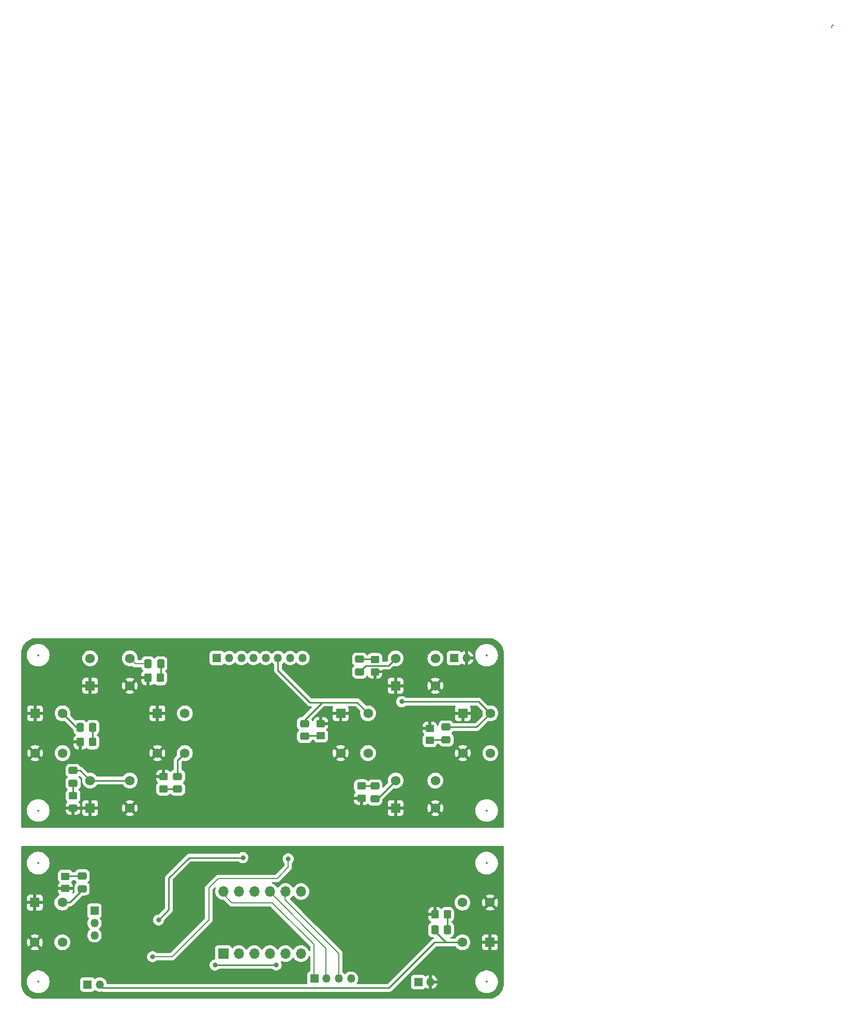
<source format=gbl>
%TF.GenerationSoftware,KiCad,Pcbnew,8.0.4*%
%TF.CreationDate,2024-08-07T19:34:09-04:00*%
%TF.ProjectId,button_board,62757474-6f6e-45f6-926f-6172642e6b69,rev?*%
%TF.SameCoordinates,Original*%
%TF.FileFunction,Copper,L2,Bot*%
%TF.FilePolarity,Positive*%
%FSLAX46Y46*%
G04 Gerber Fmt 4.6, Leading zero omitted, Abs format (unit mm)*
G04 Created by KiCad (PCBNEW 8.0.4) date 2024-08-07 19:34:09*
%MOMM*%
%LPD*%
G01*
G04 APERTURE LIST*
G04 Aperture macros list*
%AMRoundRect*
0 Rectangle with rounded corners*
0 $1 Rounding radius*
0 $2 $3 $4 $5 $6 $7 $8 $9 X,Y pos of 4 corners*
0 Add a 4 corners polygon primitive as box body*
4,1,4,$2,$3,$4,$5,$6,$7,$8,$9,$2,$3,0*
0 Add four circle primitives for the rounded corners*
1,1,$1+$1,$2,$3*
1,1,$1+$1,$4,$5*
1,1,$1+$1,$6,$7*
1,1,$1+$1,$8,$9*
0 Add four rect primitives between the rounded corners*
20,1,$1+$1,$2,$3,$4,$5,0*
20,1,$1+$1,$4,$5,$6,$7,0*
20,1,$1+$1,$6,$7,$8,$9,0*
20,1,$1+$1,$8,$9,$2,$3,0*%
G04 Aperture macros list end*
%TA.AperFunction,ComponentPad*%
%ADD10R,1.575000X1.575000*%
%TD*%
%TA.AperFunction,ComponentPad*%
%ADD11C,1.575000*%
%TD*%
%TA.AperFunction,ComponentPad*%
%ADD12R,1.700000X1.700000*%
%TD*%
%TA.AperFunction,ComponentPad*%
%ADD13O,1.700000X1.700000*%
%TD*%
%TA.AperFunction,ComponentPad*%
%ADD14R,1.350000X1.350000*%
%TD*%
%TA.AperFunction,ComponentPad*%
%ADD15O,1.350000X1.350000*%
%TD*%
%TA.AperFunction,SMDPad,CuDef*%
%ADD16RoundRect,0.250000X-0.337500X-0.475000X0.337500X-0.475000X0.337500X0.475000X-0.337500X0.475000X0*%
%TD*%
%TA.AperFunction,SMDPad,CuDef*%
%ADD17RoundRect,0.250000X0.350000X0.450000X-0.350000X0.450000X-0.350000X-0.450000X0.350000X-0.450000X0*%
%TD*%
%TA.AperFunction,SMDPad,CuDef*%
%ADD18RoundRect,0.250000X-0.475000X0.337500X-0.475000X-0.337500X0.475000X-0.337500X0.475000X0.337500X0*%
%TD*%
%TA.AperFunction,SMDPad,CuDef*%
%ADD19RoundRect,0.250000X0.450000X-0.350000X0.450000X0.350000X-0.450000X0.350000X-0.450000X-0.350000X0*%
%TD*%
%TA.AperFunction,SMDPad,CuDef*%
%ADD20RoundRect,0.250000X-0.450000X0.350000X-0.450000X-0.350000X0.450000X-0.350000X0.450000X0.350000X0*%
%TD*%
%TA.AperFunction,SMDPad,CuDef*%
%ADD21RoundRect,0.250000X0.475000X-0.337500X0.475000X0.337500X-0.475000X0.337500X-0.475000X-0.337500X0*%
%TD*%
%TA.AperFunction,ViaPad*%
%ADD22C,0.600000*%
%TD*%
%TA.AperFunction,ViaPad*%
%ADD23C,0.800000*%
%TD*%
%TA.AperFunction,Conductor*%
%ADD24C,0.200000*%
%TD*%
%TA.AperFunction,Conductor*%
%ADD25C,0.250000*%
%TD*%
%ADD26C,0.300000*%
%ADD27C,0.350000*%
G04 APERTURE END LIST*
D10*
%TO.P,SW9,1,1*%
%TO.N,GND*%
X159506000Y-83809000D03*
D11*
%TO.P,SW9,2,2*%
X166006000Y-83809000D03*
%TO.P,SW9,3,K*%
%TO.N,/Press buttons/Button 5*%
X159506000Y-79309000D03*
%TO.P,SW9,4,A*%
X166006000Y-79309000D03*
%TD*%
D10*
%TO.P,SW10,1,1*%
%TO.N,GND*%
X150506000Y-88309000D03*
D11*
%TO.P,SW10,2,2*%
X150506000Y-94809000D03*
%TO.P,SW10,3,K*%
%TO.N,/Press buttons/Button 6*%
X155006000Y-88309000D03*
%TO.P,SW10,4,A*%
X155006000Y-94809000D03*
%TD*%
D10*
%TO.P,SW5,1,1*%
%TO.N,GND*%
X109506000Y-83809000D03*
D11*
%TO.P,SW5,2,2*%
X116006000Y-83809000D03*
%TO.P,SW5,3,K*%
%TO.N,/Press buttons/Button 1*%
X109506000Y-79309000D03*
%TO.P,SW5,4,A*%
X116006000Y-79309000D03*
%TD*%
D10*
%TO.P,SW12,1,1*%
%TO.N,GND*%
X170506000Y-88309000D03*
D11*
%TO.P,SW12,2,2*%
X170506000Y-94809000D03*
%TO.P,SW12,3,K*%
%TO.N,/Press buttons/Button 8*%
X175006000Y-88309000D03*
%TO.P,SW12,4,A*%
X175006000Y-94809000D03*
%TD*%
D12*
%TO.P,U5,1,e*%
%TO.N,/Score display/E*%
X131306000Y-127609000D03*
D13*
%TO.P,U5,2,d*%
%TO.N,/Score display/D*%
X133846000Y-127609000D03*
%TO.P,U5,3,DPX*%
%TO.N,unconnected-(U5-DPX-Pad3)*%
X136386000Y-127609000D03*
%TO.P,U5,4,c*%
%TO.N,/Score display/C*%
X138926000Y-127609000D03*
%TO.P,U5,5,g*%
%TO.N,/Score display/G*%
X141466000Y-127609000D03*
%TO.P,U5,6,CA4*%
%TO.N,Multiplex 4*%
X144006000Y-127609000D03*
%TO.P,U5,7,b*%
%TO.N,/Score display/B*%
X144011000Y-117449000D03*
%TO.P,U5,8,CA3*%
%TO.N,Multiplex 3*%
X141471000Y-117449000D03*
%TO.P,U5,9,CA2*%
%TO.N,Multiplex 2*%
X138931000Y-117449000D03*
%TO.P,U5,10,f*%
%TO.N,/Score display/F*%
X136391000Y-117449000D03*
%TO.P,U5,11,a*%
%TO.N,/Score display/A*%
X133851000Y-117449000D03*
%TO.P,U5,12,CA1*%
%TO.N,Multiplex 1*%
X131311000Y-117449000D03*
%TD*%
D10*
%TO.P,SW3,1,1*%
%TO.N,GND*%
X100456000Y-119259000D03*
D11*
%TO.P,SW3,2,2*%
X100456000Y-125759000D03*
%TO.P,SW3,3,K*%
%TO.N,/Score display/Button 9*%
X104956000Y-119259000D03*
%TO.P,SW3,4,A*%
X104956000Y-125759000D03*
%TD*%
D10*
%TO.P,SW4,1,1*%
%TO.N,GND*%
X174956000Y-125759000D03*
D11*
%TO.P,SW4,2,2*%
X174956000Y-119259000D03*
%TO.P,SW4,3,K*%
%TO.N,/Score display/Button 10*%
X170456000Y-125759000D03*
%TO.P,SW4,4,A*%
X170456000Y-119259000D03*
%TD*%
D14*
%TO.P,J10,1,Pin_1*%
%TO.N,VDD*%
X169106000Y-79259000D03*
D15*
%TO.P,J10,2,Pin_2*%
%TO.N,GND*%
X171106000Y-79259000D03*
%TD*%
D14*
%TO.P,J11,1,Pin_1*%
%TO.N,/Press buttons/Button 1*%
X130256000Y-79259000D03*
D15*
%TO.P,J11,2,Pin_2*%
%TO.N,/Press buttons/Button 2*%
X132256000Y-79259000D03*
%TO.P,J11,3,Pin_3*%
%TO.N,/Press buttons/Button 3*%
X134256000Y-79259000D03*
%TO.P,J11,4,Pin_4*%
%TO.N,/Press buttons/Button 4*%
X136256000Y-79259000D03*
%TO.P,J11,5,Pin_5*%
%TO.N,/Press buttons/Button 5*%
X138256000Y-79259000D03*
%TO.P,J11,6,Pin_6*%
%TO.N,/Press buttons/Button 6*%
X140256000Y-79259000D03*
%TO.P,J11,7,Pin_7*%
%TO.N,/Press buttons/Button 7*%
X142256000Y-79259000D03*
%TO.P,J11,8,Pin_8*%
%TO.N,/Press buttons/Button 8*%
X144256000Y-79259000D03*
%TD*%
D10*
%TO.P,SW11,1,1*%
%TO.N,GND*%
X159506000Y-103809000D03*
D11*
%TO.P,SW11,2,2*%
X166006000Y-103809000D03*
%TO.P,SW11,3,K*%
%TO.N,/Press buttons/Button 7*%
X159506000Y-99309000D03*
%TO.P,SW11,4,A*%
X166006000Y-99309000D03*
%TD*%
D10*
%TO.P,SW8,1,1*%
%TO.N,GND*%
X120506000Y-88309000D03*
D11*
%TO.P,SW8,2,2*%
X120506000Y-94809000D03*
%TO.P,SW8,3,K*%
%TO.N,/Press buttons/Button 4*%
X125006000Y-88309000D03*
%TO.P,SW8,4,A*%
X125006000Y-94809000D03*
%TD*%
D14*
%TO.P,J9,1,Pin_1*%
%TO.N,/Score display/Button 9*%
X109071000Y-132659000D03*
D15*
%TO.P,J9,2,Pin_2*%
%TO.N,/Score display/Button 10*%
X111071000Y-132659000D03*
%TD*%
D10*
%TO.P,SW7,1,1*%
%TO.N,GND*%
X109506000Y-103809000D03*
D11*
%TO.P,SW7,2,2*%
X116006000Y-103809000D03*
%TO.P,SW7,3,K*%
%TO.N,/Press buttons/Button 3*%
X109506000Y-99309000D03*
%TO.P,SW7,4,A*%
X116006000Y-99309000D03*
%TD*%
D10*
%TO.P,SW6,1,1*%
%TO.N,GND*%
X100506000Y-88309000D03*
D11*
%TO.P,SW6,2,2*%
X100506000Y-94809000D03*
%TO.P,SW6,3,K*%
%TO.N,/Press buttons/Button 2*%
X105006000Y-88309000D03*
%TO.P,SW6,4,A*%
X105006000Y-94809000D03*
%TD*%
D14*
%TO.P,J6,1,Pin_1*%
%TO.N,VDD*%
X163206000Y-132259000D03*
D15*
%TO.P,J6,2,Pin_2*%
%TO.N,GND*%
X165206000Y-132259000D03*
%TD*%
D14*
%TO.P,J7,1,Pin_1*%
%TO.N,Multiplex 1*%
X146206000Y-131709000D03*
D15*
%TO.P,J7,2,Pin_2*%
%TO.N,Multiplex 2*%
X148206000Y-131709000D03*
%TO.P,J7,3,Pin_3*%
%TO.N,Multiplex 3*%
X150206000Y-131709000D03*
%TO.P,J7,4,Pin_4*%
%TO.N,Multiplex 4*%
X152206000Y-131709000D03*
%TD*%
D14*
%TO.P,J8,1,Pin_1*%
%TO.N,Score clk*%
X110206000Y-120609000D03*
D15*
%TO.P,J8,2,Pin_2*%
%TO.N,Score latch*%
X110206000Y-122609000D03*
%TO.P,J8,3,Pin_3*%
%TO.N,Score data*%
X110206000Y-124609000D03*
%TD*%
D16*
%TO.P,C14,1*%
%TO.N,/Press buttons/Button 2*%
X107868500Y-90609000D03*
%TO.P,C14,2*%
%TO.N,Net-(C14-Pad2)*%
X109943500Y-90609000D03*
%TD*%
D17*
%TO.P,R31,1*%
%TO.N,Net-(C14-Pad2)*%
X109906000Y-93009000D03*
%TO.P,R31,2*%
%TO.N,GND*%
X107906000Y-93009000D03*
%TD*%
D18*
%TO.P,C15,1*%
%TO.N,/Press buttons/Button 3*%
X106706000Y-97671500D03*
%TO.P,C15,2*%
%TO.N,Net-(C15-Pad2)*%
X106706000Y-99746500D03*
%TD*%
D17*
%TO.P,R30,1*%
%TO.N,Net-(C13-Pad2)*%
X120968500Y-82509000D03*
%TO.P,R30,2*%
%TO.N,GND*%
X118968500Y-82509000D03*
%TD*%
D19*
%TO.P,R39,1*%
%TO.N,Net-(C18-Pad2)*%
X147256000Y-91996500D03*
%TO.P,R39,2*%
%TO.N,GND*%
X147256000Y-89996500D03*
%TD*%
D20*
%TO.P,R40,1*%
%TO.N,Net-(C19-Pad2)*%
X153906000Y-100209000D03*
%TO.P,R40,2*%
%TO.N,GND*%
X153906000Y-102209000D03*
%TD*%
D18*
%TO.P,C16,1*%
%TO.N,/Press buttons/Button 4*%
X123806000Y-98621500D03*
%TO.P,C16,2*%
%TO.N,Net-(C16-Pad2)*%
X123806000Y-100696500D03*
%TD*%
D19*
%TO.P,R41,1*%
%TO.N,Net-(C20-Pad2)*%
X165106000Y-92759000D03*
%TO.P,R41,2*%
%TO.N,GND*%
X165106000Y-90759000D03*
%TD*%
D21*
%TO.P,C17,1*%
%TO.N,/Press buttons/Button 5*%
X153606000Y-81546500D03*
%TO.P,C17,2*%
%TO.N,Net-(C17-Pad2)*%
X153606000Y-79471500D03*
%TD*%
D20*
%TO.P,R24,1*%
%TO.N,Net-(C11-Pad2)*%
X105456000Y-114959000D03*
%TO.P,R24,2*%
%TO.N,GND*%
X105456000Y-116959000D03*
%TD*%
%TO.P,R32,1*%
%TO.N,Net-(C15-Pad2)*%
X106706000Y-101809000D03*
%TO.P,R32,2*%
%TO.N,GND*%
X106706000Y-103809000D03*
%TD*%
D21*
%TO.P,C11,1*%
%TO.N,/Score display/Button 9*%
X108206000Y-116996500D03*
%TO.P,C11,2*%
%TO.N,Net-(C11-Pad2)*%
X108206000Y-114921500D03*
%TD*%
D19*
%TO.P,R33,1*%
%TO.N,Net-(C16-Pad2)*%
X121506000Y-100659000D03*
%TO.P,R33,2*%
%TO.N,GND*%
X121506000Y-98659000D03*
%TD*%
D16*
%TO.P,C13,1*%
%TO.N,/Press buttons/Button 1*%
X118968500Y-80209000D03*
%TO.P,C13,2*%
%TO.N,Net-(C13-Pad2)*%
X121043500Y-80209000D03*
%TD*%
D18*
%TO.P,C20,1*%
%TO.N,/Press buttons/Button 8*%
X167756000Y-90559000D03*
%TO.P,C20,2*%
%TO.N,Net-(C20-Pad2)*%
X167756000Y-92634000D03*
%TD*%
D21*
%TO.P,C19,1*%
%TO.N,/Press buttons/Button 7*%
X156106000Y-102284000D03*
%TO.P,C19,2*%
%TO.N,Net-(C19-Pad2)*%
X156106000Y-100209000D03*
%TD*%
D20*
%TO.P,R38,1*%
%TO.N,Net-(C17-Pad2)*%
X156106000Y-79509000D03*
%TO.P,R38,2*%
%TO.N,GND*%
X156106000Y-81509000D03*
%TD*%
D18*
%TO.P,C18,1*%
%TO.N,/Press buttons/Button 6*%
X144606000Y-90009000D03*
%TO.P,C18,2*%
%TO.N,Net-(C18-Pad2)*%
X144606000Y-92084000D03*
%TD*%
D16*
%TO.P,C12,1*%
%TO.N,/Score display/Button 10*%
X165918500Y-123709000D03*
%TO.P,C12,2*%
%TO.N,Net-(C12-Pad2)*%
X167993500Y-123709000D03*
%TD*%
D17*
%TO.P,R25,1*%
%TO.N,Net-(C12-Pad2)*%
X167956000Y-121209000D03*
%TO.P,R25,2*%
%TO.N,GND*%
X165956000Y-121209000D03*
%TD*%
D22*
%TO.N,GND*%
X117300000Y-128800000D03*
D23*
X120871000Y-117959000D03*
X115446000Y-123059000D03*
%TO.N,Net-(U4-QB)*%
X119721000Y-128109000D03*
X141921000Y-112109000D03*
%TO.N,Net-(U4-QG)*%
X139956000Y-129459000D03*
X129956000Y-129459000D03*
%TO.N,Net-(U4-QF)*%
X134521000Y-111909000D03*
X120703000Y-122122000D03*
%TO.N,/Press buttons/Button 8*%
X160506000Y-86409000D03*
%TD*%
D24*
%TO.N,*%
X230900000Y23875000D02*
X230900000Y24075000D01*
X230900000Y24075000D02*
X231125000Y24300000D01*
%TO.N,Multiplex 1*%
X139321000Y-119309000D02*
X146121000Y-126109000D01*
X131226000Y-117814000D02*
X132721000Y-119309000D01*
X146121000Y-131624000D02*
X146206000Y-131709000D01*
X146121000Y-126109000D02*
X146121000Y-131624000D01*
X131226000Y-117449000D02*
X131226000Y-117814000D01*
X132721000Y-119309000D02*
X139321000Y-119309000D01*
%TO.N,Multiplex 2*%
X138846000Y-117449000D02*
X148121000Y-126724000D01*
X148121000Y-131624000D02*
X148206000Y-131709000D01*
X148121000Y-126724000D02*
X148121000Y-131624000D01*
%TO.N,Multiplex 3*%
X150206000Y-127594000D02*
X150206000Y-131709000D01*
X141386000Y-117449000D02*
X141386000Y-118774000D01*
X141386000Y-118774000D02*
X150206000Y-127594000D01*
%TO.N,Net-(U4-QB)*%
X130471000Y-115309000D02*
X140121000Y-115309000D01*
X140121000Y-115309000D02*
X141921000Y-113509000D01*
X119721000Y-128109000D02*
X122921000Y-128109000D01*
X128921000Y-116859000D02*
X130471000Y-115309000D01*
X128921000Y-122109000D02*
X128921000Y-116859000D01*
X141921000Y-113509000D02*
X141921000Y-112109000D01*
X122921000Y-128109000D02*
X128921000Y-122109000D01*
D25*
%TO.N,Net-(U4-QG)*%
X139956000Y-129459000D02*
X129956000Y-129459000D01*
%TO.N,Net-(U4-QF)*%
X125721000Y-111909000D02*
X134521000Y-111909000D01*
X122388000Y-115242000D02*
X125721000Y-111909000D01*
X120703000Y-122122000D02*
X122388000Y-120437000D01*
X122388000Y-120437000D02*
X122388000Y-115242000D01*
%TO.N,Net-(C11-Pad2)*%
X105493500Y-114921500D02*
X105456000Y-114959000D01*
X108206000Y-114921500D02*
X105493500Y-114921500D01*
%TO.N,Net-(C12-Pad2)*%
X167993500Y-121246500D02*
X167956000Y-121209000D01*
X167993500Y-123709000D02*
X167993500Y-121246500D01*
%TO.N,Net-(C13-Pad2)*%
X121043500Y-80209000D02*
X121043500Y-82434000D01*
X121043500Y-82434000D02*
X120968500Y-82509000D01*
%TO.N,Net-(C14-Pad2)*%
X109943500Y-90609000D02*
X109943500Y-92971500D01*
X109943500Y-92971500D02*
X109906000Y-93009000D01*
X109906000Y-90646500D02*
X109943500Y-90609000D01*
%TO.N,Net-(C15-Pad2)*%
X106706000Y-99746500D02*
X106706000Y-101809000D01*
%TO.N,Net-(C16-Pad2)*%
X121506000Y-100659000D02*
X123768500Y-100659000D01*
X123768500Y-100659000D02*
X123806000Y-100696500D01*
%TO.N,Net-(C17-Pad2)*%
X156068500Y-79471500D02*
X156106000Y-79509000D01*
X153606000Y-79471500D02*
X156068500Y-79471500D01*
%TO.N,Net-(C18-Pad2)*%
X147256000Y-91996500D02*
X144693500Y-91996500D01*
X144693500Y-91996500D02*
X144606000Y-92084000D01*
%TO.N,/Score display/Button 9*%
X106156000Y-119259000D02*
X104956000Y-119259000D01*
X108206000Y-116996500D02*
X108206000Y-117209000D01*
X108206000Y-117209000D02*
X106156000Y-119259000D01*
%TO.N,/Score display/Button 10*%
X158456000Y-133209000D02*
X165906000Y-125759000D01*
X165906000Y-125759000D02*
X167706000Y-125759000D01*
X167706000Y-125759000D02*
X170456000Y-125759000D01*
X165918500Y-123971500D02*
X167706000Y-125759000D01*
X165918500Y-123709000D02*
X165918500Y-123971500D01*
X111071000Y-132659000D02*
X111621000Y-133209000D01*
X111621000Y-133209000D02*
X158456000Y-133209000D01*
D24*
%TO.N,/Press buttons/Button 1*%
X116906000Y-80209000D02*
X116006000Y-79309000D01*
X118968500Y-80209000D02*
X116906000Y-80209000D01*
D25*
%TO.N,/Press buttons/Button 2*%
X107306000Y-90609000D02*
X107868500Y-90609000D01*
X105006000Y-88309000D02*
X107306000Y-90609000D01*
%TO.N,/Press buttons/Button 3*%
X109506000Y-99309000D02*
X116006000Y-99309000D01*
X106706000Y-97671500D02*
X107868500Y-97671500D01*
X107868500Y-97671500D02*
X109506000Y-99309000D01*
%TO.N,/Press buttons/Button 4*%
X123806000Y-98621500D02*
X123806000Y-96009000D01*
X123806000Y-96009000D02*
X125006000Y-94809000D01*
%TO.N,/Press buttons/Button 6*%
X153206000Y-86509000D02*
X155006000Y-88309000D01*
X147506000Y-86509000D02*
X145506000Y-86509000D01*
X147506000Y-86509000D02*
X153206000Y-86509000D01*
X145506000Y-86509000D02*
X140256000Y-81259000D01*
X144606000Y-90009000D02*
X144606000Y-89409000D01*
X144606000Y-89409000D02*
X147506000Y-86509000D01*
X140256000Y-81259000D02*
X140256000Y-79259000D01*
%TO.N,/Press buttons/Button 7*%
X156531000Y-102284000D02*
X159506000Y-99309000D01*
X156106000Y-102284000D02*
X156531000Y-102284000D01*
%TO.N,Net-(C19-Pad2)*%
X156106000Y-100209000D02*
X153906000Y-100209000D01*
%TO.N,/Press buttons/Button 8*%
X167756000Y-90559000D02*
X172756000Y-90559000D01*
X172756000Y-90559000D02*
X175006000Y-88309000D01*
X160506000Y-86409000D02*
X173106000Y-86409000D01*
X173106000Y-86409000D02*
X175006000Y-88309000D01*
%TO.N,Net-(C20-Pad2)*%
X165216000Y-92634000D02*
X167756000Y-92634000D01*
%TO.N,/Press buttons/Button 5*%
X158306000Y-80509000D02*
X159506000Y-79309000D01*
X153606000Y-81546500D02*
X154643500Y-80509000D01*
X154643500Y-80509000D02*
X158306000Y-80509000D01*
X153543500Y-81546500D02*
X153506000Y-81509000D01*
%TD*%
%TA.AperFunction,Conductor*%
%TO.N,GND*%
G36*
X112586402Y-110009382D02*
G01*
X112587902Y-110009500D01*
X112587908Y-110009500D01*
X134824098Y-110009500D01*
X134825598Y-110009382D01*
X134835321Y-110009000D01*
X140576679Y-110009000D01*
X140586402Y-110009382D01*
X140587902Y-110009500D01*
X140587908Y-110009500D01*
X162830098Y-110009500D01*
X162831598Y-110009382D01*
X162841321Y-110009000D01*
X167576679Y-110009000D01*
X167586402Y-110009382D01*
X167587902Y-110009500D01*
X167587908Y-110009500D01*
X167640108Y-110009500D01*
X177081500Y-110009500D01*
X177148539Y-110029185D01*
X177194294Y-110081989D01*
X177205500Y-110133500D01*
X177205500Y-132505249D01*
X177205274Y-132512736D01*
X177187728Y-132802794D01*
X177185923Y-132817659D01*
X177134219Y-133099798D01*
X177130635Y-133114336D01*
X177045306Y-133388167D01*
X177039997Y-133402168D01*
X176922275Y-133663736D01*
X176915316Y-133676995D01*
X176766928Y-133922459D01*
X176758422Y-133934782D01*
X176581526Y-134160573D01*
X176571596Y-134171781D01*
X176368781Y-134374596D01*
X176357573Y-134384526D01*
X176131782Y-134561422D01*
X176119459Y-134569928D01*
X175873995Y-134718316D01*
X175860736Y-134725275D01*
X175599168Y-134842997D01*
X175585167Y-134848306D01*
X175311336Y-134933635D01*
X175296798Y-134937219D01*
X175014659Y-134988923D01*
X174999794Y-134990728D01*
X174709736Y-135008274D01*
X174702249Y-135008500D01*
X100709751Y-135008500D01*
X100702264Y-135008274D01*
X100412205Y-134990728D01*
X100397340Y-134988923D01*
X100115201Y-134937219D01*
X100100663Y-134933635D01*
X99826832Y-134848306D01*
X99812831Y-134842997D01*
X99551263Y-134725275D01*
X99538004Y-134718316D01*
X99292540Y-134569928D01*
X99280217Y-134561422D01*
X99054426Y-134384526D01*
X99043218Y-134374596D01*
X98840403Y-134171781D01*
X98830473Y-134160573D01*
X98653573Y-133934776D01*
X98645075Y-133922465D01*
X98496680Y-133676989D01*
X98489727Y-133663743D01*
X98372000Y-133402163D01*
X98366693Y-133388167D01*
X98364731Y-133381872D01*
X98281363Y-133114335D01*
X98277780Y-133099798D01*
X98226076Y-132817659D01*
X98224271Y-132802794D01*
X98206726Y-132512736D01*
X98206500Y-132505249D01*
X98206500Y-132087711D01*
X99155500Y-132087711D01*
X99155500Y-132330288D01*
X99187161Y-132570785D01*
X99249947Y-132805104D01*
X99323169Y-132981876D01*
X99342776Y-133029212D01*
X99464064Y-133239289D01*
X99464066Y-133239292D01*
X99464067Y-133239293D01*
X99611733Y-133431736D01*
X99611739Y-133431743D01*
X99783256Y-133603260D01*
X99783263Y-133603266D01*
X99870984Y-133670576D01*
X99975711Y-133750936D01*
X100185788Y-133872224D01*
X100409900Y-133965054D01*
X100644211Y-134027838D01*
X100824586Y-134051584D01*
X100884711Y-134059500D01*
X100884712Y-134059500D01*
X101127289Y-134059500D01*
X101175388Y-134053167D01*
X101367789Y-134027838D01*
X101602100Y-133965054D01*
X101826212Y-133872224D01*
X102036289Y-133750936D01*
X102228738Y-133603265D01*
X102400265Y-133431738D01*
X102547936Y-133239289D01*
X102669224Y-133029212D01*
X102762054Y-132805100D01*
X102824838Y-132570789D01*
X102856500Y-132330288D01*
X102856500Y-132087712D01*
X102836545Y-131936135D01*
X107895500Y-131936135D01*
X107895500Y-133381870D01*
X107895501Y-133381876D01*
X107901908Y-133441483D01*
X107952202Y-133576328D01*
X107952206Y-133576335D01*
X108038452Y-133691544D01*
X108038455Y-133691547D01*
X108153664Y-133777793D01*
X108153671Y-133777797D01*
X108288517Y-133828091D01*
X108288516Y-133828091D01*
X108295444Y-133828835D01*
X108348127Y-133834500D01*
X109793872Y-133834499D01*
X109853483Y-133828091D01*
X109988331Y-133777796D01*
X110103546Y-133691546D01*
X110165785Y-133608404D01*
X110221718Y-133566535D01*
X110291410Y-133561551D01*
X110348588Y-133591078D01*
X110359568Y-133601088D01*
X110359570Y-133601089D01*
X110359571Y-133601090D01*
X110544786Y-133715770D01*
X110544792Y-133715773D01*
X110567664Y-133724633D01*
X110747931Y-133794470D01*
X110962074Y-133834500D01*
X110962076Y-133834500D01*
X111179924Y-133834500D01*
X111179926Y-133834500D01*
X111361906Y-133800482D01*
X111431421Y-133807513D01*
X111432145Y-133807811D01*
X111438542Y-133810461D01*
X111438544Y-133810461D01*
X111438548Y-133810463D01*
X111559383Y-133834498D01*
X111559388Y-133834499D01*
X111559392Y-133834500D01*
X111559393Y-133834500D01*
X158517607Y-133834500D01*
X158578029Y-133822481D01*
X158638452Y-133810463D01*
X158677062Y-133794470D01*
X158752286Y-133763312D01*
X158803509Y-133729084D01*
X158854733Y-133694858D01*
X158941858Y-133607733D01*
X158941859Y-133607731D01*
X158948925Y-133600665D01*
X158948927Y-133600661D01*
X161013454Y-131536135D01*
X162030500Y-131536135D01*
X162030500Y-132981870D01*
X162030501Y-132981876D01*
X162036908Y-133041483D01*
X162087202Y-133176328D01*
X162087206Y-133176335D01*
X162173452Y-133291544D01*
X162173455Y-133291547D01*
X162288664Y-133377793D01*
X162288671Y-133377797D01*
X162423517Y-133428091D01*
X162423516Y-133428091D01*
X162430444Y-133428835D01*
X162483127Y-133434500D01*
X163928872Y-133434499D01*
X163988483Y-133428091D01*
X164123331Y-133377796D01*
X164238546Y-133291546D01*
X164277666Y-133239289D01*
X164301087Y-133208003D01*
X164357020Y-133166132D01*
X164426712Y-133161148D01*
X164483891Y-133190677D01*
X164494869Y-133200685D01*
X164494874Y-133200689D01*
X164680012Y-133315322D01*
X164680023Y-133315327D01*
X164883060Y-133393984D01*
X164956000Y-133407619D01*
X164956000Y-132574686D01*
X164960394Y-132579080D01*
X165051606Y-132631741D01*
X165153339Y-132659000D01*
X165258661Y-132659000D01*
X165360394Y-132631741D01*
X165451606Y-132579080D01*
X165456000Y-132574686D01*
X165456000Y-133407619D01*
X165528939Y-133393984D01*
X165731976Y-133315327D01*
X165731987Y-133315322D01*
X165917130Y-133200685D01*
X165917131Y-133200685D01*
X166078054Y-133053985D01*
X166209284Y-132880208D01*
X166306348Y-132685280D01*
X166356505Y-132509000D01*
X165521686Y-132509000D01*
X165526080Y-132504606D01*
X165578741Y-132413394D01*
X165606000Y-132311661D01*
X165606000Y-132206339D01*
X165578741Y-132104606D01*
X165568987Y-132087711D01*
X172555500Y-132087711D01*
X172555500Y-132330288D01*
X172587161Y-132570785D01*
X172649947Y-132805104D01*
X172723169Y-132981876D01*
X172742776Y-133029212D01*
X172864064Y-133239289D01*
X172864066Y-133239292D01*
X172864067Y-133239293D01*
X173011733Y-133431736D01*
X173011739Y-133431743D01*
X173183256Y-133603260D01*
X173183263Y-133603266D01*
X173270984Y-133670576D01*
X173375711Y-133750936D01*
X173585788Y-133872224D01*
X173809900Y-133965054D01*
X174044211Y-134027838D01*
X174224586Y-134051584D01*
X174284711Y-134059500D01*
X174284712Y-134059500D01*
X174527289Y-134059500D01*
X174575388Y-134053167D01*
X174767789Y-134027838D01*
X175002100Y-133965054D01*
X175226212Y-133872224D01*
X175436289Y-133750936D01*
X175628738Y-133603265D01*
X175800265Y-133431738D01*
X175947936Y-133239289D01*
X176069224Y-133029212D01*
X176162054Y-132805100D01*
X176224838Y-132570789D01*
X176256500Y-132330288D01*
X176256500Y-132087712D01*
X176224838Y-131847211D01*
X176162054Y-131612900D01*
X176069224Y-131388788D01*
X175947936Y-131178711D01*
X175800265Y-130986262D01*
X175800260Y-130986256D01*
X175628743Y-130814739D01*
X175628736Y-130814733D01*
X175436293Y-130667067D01*
X175436292Y-130667066D01*
X175436289Y-130667064D01*
X175226212Y-130545776D01*
X175212048Y-130539909D01*
X175002104Y-130452947D01*
X174767785Y-130390161D01*
X174527289Y-130358500D01*
X174527288Y-130358500D01*
X174284712Y-130358500D01*
X174284711Y-130358500D01*
X174044214Y-130390161D01*
X173809895Y-130452947D01*
X173585794Y-130545773D01*
X173585785Y-130545777D01*
X173375706Y-130667067D01*
X173183263Y-130814733D01*
X173183256Y-130814739D01*
X173011739Y-130986256D01*
X173011733Y-130986263D01*
X172864067Y-131178706D01*
X172742777Y-131388785D01*
X172742773Y-131388794D01*
X172649947Y-131612895D01*
X172587161Y-131847214D01*
X172555500Y-132087711D01*
X165568987Y-132087711D01*
X165526080Y-132013394D01*
X165521686Y-132009000D01*
X166356505Y-132009000D01*
X166356505Y-132008999D01*
X166306348Y-131832719D01*
X166209284Y-131637791D01*
X166078054Y-131464014D01*
X165917131Y-131317314D01*
X165731987Y-131202677D01*
X165731985Y-131202676D01*
X165528931Y-131124013D01*
X165528921Y-131124010D01*
X165456001Y-131110378D01*
X165456000Y-131110379D01*
X165456000Y-131943314D01*
X165451606Y-131938920D01*
X165360394Y-131886259D01*
X165258661Y-131859000D01*
X165153339Y-131859000D01*
X165051606Y-131886259D01*
X164960394Y-131938920D01*
X164956000Y-131943314D01*
X164956000Y-131110379D01*
X164955998Y-131110378D01*
X164883078Y-131124010D01*
X164883068Y-131124013D01*
X164680014Y-131202676D01*
X164680012Y-131202677D01*
X164494869Y-131317314D01*
X164494868Y-131317314D01*
X164483887Y-131327325D01*
X164421082Y-131357940D01*
X164351695Y-131349740D01*
X164301086Y-131309997D01*
X164238546Y-131226454D01*
X164174770Y-131178711D01*
X164123335Y-131140206D01*
X164123328Y-131140202D01*
X163988482Y-131089908D01*
X163988483Y-131089908D01*
X163928883Y-131083501D01*
X163928881Y-131083500D01*
X163928873Y-131083500D01*
X163928864Y-131083500D01*
X162483129Y-131083500D01*
X162483123Y-131083501D01*
X162423516Y-131089908D01*
X162288671Y-131140202D01*
X162288664Y-131140206D01*
X162173455Y-131226452D01*
X162173452Y-131226455D01*
X162087206Y-131341664D01*
X162087202Y-131341671D01*
X162036908Y-131476517D01*
X162030501Y-131536116D01*
X162030500Y-131536135D01*
X161013454Y-131536135D01*
X166128771Y-126420819D01*
X166190094Y-126387334D01*
X166216452Y-126384500D01*
X167644394Y-126384500D01*
X167767607Y-126384500D01*
X169257072Y-126384500D01*
X169324111Y-126404185D01*
X169358643Y-126437372D01*
X169465566Y-126590073D01*
X169624927Y-126749434D01*
X169809540Y-126878702D01*
X169904877Y-126923158D01*
X170013788Y-126973944D01*
X170013790Y-126973944D01*
X170013795Y-126973947D01*
X170231487Y-127032278D01*
X170391853Y-127046308D01*
X170455998Y-127051920D01*
X170456000Y-127051920D01*
X170456002Y-127051920D01*
X170517963Y-127046499D01*
X170680513Y-127032278D01*
X170898205Y-126973947D01*
X171102460Y-126878702D01*
X171287073Y-126749434D01*
X171446434Y-126590073D01*
X171575702Y-126405460D01*
X171670947Y-126201205D01*
X171729278Y-125983513D01*
X171748920Y-125759000D01*
X171729278Y-125534487D01*
X171670947Y-125316795D01*
X171650591Y-125273142D01*
X171618671Y-125204688D01*
X171575702Y-125112540D01*
X171446434Y-124927927D01*
X171442162Y-124923655D01*
X173668500Y-124923655D01*
X173668500Y-125509000D01*
X174494120Y-125509000D01*
X174466778Y-125556358D01*
X174431000Y-125689882D01*
X174431000Y-125828118D01*
X174466778Y-125961642D01*
X174494120Y-126009000D01*
X173668500Y-126009000D01*
X173668500Y-126594344D01*
X173674901Y-126653872D01*
X173674903Y-126653879D01*
X173725145Y-126788586D01*
X173725149Y-126788593D01*
X173811309Y-126903687D01*
X173811312Y-126903690D01*
X173926406Y-126989850D01*
X173926413Y-126989854D01*
X174061120Y-127040096D01*
X174061127Y-127040098D01*
X174120655Y-127046499D01*
X174120672Y-127046500D01*
X174706000Y-127046500D01*
X174706000Y-126220879D01*
X174753358Y-126248222D01*
X174886882Y-126284000D01*
X175025118Y-126284000D01*
X175158642Y-126248222D01*
X175206000Y-126220879D01*
X175206000Y-127046500D01*
X175791328Y-127046500D01*
X175791344Y-127046499D01*
X175850872Y-127040098D01*
X175850879Y-127040096D01*
X175985586Y-126989854D01*
X175985593Y-126989850D01*
X176100687Y-126903690D01*
X176100690Y-126903687D01*
X176186850Y-126788593D01*
X176186854Y-126788586D01*
X176237096Y-126653879D01*
X176237098Y-126653872D01*
X176243499Y-126594344D01*
X176243500Y-126594327D01*
X176243500Y-126009000D01*
X175417880Y-126009000D01*
X175445222Y-125961642D01*
X175481000Y-125828118D01*
X175481000Y-125689882D01*
X175445222Y-125556358D01*
X175417880Y-125509000D01*
X176243500Y-125509000D01*
X176243500Y-124923672D01*
X176243499Y-124923655D01*
X176237098Y-124864127D01*
X176237096Y-124864120D01*
X176186854Y-124729413D01*
X176186850Y-124729406D01*
X176100690Y-124614312D01*
X176100687Y-124614309D01*
X175985593Y-124528149D01*
X175985586Y-124528145D01*
X175850879Y-124477903D01*
X175850872Y-124477901D01*
X175791344Y-124471500D01*
X175206000Y-124471500D01*
X175206000Y-125297120D01*
X175158642Y-125269778D01*
X175025118Y-125234000D01*
X174886882Y-125234000D01*
X174753358Y-125269778D01*
X174706000Y-125297120D01*
X174706000Y-124471500D01*
X174120655Y-124471500D01*
X174061127Y-124477901D01*
X174061120Y-124477903D01*
X173926413Y-124528145D01*
X173926406Y-124528149D01*
X173811312Y-124614309D01*
X173811309Y-124614312D01*
X173725149Y-124729406D01*
X173725145Y-124729413D01*
X173674903Y-124864120D01*
X173674901Y-124864127D01*
X173668500Y-124923655D01*
X171442162Y-124923655D01*
X171287073Y-124768566D01*
X171103084Y-124639735D01*
X171102466Y-124639302D01*
X171102463Y-124639300D01*
X171102460Y-124639298D01*
X171102456Y-124639296D01*
X170898211Y-124544055D01*
X170898200Y-124544051D01*
X170680514Y-124485722D01*
X170680507Y-124485721D01*
X170456002Y-124466080D01*
X170455998Y-124466080D01*
X170231492Y-124485721D01*
X170231485Y-124485722D01*
X170013799Y-124544051D01*
X170013788Y-124544055D01*
X169809543Y-124639296D01*
X169809533Y-124639302D01*
X169624926Y-124768566D01*
X169465570Y-124927922D01*
X169465567Y-124927925D01*
X169465566Y-124927927D01*
X169358644Y-125080625D01*
X169304070Y-125124249D01*
X169257072Y-125133500D01*
X168619989Y-125133500D01*
X168552950Y-125113815D01*
X168507195Y-125061011D01*
X168497251Y-124991853D01*
X168526276Y-124928297D01*
X168580982Y-124891794D01*
X168650334Y-124868814D01*
X168799656Y-124776712D01*
X168923712Y-124652656D01*
X169015814Y-124503334D01*
X169070999Y-124336797D01*
X169081500Y-124234009D01*
X169081499Y-123183992D01*
X169070999Y-123081203D01*
X169015814Y-122914666D01*
X168923712Y-122765344D01*
X168799656Y-122641288D01*
X168677902Y-122566190D01*
X168631179Y-122514243D01*
X168619000Y-122460652D01*
X168619000Y-122416927D01*
X168638685Y-122349888D01*
X168677901Y-122311390D01*
X168774656Y-122251712D01*
X168898712Y-122127656D01*
X168990814Y-121978334D01*
X169045999Y-121811797D01*
X169056500Y-121709009D01*
X169056499Y-120708992D01*
X169045999Y-120606203D01*
X168990814Y-120439666D01*
X168898712Y-120290344D01*
X168774656Y-120166288D01*
X168625334Y-120074186D01*
X168458797Y-120019001D01*
X168458795Y-120019000D01*
X168356010Y-120008500D01*
X167555998Y-120008500D01*
X167555980Y-120008501D01*
X167453203Y-120019000D01*
X167453200Y-120019001D01*
X167286668Y-120074185D01*
X167286663Y-120074187D01*
X167137345Y-120166287D01*
X167043327Y-120260305D01*
X166982003Y-120293789D01*
X166912312Y-120288805D01*
X166867965Y-120260304D01*
X166774345Y-120166684D01*
X166625124Y-120074643D01*
X166625119Y-120074641D01*
X166458697Y-120019494D01*
X166458690Y-120019493D01*
X166355986Y-120009000D01*
X166206000Y-120009000D01*
X166206000Y-121335000D01*
X166186315Y-121402039D01*
X166133511Y-121447794D01*
X166082000Y-121459000D01*
X164856001Y-121459000D01*
X164856001Y-121708986D01*
X164866494Y-121811697D01*
X164921641Y-121978119D01*
X164921643Y-121978124D01*
X165013684Y-122127345D01*
X165137654Y-122251315D01*
X165270323Y-122333146D01*
X165317047Y-122385094D01*
X165328270Y-122454057D01*
X165300426Y-122518139D01*
X165266910Y-122543931D01*
X165267813Y-122545395D01*
X165261667Y-122549185D01*
X165261666Y-122549186D01*
X165163419Y-122609784D01*
X165112342Y-122641289D01*
X164988289Y-122765342D01*
X164896187Y-122914663D01*
X164896186Y-122914666D01*
X164841001Y-123081203D01*
X164841001Y-123081204D01*
X164841000Y-123081204D01*
X164830500Y-123183983D01*
X164830500Y-124234001D01*
X164830501Y-124234019D01*
X164841000Y-124336796D01*
X164841001Y-124336799D01*
X164896185Y-124503331D01*
X164896187Y-124503336D01*
X164921303Y-124544055D01*
X164988288Y-124652656D01*
X165112344Y-124776712D01*
X165261666Y-124868814D01*
X165428203Y-124923999D01*
X165530991Y-124934500D01*
X165638618Y-124934499D01*
X165705656Y-124954183D01*
X165751411Y-125006987D01*
X165761355Y-125076145D01*
X165732331Y-125139701D01*
X165686070Y-125173060D01*
X165609715Y-125204687D01*
X165609709Y-125204690D01*
X165571126Y-125230472D01*
X165571125Y-125230473D01*
X165507268Y-125273140D01*
X165463705Y-125316703D01*
X165420142Y-125360267D01*
X165420139Y-125360270D01*
X161810266Y-128970144D01*
X158233229Y-132547181D01*
X158171906Y-132580666D01*
X158145548Y-132583500D01*
X153267660Y-132583500D01*
X153200621Y-132563815D01*
X153154866Y-132511011D01*
X153144922Y-132441853D01*
X153168706Y-132384773D01*
X153171698Y-132380810D01*
X153209712Y-132330472D01*
X153306817Y-132135459D01*
X153366435Y-131925923D01*
X153386536Y-131709000D01*
X153366435Y-131492077D01*
X153306817Y-131282541D01*
X153209712Y-131087528D01*
X153078427Y-130913678D01*
X153051016Y-130888690D01*
X152944584Y-130791664D01*
X152917432Y-130766912D01*
X152917428Y-130766909D01*
X152917423Y-130766906D01*
X152732213Y-130652229D01*
X152732207Y-130652226D01*
X152647113Y-130619260D01*
X152529069Y-130573530D01*
X152314926Y-130533500D01*
X152097074Y-130533500D01*
X151882931Y-130573530D01*
X151839896Y-130590202D01*
X151679792Y-130652226D01*
X151679786Y-130652229D01*
X151494576Y-130766906D01*
X151494566Y-130766913D01*
X151333573Y-130913676D01*
X151304953Y-130951576D01*
X151248844Y-130993211D01*
X151179132Y-130997902D01*
X151117950Y-130964159D01*
X151107047Y-130951576D01*
X151078426Y-130913676D01*
X150929524Y-130777935D01*
X150917432Y-130766912D01*
X150865222Y-130734585D01*
X150818587Y-130682557D01*
X150806500Y-130629158D01*
X150806500Y-127683060D01*
X150806501Y-127683047D01*
X150806501Y-127514944D01*
X150806501Y-127514943D01*
X150765577Y-127362216D01*
X150744005Y-127324851D01*
X150686524Y-127225290D01*
X150686518Y-127225282D01*
X146483736Y-123022500D01*
X144170248Y-120709013D01*
X164856000Y-120709013D01*
X164856000Y-120959000D01*
X165706000Y-120959000D01*
X165706000Y-120009000D01*
X165556027Y-120009000D01*
X165556012Y-120009001D01*
X165453302Y-120019494D01*
X165286880Y-120074641D01*
X165286875Y-120074643D01*
X165137654Y-120166684D01*
X165013684Y-120290654D01*
X164921643Y-120439875D01*
X164921641Y-120439880D01*
X164866494Y-120606302D01*
X164866493Y-120606309D01*
X164856000Y-120709013D01*
X144170248Y-120709013D01*
X142720232Y-119258997D01*
X169163080Y-119258997D01*
X169163080Y-119259002D01*
X169182721Y-119483507D01*
X169182722Y-119483514D01*
X169241051Y-119701200D01*
X169241055Y-119701211D01*
X169336296Y-119905456D01*
X169336302Y-119905466D01*
X169415800Y-120019000D01*
X169465566Y-120090073D01*
X169624927Y-120249434D01*
X169809540Y-120378702D01*
X169932424Y-120436003D01*
X170013788Y-120473944D01*
X170013790Y-120473944D01*
X170013795Y-120473947D01*
X170231487Y-120532278D01*
X170391853Y-120546308D01*
X170455998Y-120551920D01*
X170456000Y-120551920D01*
X170456002Y-120551920D01*
X170517963Y-120546499D01*
X170680513Y-120532278D01*
X170898205Y-120473947D01*
X171102460Y-120378702D01*
X171287073Y-120249434D01*
X171446434Y-120090073D01*
X171575702Y-119905460D01*
X171670947Y-119701205D01*
X171729278Y-119483513D01*
X171748920Y-119259000D01*
X171748920Y-119258999D01*
X173663582Y-119258999D01*
X173663582Y-119259000D01*
X173683216Y-119483421D01*
X173683218Y-119483431D01*
X173741521Y-119701025D01*
X173741525Y-119701034D01*
X173836732Y-119905207D01*
X173836733Y-119905209D01*
X173885949Y-119975497D01*
X174452624Y-119408822D01*
X174466778Y-119461642D01*
X174535896Y-119581357D01*
X174633643Y-119679104D01*
X174753358Y-119748222D01*
X174806177Y-119762375D01*
X174239501Y-120329049D01*
X174309791Y-120378267D01*
X174513965Y-120473474D01*
X174513974Y-120473478D01*
X174731568Y-120531781D01*
X174731578Y-120531783D01*
X174955999Y-120551418D01*
X174956001Y-120551418D01*
X175180421Y-120531783D01*
X175180431Y-120531781D01*
X175398025Y-120473478D01*
X175398034Y-120473474D01*
X175602208Y-120378267D01*
X175602212Y-120378265D01*
X175672497Y-120329050D01*
X175105822Y-119762375D01*
X175158642Y-119748222D01*
X175278357Y-119679104D01*
X175376104Y-119581357D01*
X175445222Y-119461642D01*
X175459375Y-119408822D01*
X176026050Y-119975497D01*
X176075265Y-119905212D01*
X176075267Y-119905208D01*
X176170474Y-119701034D01*
X176170478Y-119701025D01*
X176228781Y-119483431D01*
X176228783Y-119483421D01*
X176248418Y-119259000D01*
X176248418Y-119258999D01*
X176228783Y-119034578D01*
X176228781Y-119034568D01*
X176170478Y-118816974D01*
X176170474Y-118816965D01*
X176075267Y-118612791D01*
X176026049Y-118542501D01*
X175459374Y-119109176D01*
X175445222Y-119056358D01*
X175376104Y-118936643D01*
X175278357Y-118838896D01*
X175158642Y-118769778D01*
X175105822Y-118755624D01*
X175672497Y-118188949D01*
X175672497Y-118188948D01*
X175602209Y-118139733D01*
X175602207Y-118139732D01*
X175398034Y-118044525D01*
X175398025Y-118044521D01*
X175180431Y-117986218D01*
X175180421Y-117986216D01*
X174956001Y-117966582D01*
X174955999Y-117966582D01*
X174731578Y-117986216D01*
X174731568Y-117986218D01*
X174513974Y-118044521D01*
X174513965Y-118044525D01*
X174309787Y-118139735D01*
X174239502Y-118188948D01*
X174239501Y-118188949D01*
X174806177Y-118755624D01*
X174753358Y-118769778D01*
X174633643Y-118838896D01*
X174535896Y-118936643D01*
X174466778Y-119056358D01*
X174452625Y-119109177D01*
X173885949Y-118542501D01*
X173885948Y-118542502D01*
X173836735Y-118612787D01*
X173741525Y-118816965D01*
X173741521Y-118816974D01*
X173683218Y-119034568D01*
X173683216Y-119034578D01*
X173663582Y-119258999D01*
X171748920Y-119258999D01*
X171729278Y-119034487D01*
X171670947Y-118816795D01*
X171575702Y-118612540D01*
X171446434Y-118427927D01*
X171287073Y-118268566D01*
X171202516Y-118209358D01*
X171102466Y-118139302D01*
X171102463Y-118139300D01*
X171102460Y-118139298D01*
X171075731Y-118126834D01*
X170898211Y-118044055D01*
X170898200Y-118044051D01*
X170680514Y-117985722D01*
X170680507Y-117985721D01*
X170456002Y-117966080D01*
X170455998Y-117966080D01*
X170231492Y-117985721D01*
X170231485Y-117985722D01*
X170013799Y-118044051D01*
X170013788Y-118044055D01*
X169809543Y-118139296D01*
X169809533Y-118139302D01*
X169624926Y-118268566D01*
X169465566Y-118427926D01*
X169336302Y-118612533D01*
X169336296Y-118612543D01*
X169241055Y-118816788D01*
X169241051Y-118816799D01*
X169182722Y-119034485D01*
X169182721Y-119034492D01*
X169163080Y-119258997D01*
X142720232Y-119258997D01*
X142215351Y-118754116D01*
X142181867Y-118692794D01*
X142186851Y-118623102D01*
X142228723Y-118567169D01*
X142231880Y-118564882D01*
X142342401Y-118487495D01*
X142509495Y-118320401D01*
X142639425Y-118134842D01*
X142694002Y-118091217D01*
X142763500Y-118084023D01*
X142825855Y-118115546D01*
X142842575Y-118134842D01*
X142972500Y-118320395D01*
X142972505Y-118320401D01*
X143139599Y-118487495D01*
X143218156Y-118542501D01*
X143333165Y-118623032D01*
X143333167Y-118623033D01*
X143333170Y-118623035D01*
X143547337Y-118722903D01*
X143775592Y-118784063D01*
X143959109Y-118800119D01*
X144010999Y-118804659D01*
X144011000Y-118804659D01*
X144011001Y-118804659D01*
X144062891Y-118800119D01*
X144246408Y-118784063D01*
X144474663Y-118722903D01*
X144688830Y-118623035D01*
X144882401Y-118487495D01*
X145049495Y-118320401D01*
X145185035Y-118126830D01*
X145284903Y-117912663D01*
X145346063Y-117684408D01*
X145366659Y-117449000D01*
X145346063Y-117213592D01*
X145284903Y-116985337D01*
X145185035Y-116771171D01*
X145179425Y-116763158D01*
X145049494Y-116577597D01*
X144882402Y-116410506D01*
X144882395Y-116410501D01*
X144688834Y-116274967D01*
X144688830Y-116274965D01*
X144688828Y-116274964D01*
X144474663Y-116175097D01*
X144474659Y-116175096D01*
X144474655Y-116175094D01*
X144246413Y-116113938D01*
X144246403Y-116113936D01*
X144011001Y-116093341D01*
X144010999Y-116093341D01*
X143775596Y-116113936D01*
X143775586Y-116113938D01*
X143547344Y-116175094D01*
X143547335Y-116175098D01*
X143333171Y-116274964D01*
X143333169Y-116274965D01*
X143139597Y-116410505D01*
X142972505Y-116577597D01*
X142842575Y-116763158D01*
X142787998Y-116806783D01*
X142718500Y-116813977D01*
X142656145Y-116782454D01*
X142639425Y-116763158D01*
X142509494Y-116577597D01*
X142342402Y-116410506D01*
X142342395Y-116410501D01*
X142148834Y-116274967D01*
X142148830Y-116274965D01*
X142148828Y-116274964D01*
X141934663Y-116175097D01*
X141934659Y-116175096D01*
X141934655Y-116175094D01*
X141706413Y-116113938D01*
X141706403Y-116113936D01*
X141471001Y-116093341D01*
X141470999Y-116093341D01*
X141235596Y-116113936D01*
X141235586Y-116113938D01*
X141007344Y-116175094D01*
X141007335Y-116175098D01*
X140793171Y-116274964D01*
X140793169Y-116274965D01*
X140599597Y-116410505D01*
X140432505Y-116577597D01*
X140302575Y-116763158D01*
X140247998Y-116806783D01*
X140178500Y-116813977D01*
X140116145Y-116782454D01*
X140099425Y-116763158D01*
X139969494Y-116577597D01*
X139802402Y-116410506D01*
X139802395Y-116410501D01*
X139608834Y-116274967D01*
X139608830Y-116274965D01*
X139608828Y-116274964D01*
X139394663Y-116175097D01*
X139394659Y-116175096D01*
X139394655Y-116175094D01*
X139313222Y-116153275D01*
X139253561Y-116116910D01*
X139223032Y-116054063D01*
X139231326Y-115984688D01*
X139275812Y-115930810D01*
X139342364Y-115909535D01*
X139345315Y-115909500D01*
X140034331Y-115909500D01*
X140034347Y-115909501D01*
X140041943Y-115909501D01*
X140200054Y-115909501D01*
X140200057Y-115909501D01*
X140352785Y-115868577D01*
X140402904Y-115839639D01*
X140489716Y-115789520D01*
X140601520Y-115677716D01*
X140601520Y-115677714D01*
X140611728Y-115667507D01*
X140611730Y-115667504D01*
X142279506Y-113999728D01*
X142279511Y-113999724D01*
X142289714Y-113989520D01*
X142289716Y-113989520D01*
X142401520Y-113877716D01*
X142480577Y-113740784D01*
X142521500Y-113588057D01*
X142521500Y-112835452D01*
X142541185Y-112768413D01*
X142553350Y-112752480D01*
X142611669Y-112687711D01*
X172555500Y-112687711D01*
X172555500Y-112930288D01*
X172587161Y-113170785D01*
X172649947Y-113405104D01*
X172725729Y-113588057D01*
X172742776Y-113629212D01*
X172864064Y-113839289D01*
X172864066Y-113839292D01*
X172864067Y-113839293D01*
X173011733Y-114031736D01*
X173011739Y-114031743D01*
X173183256Y-114203260D01*
X173183263Y-114203266D01*
X173263284Y-114264668D01*
X173375711Y-114350936D01*
X173585788Y-114472224D01*
X173809900Y-114565054D01*
X174044211Y-114627838D01*
X174224586Y-114651584D01*
X174284711Y-114659500D01*
X174284712Y-114659500D01*
X174527289Y-114659500D01*
X174575388Y-114653167D01*
X174767789Y-114627838D01*
X175002100Y-114565054D01*
X175226212Y-114472224D01*
X175436289Y-114350936D01*
X175628738Y-114203265D01*
X175800265Y-114031738D01*
X175947936Y-113839289D01*
X176069224Y-113629212D01*
X176162054Y-113405100D01*
X176224838Y-113170789D01*
X176256500Y-112930288D01*
X176256500Y-112687712D01*
X176224838Y-112447211D01*
X176162054Y-112212900D01*
X176069224Y-111988788D01*
X175947936Y-111778711D01*
X175800265Y-111586262D01*
X175800260Y-111586256D01*
X175628743Y-111414739D01*
X175628736Y-111414733D01*
X175436293Y-111267067D01*
X175436292Y-111267066D01*
X175436289Y-111267064D01*
X175226212Y-111145776D01*
X175226205Y-111145773D01*
X175002104Y-111052947D01*
X174767785Y-110990161D01*
X174527289Y-110958500D01*
X174527288Y-110958500D01*
X174284712Y-110958500D01*
X174284711Y-110958500D01*
X174044214Y-110990161D01*
X173809895Y-111052947D01*
X173585794Y-111145773D01*
X173585785Y-111145777D01*
X173375706Y-111267067D01*
X173183263Y-111414733D01*
X173183256Y-111414739D01*
X173011739Y-111586256D01*
X173011733Y-111586263D01*
X172864067Y-111778706D01*
X172742777Y-111988785D01*
X172742773Y-111988794D01*
X172649947Y-112212895D01*
X172587161Y-112447214D01*
X172555500Y-112687711D01*
X142611669Y-112687711D01*
X142653533Y-112641216D01*
X142748179Y-112477284D01*
X142806674Y-112297256D01*
X142826460Y-112109000D01*
X142806674Y-111920744D01*
X142748179Y-111740716D01*
X142653533Y-111576784D01*
X142526871Y-111436112D01*
X142526870Y-111436111D01*
X142373734Y-111324851D01*
X142373729Y-111324848D01*
X142200807Y-111247857D01*
X142200802Y-111247855D01*
X142055001Y-111216865D01*
X142015646Y-111208500D01*
X141826354Y-111208500D01*
X141793897Y-111215398D01*
X141641197Y-111247855D01*
X141641192Y-111247857D01*
X141468270Y-111324848D01*
X141468265Y-111324851D01*
X141315129Y-111436111D01*
X141188466Y-111576785D01*
X141093821Y-111740715D01*
X141093818Y-111740722D01*
X141039142Y-111909000D01*
X141035326Y-111920744D01*
X141015540Y-112109000D01*
X141035326Y-112297256D01*
X141035327Y-112297259D01*
X141093818Y-112477277D01*
X141093821Y-112477284D01*
X141188467Y-112641216D01*
X141235227Y-112693148D01*
X141288650Y-112752480D01*
X141318880Y-112815471D01*
X141320500Y-112835452D01*
X141320500Y-113208903D01*
X141300815Y-113275942D01*
X141284181Y-113296584D01*
X139908584Y-114672181D01*
X139847261Y-114705666D01*
X139820903Y-114708500D01*
X130557669Y-114708500D01*
X130557653Y-114708499D01*
X130550057Y-114708499D01*
X130391943Y-114708499D01*
X130277397Y-114739192D01*
X130239214Y-114749423D01*
X130192232Y-114776549D01*
X130192231Y-114776549D01*
X130102287Y-114828477D01*
X130102282Y-114828481D01*
X128440481Y-116490282D01*
X128440475Y-116490290D01*
X128398863Y-116562366D01*
X128398863Y-116562368D01*
X128361423Y-116627214D01*
X128361423Y-116627215D01*
X128320499Y-116779943D01*
X128320499Y-116779945D01*
X128320499Y-116948046D01*
X128320500Y-116948059D01*
X128320500Y-121808903D01*
X128300815Y-121875942D01*
X128284181Y-121896584D01*
X122708584Y-127472181D01*
X122647261Y-127505666D01*
X122620903Y-127508500D01*
X120447258Y-127508500D01*
X120380219Y-127488815D01*
X120355109Y-127467473D01*
X120326871Y-127436112D01*
X120326864Y-127436106D01*
X120173734Y-127324851D01*
X120173729Y-127324848D01*
X120000807Y-127247857D01*
X120000802Y-127247855D01*
X119850583Y-127215926D01*
X119815646Y-127208500D01*
X119626354Y-127208500D01*
X119593897Y-127215398D01*
X119441197Y-127247855D01*
X119441192Y-127247857D01*
X119268270Y-127324848D01*
X119268265Y-127324851D01*
X119115129Y-127436111D01*
X118988466Y-127576785D01*
X118893821Y-127740715D01*
X118893818Y-127740722D01*
X118860129Y-127844408D01*
X118835326Y-127920744D01*
X118815540Y-128109000D01*
X118835326Y-128297256D01*
X118835327Y-128297259D01*
X118893818Y-128477277D01*
X118893821Y-128477284D01*
X118988467Y-128641216D01*
X119088969Y-128752834D01*
X119115129Y-128781888D01*
X119268265Y-128893148D01*
X119268270Y-128893151D01*
X119441192Y-128970142D01*
X119441197Y-128970144D01*
X119626354Y-129009500D01*
X119626355Y-129009500D01*
X119815644Y-129009500D01*
X119815646Y-129009500D01*
X120000803Y-128970144D01*
X120173730Y-128893151D01*
X120326871Y-128781888D01*
X120355109Y-128750527D01*
X120414595Y-128713879D01*
X120447258Y-128709500D01*
X122834331Y-128709500D01*
X122834347Y-128709501D01*
X122841943Y-128709501D01*
X123000054Y-128709501D01*
X123000057Y-128709501D01*
X123152785Y-128668577D01*
X123202904Y-128639639D01*
X123289716Y-128589520D01*
X123401520Y-128477716D01*
X123401520Y-128477714D01*
X123411728Y-128467507D01*
X123411730Y-128467504D01*
X129279506Y-122599728D01*
X129279511Y-122599724D01*
X129289714Y-122589520D01*
X129289716Y-122589520D01*
X129401520Y-122477716D01*
X129480577Y-122340784D01*
X129521500Y-122188057D01*
X129521500Y-117159097D01*
X129541185Y-117092058D01*
X129557819Y-117071416D01*
X129691178Y-116938057D01*
X129883388Y-116745846D01*
X129944709Y-116712363D01*
X130014400Y-116717347D01*
X130070334Y-116759218D01*
X130094751Y-116824683D01*
X130083449Y-116885933D01*
X130037099Y-116985330D01*
X130037094Y-116985344D01*
X129975938Y-117213586D01*
X129975936Y-117213596D01*
X129955341Y-117448999D01*
X129955341Y-117449000D01*
X129975936Y-117684403D01*
X129975938Y-117684413D01*
X130037094Y-117912655D01*
X130037096Y-117912659D01*
X130037097Y-117912663D01*
X130116868Y-118083732D01*
X130136965Y-118126830D01*
X130136967Y-118126834D01*
X130208794Y-118229413D01*
X130272505Y-118320401D01*
X130439599Y-118487495D01*
X130518156Y-118542501D01*
X130633165Y-118623032D01*
X130633167Y-118623033D01*
X130633170Y-118623035D01*
X130847337Y-118722903D01*
X131075592Y-118784063D01*
X131259109Y-118800119D01*
X131310999Y-118804659D01*
X131316062Y-118804659D01*
X131383101Y-118824344D01*
X131403743Y-118840978D01*
X132236139Y-119673374D01*
X132236149Y-119673385D01*
X132240479Y-119677715D01*
X132240480Y-119677716D01*
X132352284Y-119789520D01*
X132431989Y-119835537D01*
X132489215Y-119868577D01*
X132641942Y-119909500D01*
X132641943Y-119909500D01*
X139020903Y-119909500D01*
X139087942Y-119929185D01*
X139108584Y-119945819D01*
X145484181Y-126321416D01*
X145517666Y-126382739D01*
X145520500Y-126409097D01*
X145520500Y-127103132D01*
X145500815Y-127170171D01*
X145448011Y-127215926D01*
X145378853Y-127225870D01*
X145315297Y-127196845D01*
X145282964Y-127149883D01*
X145282191Y-127150244D01*
X145280047Y-127145646D01*
X145279982Y-127145552D01*
X145279906Y-127145345D01*
X145279903Y-127145340D01*
X145279903Y-127145337D01*
X145180035Y-126931171D01*
X145174425Y-126923158D01*
X145044494Y-126737597D01*
X144877402Y-126570506D01*
X144877395Y-126570501D01*
X144683834Y-126434967D01*
X144683830Y-126434965D01*
X144620569Y-126405466D01*
X144469663Y-126335097D01*
X144469659Y-126335096D01*
X144469655Y-126335094D01*
X144241413Y-126273938D01*
X144241403Y-126273936D01*
X144006001Y-126253341D01*
X144005999Y-126253341D01*
X143770596Y-126273936D01*
X143770586Y-126273938D01*
X143542344Y-126335094D01*
X143542335Y-126335098D01*
X143328171Y-126434964D01*
X143328169Y-126434965D01*
X143134597Y-126570505D01*
X142967505Y-126737597D01*
X142837575Y-126923158D01*
X142782998Y-126966783D01*
X142713500Y-126973977D01*
X142651145Y-126942454D01*
X142634425Y-126923158D01*
X142504494Y-126737597D01*
X142337402Y-126570506D01*
X142337395Y-126570501D01*
X142143834Y-126434967D01*
X142143830Y-126434965D01*
X142080569Y-126405466D01*
X141929663Y-126335097D01*
X141929659Y-126335096D01*
X141929655Y-126335094D01*
X141701413Y-126273938D01*
X141701403Y-126273936D01*
X141466001Y-126253341D01*
X141465999Y-126253341D01*
X141230596Y-126273936D01*
X141230586Y-126273938D01*
X141002344Y-126335094D01*
X141002335Y-126335098D01*
X140788171Y-126434964D01*
X140788169Y-126434965D01*
X140594597Y-126570505D01*
X140427505Y-126737597D01*
X140297575Y-126923158D01*
X140242998Y-126966783D01*
X140173500Y-126973977D01*
X140111145Y-126942454D01*
X140094425Y-126923158D01*
X139964494Y-126737597D01*
X139797402Y-126570506D01*
X139797395Y-126570501D01*
X139603834Y-126434967D01*
X139603830Y-126434965D01*
X139540569Y-126405466D01*
X139389663Y-126335097D01*
X139389659Y-126335096D01*
X139389655Y-126335094D01*
X139161413Y-126273938D01*
X139161403Y-126273936D01*
X138926001Y-126253341D01*
X138925999Y-126253341D01*
X138690596Y-126273936D01*
X138690586Y-126273938D01*
X138462344Y-126335094D01*
X138462335Y-126335098D01*
X138248171Y-126434964D01*
X138248169Y-126434965D01*
X138054597Y-126570505D01*
X137887505Y-126737597D01*
X137757575Y-126923158D01*
X137702998Y-126966783D01*
X137633500Y-126973977D01*
X137571145Y-126942454D01*
X137554425Y-126923158D01*
X137424494Y-126737597D01*
X137257402Y-126570506D01*
X137257395Y-126570501D01*
X137063834Y-126434967D01*
X137063830Y-126434965D01*
X137000569Y-126405466D01*
X136849663Y-126335097D01*
X136849659Y-126335096D01*
X136849655Y-126335094D01*
X136621413Y-126273938D01*
X136621403Y-126273936D01*
X136386001Y-126253341D01*
X136385999Y-126253341D01*
X136150596Y-126273936D01*
X136150586Y-126273938D01*
X135922344Y-126335094D01*
X135922335Y-126335098D01*
X135708171Y-126434964D01*
X135708169Y-126434965D01*
X135514597Y-126570505D01*
X135347505Y-126737597D01*
X135217575Y-126923158D01*
X135162998Y-126966783D01*
X135093500Y-126973977D01*
X135031145Y-126942454D01*
X135014425Y-126923158D01*
X134884494Y-126737597D01*
X134717402Y-126570506D01*
X134717395Y-126570501D01*
X134523834Y-126434967D01*
X134523830Y-126434965D01*
X134460569Y-126405466D01*
X134309663Y-126335097D01*
X134309659Y-126335096D01*
X134309655Y-126335094D01*
X134081413Y-126273938D01*
X134081403Y-126273936D01*
X133846001Y-126253341D01*
X133845999Y-126253341D01*
X133610596Y-126273936D01*
X133610586Y-126273938D01*
X133382344Y-126335094D01*
X133382335Y-126335098D01*
X133168171Y-126434964D01*
X133168169Y-126434965D01*
X132974600Y-126570503D01*
X132852673Y-126692430D01*
X132791350Y-126725914D01*
X132721658Y-126720930D01*
X132665725Y-126679058D01*
X132648810Y-126648081D01*
X132599797Y-126516671D01*
X132599793Y-126516664D01*
X132513547Y-126401455D01*
X132513544Y-126401452D01*
X132398335Y-126315206D01*
X132398328Y-126315202D01*
X132263482Y-126264908D01*
X132263483Y-126264908D01*
X132203883Y-126258501D01*
X132203881Y-126258500D01*
X132203873Y-126258500D01*
X132203864Y-126258500D01*
X130408129Y-126258500D01*
X130408123Y-126258501D01*
X130348516Y-126264908D01*
X130213671Y-126315202D01*
X130213664Y-126315206D01*
X130098455Y-126401452D01*
X130098452Y-126401455D01*
X130012206Y-126516664D01*
X130012202Y-126516671D01*
X129961908Y-126651517D01*
X129955501Y-126711116D01*
X129955500Y-126711135D01*
X129955500Y-128438075D01*
X129935815Y-128505114D01*
X129883011Y-128550869D01*
X129857281Y-128559365D01*
X129676197Y-128597855D01*
X129676192Y-128597857D01*
X129503270Y-128674848D01*
X129503265Y-128674851D01*
X129350129Y-128786111D01*
X129223466Y-128926785D01*
X129128821Y-129090715D01*
X129128818Y-129090722D01*
X129070327Y-129270740D01*
X129070326Y-129270744D01*
X129050540Y-129459000D01*
X129070326Y-129647256D01*
X129070327Y-129647259D01*
X129128818Y-129827277D01*
X129128821Y-129827284D01*
X129223467Y-129991216D01*
X129325185Y-130104185D01*
X129350129Y-130131888D01*
X129503265Y-130243148D01*
X129503270Y-130243151D01*
X129676192Y-130320142D01*
X129676197Y-130320144D01*
X129861354Y-130359500D01*
X129861355Y-130359500D01*
X130050644Y-130359500D01*
X130050646Y-130359500D01*
X130235803Y-130320144D01*
X130408730Y-130243151D01*
X130561871Y-130131888D01*
X130564788Y-130128647D01*
X130567600Y-130125526D01*
X130627087Y-130088879D01*
X130659748Y-130084500D01*
X139252252Y-130084500D01*
X139319291Y-130104185D01*
X139344400Y-130125526D01*
X139350126Y-130131885D01*
X139350130Y-130131889D01*
X139503265Y-130243148D01*
X139503270Y-130243151D01*
X139676192Y-130320142D01*
X139676197Y-130320144D01*
X139861354Y-130359500D01*
X139861355Y-130359500D01*
X140050644Y-130359500D01*
X140050646Y-130359500D01*
X140235803Y-130320144D01*
X140408730Y-130243151D01*
X140561871Y-130131888D01*
X140688533Y-129991216D01*
X140783179Y-129827284D01*
X140841674Y-129647256D01*
X140861460Y-129459000D01*
X140841674Y-129270744D01*
X140783179Y-129090716D01*
X140734894Y-129007084D01*
X140718422Y-128939187D01*
X140741274Y-128873160D01*
X140796195Y-128829970D01*
X140865749Y-128823328D01*
X140894687Y-128832705D01*
X140896392Y-128833500D01*
X141002337Y-128882903D01*
X141002343Y-128882904D01*
X141002344Y-128882905D01*
X141057285Y-128897626D01*
X141230592Y-128944063D01*
X141418918Y-128960539D01*
X141465999Y-128964659D01*
X141466000Y-128964659D01*
X141466001Y-128964659D01*
X141505234Y-128961226D01*
X141701408Y-128944063D01*
X141929663Y-128882903D01*
X142143830Y-128783035D01*
X142337401Y-128647495D01*
X142504495Y-128480401D01*
X142634425Y-128294842D01*
X142689002Y-128251217D01*
X142758500Y-128244023D01*
X142820855Y-128275546D01*
X142837575Y-128294842D01*
X142967500Y-128480395D01*
X142967505Y-128480401D01*
X143134599Y-128647495D01*
X143185508Y-128683142D01*
X143328165Y-128783032D01*
X143328167Y-128783033D01*
X143328170Y-128783035D01*
X143542337Y-128882903D01*
X143542343Y-128882904D01*
X143542344Y-128882905D01*
X143597285Y-128897626D01*
X143770592Y-128944063D01*
X143958918Y-128960539D01*
X144005999Y-128964659D01*
X144006000Y-128964659D01*
X144006001Y-128964659D01*
X144045234Y-128961226D01*
X144241408Y-128944063D01*
X144469663Y-128882903D01*
X144683830Y-128783035D01*
X144877401Y-128647495D01*
X145044495Y-128480401D01*
X145180035Y-128286830D01*
X145279903Y-128072663D01*
X145279904Y-128072655D01*
X145279979Y-128072454D01*
X145280037Y-128072375D01*
X145282191Y-128067756D01*
X145283119Y-128068188D01*
X145321407Y-128016191D01*
X145386676Y-127991257D01*
X145455064Y-128005568D01*
X145504859Y-128054581D01*
X145520500Y-128114867D01*
X145520500Y-130418877D01*
X145500815Y-130485916D01*
X145448011Y-130531671D01*
X145425028Y-130539551D01*
X145423521Y-130539907D01*
X145288671Y-130590202D01*
X145288664Y-130590206D01*
X145173455Y-130676452D01*
X145173452Y-130676455D01*
X145087206Y-130791664D01*
X145087202Y-130791671D01*
X145036908Y-130926517D01*
X145030501Y-130986116D01*
X145030500Y-130986135D01*
X145030500Y-132431870D01*
X145030501Y-132431879D01*
X145032046Y-132446248D01*
X145019639Y-132515007D01*
X144972027Y-132566143D01*
X144908756Y-132583500D01*
X112357581Y-132583500D01*
X112290542Y-132563815D01*
X112244787Y-132511011D01*
X112234110Y-132470942D01*
X112233122Y-132460282D01*
X112231435Y-132442077D01*
X112171817Y-132232541D01*
X112074712Y-132037528D01*
X111943427Y-131863678D01*
X111938295Y-131859000D01*
X111826996Y-131757537D01*
X111782432Y-131716912D01*
X111782428Y-131716909D01*
X111782423Y-131716906D01*
X111597213Y-131602229D01*
X111597207Y-131602226D01*
X111512113Y-131569260D01*
X111394069Y-131523530D01*
X111179926Y-131483500D01*
X110962074Y-131483500D01*
X110747931Y-131523530D01*
X110715443Y-131536116D01*
X110544792Y-131602226D01*
X110544786Y-131602229D01*
X110359565Y-131716913D01*
X110348585Y-131726923D01*
X110285780Y-131757537D01*
X110216393Y-131749336D01*
X110165785Y-131709594D01*
X110139848Y-131674948D01*
X110103546Y-131626454D01*
X110103544Y-131626453D01*
X110103544Y-131626452D01*
X109988335Y-131540206D01*
X109988328Y-131540202D01*
X109853482Y-131489908D01*
X109853483Y-131489908D01*
X109793883Y-131483501D01*
X109793881Y-131483500D01*
X109793873Y-131483500D01*
X109793864Y-131483500D01*
X108348129Y-131483500D01*
X108348123Y-131483501D01*
X108288516Y-131489908D01*
X108153671Y-131540202D01*
X108153664Y-131540206D01*
X108038455Y-131626452D01*
X108038452Y-131626455D01*
X107952206Y-131741664D01*
X107952202Y-131741671D01*
X107901908Y-131876517D01*
X107895501Y-131936116D01*
X107895500Y-131936135D01*
X102836545Y-131936135D01*
X102824838Y-131847211D01*
X102762054Y-131612900D01*
X102669224Y-131388788D01*
X102547936Y-131178711D01*
X102400265Y-130986262D01*
X102400260Y-130986256D01*
X102228743Y-130814739D01*
X102228736Y-130814733D01*
X102036293Y-130667067D01*
X102036292Y-130667066D01*
X102036289Y-130667064D01*
X101826212Y-130545776D01*
X101812048Y-130539909D01*
X101602104Y-130452947D01*
X101367785Y-130390161D01*
X101127289Y-130358500D01*
X101127288Y-130358500D01*
X100884712Y-130358500D01*
X100884711Y-130358500D01*
X100644214Y-130390161D01*
X100409895Y-130452947D01*
X100185794Y-130545773D01*
X100185785Y-130545777D01*
X99975706Y-130667067D01*
X99783263Y-130814733D01*
X99783256Y-130814739D01*
X99611739Y-130986256D01*
X99611733Y-130986263D01*
X99464067Y-131178706D01*
X99342777Y-131388785D01*
X99342773Y-131388794D01*
X99249947Y-131612895D01*
X99187161Y-131847214D01*
X99155500Y-132087711D01*
X98206500Y-132087711D01*
X98206500Y-125758999D01*
X99163582Y-125758999D01*
X99163582Y-125759000D01*
X99183216Y-125983421D01*
X99183218Y-125983431D01*
X99241521Y-126201025D01*
X99241525Y-126201034D01*
X99336732Y-126405207D01*
X99336733Y-126405209D01*
X99385949Y-126475497D01*
X99952624Y-125908822D01*
X99966778Y-125961642D01*
X100035896Y-126081357D01*
X100133643Y-126179104D01*
X100253358Y-126248222D01*
X100306177Y-126262375D01*
X99739501Y-126829049D01*
X99809791Y-126878267D01*
X100013965Y-126973474D01*
X100013974Y-126973478D01*
X100231568Y-127031781D01*
X100231578Y-127031783D01*
X100455999Y-127051418D01*
X100456001Y-127051418D01*
X100680421Y-127031783D01*
X100680431Y-127031781D01*
X100898025Y-126973478D01*
X100898034Y-126973474D01*
X101102208Y-126878267D01*
X101102212Y-126878265D01*
X101172497Y-126829050D01*
X100605822Y-126262375D01*
X100658642Y-126248222D01*
X100778357Y-126179104D01*
X100876104Y-126081357D01*
X100945222Y-125961642D01*
X100959375Y-125908822D01*
X101526050Y-126475497D01*
X101575265Y-126405212D01*
X101575267Y-126405208D01*
X101670474Y-126201034D01*
X101670478Y-126201025D01*
X101728781Y-125983431D01*
X101728783Y-125983421D01*
X101748418Y-125759000D01*
X101748418Y-125758999D01*
X101748418Y-125758997D01*
X103663080Y-125758997D01*
X103663080Y-125759002D01*
X103682721Y-125983507D01*
X103682722Y-125983514D01*
X103741051Y-126201200D01*
X103741055Y-126201211D01*
X103836296Y-126405456D01*
X103836302Y-126405466D01*
X103856957Y-126434964D01*
X103965566Y-126590073D01*
X104124927Y-126749434D01*
X104309540Y-126878702D01*
X104404877Y-126923158D01*
X104513788Y-126973944D01*
X104513790Y-126973944D01*
X104513795Y-126973947D01*
X104731487Y-127032278D01*
X104891853Y-127046308D01*
X104955998Y-127051920D01*
X104956000Y-127051920D01*
X104956002Y-127051920D01*
X105017963Y-127046499D01*
X105180513Y-127032278D01*
X105398205Y-126973947D01*
X105602460Y-126878702D01*
X105787073Y-126749434D01*
X105946434Y-126590073D01*
X106075702Y-126405460D01*
X106170947Y-126201205D01*
X106229278Y-125983513D01*
X106248920Y-125759000D01*
X106229278Y-125534487D01*
X106170947Y-125316795D01*
X106150591Y-125273142D01*
X106118671Y-125204688D01*
X106075702Y-125112540D01*
X105946434Y-124927927D01*
X105787073Y-124768566D01*
X105603084Y-124639735D01*
X105602466Y-124639302D01*
X105602463Y-124639300D01*
X105602460Y-124639298D01*
X105602456Y-124639296D01*
X105398211Y-124544055D01*
X105398200Y-124544051D01*
X105180514Y-124485722D01*
X105180507Y-124485721D01*
X104956002Y-124466080D01*
X104955998Y-124466080D01*
X104731492Y-124485721D01*
X104731485Y-124485722D01*
X104513799Y-124544051D01*
X104513788Y-124544055D01*
X104309543Y-124639296D01*
X104309533Y-124639302D01*
X104124926Y-124768566D01*
X103965566Y-124927926D01*
X103836302Y-125112533D01*
X103836296Y-125112543D01*
X103741055Y-125316788D01*
X103741051Y-125316799D01*
X103682722Y-125534485D01*
X103682721Y-125534492D01*
X103663080Y-125758997D01*
X101748418Y-125758997D01*
X101728783Y-125534578D01*
X101728781Y-125534568D01*
X101670478Y-125316974D01*
X101670474Y-125316965D01*
X101575267Y-125112791D01*
X101526049Y-125042501D01*
X100959374Y-125609176D01*
X100945222Y-125556358D01*
X100876104Y-125436643D01*
X100778357Y-125338896D01*
X100658642Y-125269778D01*
X100605822Y-125255624D01*
X101172497Y-124688949D01*
X101172497Y-124688948D01*
X101102209Y-124639733D01*
X101102207Y-124639732D01*
X100898034Y-124544525D01*
X100898025Y-124544521D01*
X100680431Y-124486218D01*
X100680421Y-124486216D01*
X100456001Y-124466582D01*
X100455999Y-124466582D01*
X100231578Y-124486216D01*
X100231568Y-124486218D01*
X100013974Y-124544521D01*
X100013965Y-124544525D01*
X99809787Y-124639735D01*
X99739502Y-124688948D01*
X99739501Y-124688949D01*
X100306177Y-125255624D01*
X100253358Y-125269778D01*
X100133643Y-125338896D01*
X100035896Y-125436643D01*
X99966778Y-125556358D01*
X99952625Y-125609177D01*
X99385949Y-125042501D01*
X99385948Y-125042502D01*
X99336735Y-125112787D01*
X99241525Y-125316965D01*
X99241521Y-125316974D01*
X99183218Y-125534568D01*
X99183216Y-125534578D01*
X99163582Y-125758999D01*
X98206500Y-125758999D01*
X98206500Y-122608999D01*
X109025464Y-122608999D01*
X109025464Y-122609000D01*
X109045564Y-122825918D01*
X109105184Y-123035462D01*
X109202288Y-123230472D01*
X109333574Y-123404324D01*
X109457572Y-123517363D01*
X109493854Y-123577074D01*
X109492093Y-123646922D01*
X109457572Y-123700637D01*
X109333574Y-123813675D01*
X109202288Y-123987527D01*
X109105184Y-124182537D01*
X109105183Y-124182541D01*
X109061294Y-124336797D01*
X109045564Y-124392081D01*
X109025464Y-124608999D01*
X109025464Y-124609000D01*
X109045564Y-124825918D01*
X109045564Y-124825920D01*
X109045565Y-124825923D01*
X109076458Y-124934500D01*
X109105184Y-125035462D01*
X109202288Y-125230472D01*
X109333574Y-125404323D01*
X109387238Y-125453244D01*
X109494568Y-125551088D01*
X109494575Y-125551092D01*
X109494576Y-125551093D01*
X109679786Y-125665770D01*
X109679792Y-125665773D01*
X109702664Y-125674633D01*
X109882931Y-125744470D01*
X110097074Y-125784500D01*
X110097076Y-125784500D01*
X110314924Y-125784500D01*
X110314926Y-125784500D01*
X110529069Y-125744470D01*
X110732210Y-125665772D01*
X110917432Y-125551088D01*
X111078427Y-125404322D01*
X111209712Y-125230472D01*
X111306817Y-125035459D01*
X111366435Y-124825923D01*
X111386536Y-124609000D01*
X111366435Y-124392077D01*
X111306817Y-124182541D01*
X111209712Y-123987528D01*
X111078427Y-123813678D01*
X110954423Y-123700634D01*
X110918145Y-123640927D01*
X110919905Y-123571079D01*
X110954423Y-123517365D01*
X111078427Y-123404322D01*
X111209712Y-123230472D01*
X111306817Y-123035459D01*
X111366435Y-122825923D01*
X111386536Y-122609000D01*
X111385676Y-122599724D01*
X111380031Y-122538802D01*
X111366435Y-122392077D01*
X111306817Y-122182541D01*
X111276671Y-122122000D01*
X119797540Y-122122000D01*
X119817326Y-122310256D01*
X119817327Y-122310259D01*
X119875818Y-122490277D01*
X119875821Y-122490284D01*
X119970467Y-122654216D01*
X120075630Y-122771011D01*
X120097129Y-122794888D01*
X120250265Y-122906148D01*
X120250270Y-122906151D01*
X120423192Y-122983142D01*
X120423197Y-122983144D01*
X120608354Y-123022500D01*
X120608355Y-123022500D01*
X120797644Y-123022500D01*
X120797646Y-123022500D01*
X120982803Y-122983144D01*
X121155730Y-122906151D01*
X121308871Y-122794888D01*
X121435533Y-122654216D01*
X121530179Y-122490284D01*
X121588674Y-122310256D01*
X121606321Y-122142345D01*
X121632905Y-122077732D01*
X121641952Y-122067636D01*
X122786729Y-120922860D01*
X122786733Y-120922858D01*
X122873858Y-120835733D01*
X122942311Y-120733286D01*
X122942312Y-120733285D01*
X122942313Y-120733282D01*
X122942315Y-120733279D01*
X122953471Y-120706343D01*
X122978865Y-120645037D01*
X122989463Y-120619452D01*
X123002896Y-120551920D01*
X123003975Y-120546499D01*
X123013500Y-120498606D01*
X123013500Y-115552452D01*
X123033185Y-115485413D01*
X123049819Y-115464771D01*
X125943771Y-112570819D01*
X126005094Y-112537334D01*
X126031452Y-112534500D01*
X133817252Y-112534500D01*
X133884291Y-112554185D01*
X133909400Y-112575526D01*
X133915126Y-112581885D01*
X133915130Y-112581889D01*
X134068265Y-112693148D01*
X134068270Y-112693151D01*
X134241192Y-112770142D01*
X134241197Y-112770144D01*
X134426354Y-112809500D01*
X134426355Y-112809500D01*
X134615644Y-112809500D01*
X134615646Y-112809500D01*
X134800803Y-112770144D01*
X134973730Y-112693151D01*
X135126871Y-112581888D01*
X135253533Y-112441216D01*
X135348179Y-112277284D01*
X135406674Y-112097256D01*
X135426460Y-111909000D01*
X135406674Y-111720744D01*
X135348179Y-111540716D01*
X135253533Y-111376784D01*
X135126871Y-111236112D01*
X135126870Y-111236111D01*
X134973734Y-111124851D01*
X134973729Y-111124848D01*
X134800807Y-111047857D01*
X134800802Y-111047855D01*
X134655001Y-111016865D01*
X134615646Y-111008500D01*
X134426354Y-111008500D01*
X134393897Y-111015398D01*
X134241197Y-111047855D01*
X134241192Y-111047857D01*
X134068270Y-111124848D01*
X134068265Y-111124851D01*
X133915130Y-111236110D01*
X133915126Y-111236114D01*
X133909400Y-111242474D01*
X133849913Y-111279121D01*
X133817252Y-111283500D01*
X125659389Y-111283500D01*
X125598971Y-111295518D01*
X125538548Y-111307537D01*
X125538546Y-111307537D01*
X125538545Y-111307538D01*
X125538543Y-111307538D01*
X125496752Y-111324849D01*
X125424715Y-111354686D01*
X125414627Y-111361428D01*
X125414626Y-111361429D01*
X125322268Y-111423140D01*
X125278705Y-111466703D01*
X125235142Y-111510267D01*
X121902144Y-114843264D01*
X121902138Y-114843272D01*
X121867914Y-114894489D01*
X121867915Y-114894490D01*
X121833691Y-114945708D01*
X121833689Y-114945712D01*
X121833688Y-114945714D01*
X121818200Y-114983107D01*
X121786538Y-115059545D01*
X121786535Y-115059555D01*
X121762500Y-115180389D01*
X121762500Y-120126548D01*
X121742815Y-120193587D01*
X121726181Y-120214229D01*
X120755229Y-121185181D01*
X120693906Y-121218666D01*
X120667548Y-121221500D01*
X120608354Y-121221500D01*
X120575897Y-121228398D01*
X120423197Y-121260855D01*
X120423192Y-121260857D01*
X120250270Y-121337848D01*
X120250265Y-121337851D01*
X120097129Y-121449111D01*
X119970466Y-121589785D01*
X119875821Y-121753715D01*
X119875818Y-121753722D01*
X119829400Y-121896584D01*
X119817326Y-121933744D01*
X119797540Y-122122000D01*
X111276671Y-122122000D01*
X111209712Y-121987528D01*
X111128251Y-121879656D01*
X111103560Y-121814297D01*
X111118125Y-121745962D01*
X111152895Y-121705665D01*
X111200545Y-121669993D01*
X111238546Y-121641546D01*
X111324796Y-121526331D01*
X111375091Y-121391483D01*
X111381500Y-121331873D01*
X111381499Y-119886128D01*
X111375091Y-119826517D01*
X111370165Y-119813311D01*
X111324797Y-119691671D01*
X111324793Y-119691664D01*
X111238547Y-119576455D01*
X111238544Y-119576452D01*
X111123335Y-119490206D01*
X111123328Y-119490202D01*
X110988482Y-119439908D01*
X110988483Y-119439908D01*
X110928883Y-119433501D01*
X110928881Y-119433500D01*
X110928873Y-119433500D01*
X110928864Y-119433500D01*
X109483129Y-119433500D01*
X109483123Y-119433501D01*
X109423516Y-119439908D01*
X109288671Y-119490202D01*
X109288664Y-119490206D01*
X109173455Y-119576452D01*
X109173452Y-119576455D01*
X109087206Y-119691664D01*
X109087202Y-119691671D01*
X109036908Y-119826517D01*
X109030675Y-119884499D01*
X109030501Y-119886123D01*
X109030500Y-119886135D01*
X109030500Y-121331870D01*
X109030501Y-121331876D01*
X109036908Y-121391483D01*
X109087202Y-121526328D01*
X109087206Y-121526335D01*
X109156358Y-121618709D01*
X109173454Y-121641546D01*
X109259105Y-121705664D01*
X109300975Y-121761597D01*
X109305959Y-121831289D01*
X109283748Y-121879656D01*
X109202288Y-121987528D01*
X109105184Y-122182537D01*
X109045564Y-122392081D01*
X109025464Y-122608999D01*
X98206500Y-122608999D01*
X98206500Y-118423655D01*
X99168500Y-118423655D01*
X99168500Y-119009000D01*
X99994120Y-119009000D01*
X99966778Y-119056358D01*
X99931000Y-119189882D01*
X99931000Y-119328118D01*
X99966778Y-119461642D01*
X99994120Y-119509000D01*
X99168500Y-119509000D01*
X99168500Y-120094344D01*
X99174901Y-120153872D01*
X99174903Y-120153879D01*
X99225145Y-120288586D01*
X99225149Y-120288593D01*
X99311309Y-120403687D01*
X99311312Y-120403690D01*
X99426406Y-120489850D01*
X99426413Y-120489854D01*
X99561120Y-120540096D01*
X99561127Y-120540098D01*
X99620655Y-120546499D01*
X99620672Y-120546500D01*
X100206000Y-120546500D01*
X100206000Y-119720879D01*
X100253358Y-119748222D01*
X100386882Y-119784000D01*
X100525118Y-119784000D01*
X100658642Y-119748222D01*
X100706000Y-119720879D01*
X100706000Y-120546500D01*
X101291328Y-120546500D01*
X101291344Y-120546499D01*
X101350872Y-120540098D01*
X101350879Y-120540096D01*
X101485586Y-120489854D01*
X101485593Y-120489850D01*
X101600687Y-120403690D01*
X101600690Y-120403687D01*
X101686850Y-120288593D01*
X101686854Y-120288586D01*
X101737096Y-120153879D01*
X101737098Y-120153872D01*
X101743499Y-120094344D01*
X101743500Y-120094327D01*
X101743500Y-119509000D01*
X100917880Y-119509000D01*
X100945222Y-119461642D01*
X100981000Y-119328118D01*
X100981000Y-119258997D01*
X103663080Y-119258997D01*
X103663080Y-119259002D01*
X103682721Y-119483507D01*
X103682722Y-119483514D01*
X103741051Y-119701200D01*
X103741055Y-119701211D01*
X103836296Y-119905456D01*
X103836302Y-119905466D01*
X103915800Y-120019000D01*
X103965566Y-120090073D01*
X104124927Y-120249434D01*
X104309540Y-120378702D01*
X104432424Y-120436003D01*
X104513788Y-120473944D01*
X104513790Y-120473944D01*
X104513795Y-120473947D01*
X104731487Y-120532278D01*
X104891853Y-120546308D01*
X104955998Y-120551920D01*
X104956000Y-120551920D01*
X104956002Y-120551920D01*
X105017963Y-120546499D01*
X105180513Y-120532278D01*
X105398205Y-120473947D01*
X105602460Y-120378702D01*
X105787073Y-120249434D01*
X105946434Y-120090073D01*
X106053355Y-119937374D01*
X106107930Y-119893751D01*
X106154928Y-119884500D01*
X106217608Y-119884500D01*
X106217608Y-119884499D01*
X106297659Y-119868577D01*
X106297661Y-119868577D01*
X106338442Y-119860465D01*
X106338442Y-119860464D01*
X106338452Y-119860463D01*
X106371792Y-119846652D01*
X106452286Y-119813312D01*
X106503509Y-119779084D01*
X106554733Y-119744858D01*
X106641858Y-119657733D01*
X106641859Y-119657731D01*
X106648925Y-119650665D01*
X106648928Y-119650661D01*
X108178771Y-118120818D01*
X108240094Y-118087333D01*
X108266452Y-118084499D01*
X108731002Y-118084499D01*
X108731008Y-118084499D01*
X108738517Y-118083732D01*
X108748895Y-118082671D01*
X108833797Y-118073999D01*
X109000334Y-118018814D01*
X109149656Y-117926712D01*
X109273712Y-117802656D01*
X109365814Y-117653334D01*
X109420999Y-117486797D01*
X109431500Y-117384009D01*
X109431499Y-116608992D01*
X109420999Y-116506203D01*
X109365814Y-116339666D01*
X109273712Y-116190344D01*
X109149656Y-116066288D01*
X109146819Y-116064538D01*
X109145283Y-116062830D01*
X109143989Y-116061807D01*
X109144163Y-116061585D01*
X109100096Y-116012594D01*
X109088872Y-115943632D01*
X109116713Y-115879549D01*
X109146817Y-115853462D01*
X109149656Y-115851712D01*
X109273712Y-115727656D01*
X109365814Y-115578334D01*
X109420999Y-115411797D01*
X109431500Y-115309009D01*
X109431499Y-114533992D01*
X109420999Y-114431203D01*
X109365814Y-114264666D01*
X109273712Y-114115344D01*
X109149656Y-113991288D01*
X109000334Y-113899186D01*
X108833797Y-113844001D01*
X108833795Y-113844000D01*
X108731010Y-113833500D01*
X107680998Y-113833500D01*
X107680980Y-113833501D01*
X107578203Y-113844000D01*
X107578200Y-113844001D01*
X107411668Y-113899185D01*
X107411663Y-113899187D01*
X107262342Y-113991289D01*
X107138289Y-114115342D01*
X107138288Y-114115344D01*
X107084062Y-114203260D01*
X107063191Y-114237097D01*
X107011243Y-114283821D01*
X106957652Y-114296000D01*
X106663928Y-114296000D01*
X106596889Y-114276315D01*
X106558389Y-114237097D01*
X106537522Y-114203266D01*
X106498712Y-114140344D01*
X106374656Y-114016288D01*
X106225334Y-113924186D01*
X106058797Y-113869001D01*
X106058795Y-113869000D01*
X105956010Y-113858500D01*
X104955998Y-113858500D01*
X104955980Y-113858501D01*
X104853203Y-113869000D01*
X104853200Y-113869001D01*
X104686668Y-113924185D01*
X104686663Y-113924187D01*
X104537342Y-114016289D01*
X104413289Y-114140342D01*
X104321187Y-114289663D01*
X104321186Y-114289666D01*
X104266001Y-114456203D01*
X104266001Y-114456204D01*
X104266000Y-114456204D01*
X104255500Y-114558983D01*
X104255500Y-115359001D01*
X104255501Y-115359019D01*
X104266000Y-115461796D01*
X104266001Y-115461799D01*
X104321185Y-115628331D01*
X104321187Y-115628336D01*
X104413289Y-115777657D01*
X104507304Y-115871672D01*
X104540789Y-115932995D01*
X104535805Y-116002687D01*
X104507305Y-116047034D01*
X104413682Y-116140657D01*
X104321643Y-116289875D01*
X104321641Y-116289880D01*
X104266494Y-116456302D01*
X104266493Y-116456309D01*
X104256000Y-116559013D01*
X104256000Y-116709000D01*
X106655999Y-116709000D01*
X106655999Y-116559028D01*
X106655998Y-116559013D01*
X106645505Y-116456302D01*
X106590358Y-116289880D01*
X106590356Y-116289875D01*
X106498315Y-116140654D01*
X106404695Y-116047034D01*
X106371210Y-115985711D01*
X106376194Y-115916019D01*
X106404691Y-115871676D01*
X106498712Y-115777656D01*
X106590814Y-115628334D01*
X106590814Y-115628331D01*
X106590817Y-115628328D01*
X106593869Y-115621784D01*
X106595987Y-115622771D01*
X106629372Y-115574552D01*
X106693887Y-115547728D01*
X106707307Y-115547000D01*
X106957652Y-115547000D01*
X107024691Y-115566685D01*
X107063189Y-115605901D01*
X107101188Y-115667507D01*
X107138289Y-115727657D01*
X107262346Y-115851714D01*
X107265182Y-115853463D01*
X107266717Y-115855170D01*
X107268011Y-115856193D01*
X107267836Y-115856414D01*
X107311905Y-115905411D01*
X107323126Y-115974374D01*
X107295282Y-116038456D01*
X107265182Y-116064537D01*
X107262346Y-116066285D01*
X107138289Y-116190342D01*
X107046187Y-116339663D01*
X107046186Y-116339666D01*
X106991001Y-116506203D01*
X106991001Y-116506204D01*
X106991000Y-116506204D01*
X106980500Y-116608983D01*
X106980500Y-117384001D01*
X106980501Y-117384019D01*
X106989889Y-117475914D01*
X106977119Y-117544607D01*
X106954212Y-117576196D01*
X106805726Y-117724682D01*
X106744403Y-117758167D01*
X106674711Y-117753183D01*
X106618778Y-117711311D01*
X106594361Y-117645847D01*
X106600339Y-117597996D01*
X106645505Y-117461694D01*
X106645506Y-117461690D01*
X106655999Y-117358986D01*
X106656000Y-117358973D01*
X106656000Y-117209000D01*
X104256001Y-117209000D01*
X104256001Y-117358986D01*
X104266494Y-117461697D01*
X104321641Y-117628119D01*
X104321643Y-117628124D01*
X104413684Y-117777345D01*
X104502190Y-117865851D01*
X104535675Y-117927174D01*
X104530691Y-117996866D01*
X104488819Y-118052799D01*
X104466913Y-118065914D01*
X104309543Y-118139296D01*
X104309533Y-118139302D01*
X104124926Y-118268566D01*
X103965566Y-118427926D01*
X103836302Y-118612533D01*
X103836296Y-118612543D01*
X103741055Y-118816788D01*
X103741051Y-118816799D01*
X103682722Y-119034485D01*
X103682721Y-119034492D01*
X103663080Y-119258997D01*
X100981000Y-119258997D01*
X100981000Y-119189882D01*
X100945222Y-119056358D01*
X100917880Y-119009000D01*
X101743500Y-119009000D01*
X101743500Y-118423672D01*
X101743499Y-118423655D01*
X101737098Y-118364127D01*
X101737096Y-118364120D01*
X101686854Y-118229413D01*
X101686850Y-118229406D01*
X101600690Y-118114312D01*
X101600687Y-118114309D01*
X101485593Y-118028149D01*
X101485586Y-118028145D01*
X101350879Y-117977903D01*
X101350872Y-117977901D01*
X101291344Y-117971500D01*
X100706000Y-117971500D01*
X100706000Y-118797120D01*
X100658642Y-118769778D01*
X100525118Y-118734000D01*
X100386882Y-118734000D01*
X100253358Y-118769778D01*
X100206000Y-118797120D01*
X100206000Y-117971500D01*
X99620655Y-117971500D01*
X99561127Y-117977901D01*
X99561120Y-117977903D01*
X99426413Y-118028145D01*
X99426406Y-118028149D01*
X99311312Y-118114309D01*
X99311309Y-118114312D01*
X99225149Y-118229406D01*
X99225145Y-118229413D01*
X99174903Y-118364120D01*
X99174901Y-118364127D01*
X99168500Y-118423655D01*
X98206500Y-118423655D01*
X98206500Y-112687711D01*
X99155500Y-112687711D01*
X99155500Y-112930288D01*
X99187161Y-113170785D01*
X99249947Y-113405104D01*
X99325729Y-113588057D01*
X99342776Y-113629212D01*
X99464064Y-113839289D01*
X99464066Y-113839292D01*
X99464067Y-113839293D01*
X99611733Y-114031736D01*
X99611739Y-114031743D01*
X99783256Y-114203260D01*
X99783263Y-114203266D01*
X99863284Y-114264668D01*
X99975711Y-114350936D01*
X100185788Y-114472224D01*
X100409900Y-114565054D01*
X100644211Y-114627838D01*
X100824586Y-114651584D01*
X100884711Y-114659500D01*
X100884712Y-114659500D01*
X101127289Y-114659500D01*
X101175388Y-114653167D01*
X101367789Y-114627838D01*
X101602100Y-114565054D01*
X101826212Y-114472224D01*
X102036289Y-114350936D01*
X102228738Y-114203265D01*
X102400265Y-114031738D01*
X102547936Y-113839289D01*
X102669224Y-113629212D01*
X102762054Y-113405100D01*
X102824838Y-113170789D01*
X102856500Y-112930288D01*
X102856500Y-112687712D01*
X102824838Y-112447211D01*
X102762054Y-112212900D01*
X102669224Y-111988788D01*
X102547936Y-111778711D01*
X102400265Y-111586262D01*
X102400260Y-111586256D01*
X102228743Y-111414739D01*
X102228736Y-111414733D01*
X102036293Y-111267067D01*
X102036292Y-111267066D01*
X102036289Y-111267064D01*
X101826212Y-111145776D01*
X101826205Y-111145773D01*
X101602104Y-111052947D01*
X101367785Y-110990161D01*
X101127289Y-110958500D01*
X101127288Y-110958500D01*
X100884712Y-110958500D01*
X100884711Y-110958500D01*
X100644214Y-110990161D01*
X100409895Y-111052947D01*
X100185794Y-111145773D01*
X100185785Y-111145777D01*
X99975706Y-111267067D01*
X99783263Y-111414733D01*
X99783256Y-111414739D01*
X99611739Y-111586256D01*
X99611733Y-111586263D01*
X99464067Y-111778706D01*
X99342777Y-111988785D01*
X99342773Y-111988794D01*
X99249947Y-112212895D01*
X99187161Y-112447214D01*
X99155500Y-112687711D01*
X98206500Y-112687711D01*
X98206500Y-110133500D01*
X98226185Y-110066461D01*
X98278989Y-110020706D01*
X98330500Y-110009500D01*
X107824098Y-110009500D01*
X107825598Y-110009382D01*
X107835321Y-110009000D01*
X112576679Y-110009000D01*
X112586402Y-110009382D01*
G37*
%TD.AperFunction*%
%TA.AperFunction,Conductor*%
G36*
X174709736Y-76009726D02*
G01*
X174999796Y-76027271D01*
X175014659Y-76029076D01*
X175296798Y-76080780D01*
X175311335Y-76084363D01*
X175585172Y-76169695D01*
X175599163Y-76175000D01*
X175860743Y-76292727D01*
X175873989Y-76299680D01*
X176119465Y-76448075D01*
X176131776Y-76456573D01*
X176357573Y-76633473D01*
X176368781Y-76643403D01*
X176571596Y-76846218D01*
X176581526Y-76857426D01*
X176701481Y-77010538D01*
X176758422Y-77083217D01*
X176766928Y-77095540D01*
X176915316Y-77341004D01*
X176922275Y-77354263D01*
X177039997Y-77615831D01*
X177045306Y-77629832D01*
X177130635Y-77903663D01*
X177134219Y-77918201D01*
X177185923Y-78200340D01*
X177187728Y-78215205D01*
X177205274Y-78505263D01*
X177205500Y-78512750D01*
X177205500Y-106876000D01*
X177185815Y-106943039D01*
X177133011Y-106988794D01*
X177081500Y-107000000D01*
X98330500Y-107000000D01*
X98263461Y-106980315D01*
X98217706Y-106927511D01*
X98206500Y-106876000D01*
X98206500Y-104087711D01*
X99155500Y-104087711D01*
X99155500Y-104330288D01*
X99187161Y-104570785D01*
X99249947Y-104805104D01*
X99311494Y-104953690D01*
X99342776Y-105029212D01*
X99464064Y-105239289D01*
X99464066Y-105239292D01*
X99464067Y-105239293D01*
X99611733Y-105431736D01*
X99611739Y-105431743D01*
X99783256Y-105603260D01*
X99783262Y-105603265D01*
X99975711Y-105750936D01*
X100185788Y-105872224D01*
X100409900Y-105965054D01*
X100644211Y-106027838D01*
X100824586Y-106051584D01*
X100884711Y-106059500D01*
X100884712Y-106059500D01*
X101127289Y-106059500D01*
X101175388Y-106053167D01*
X101367789Y-106027838D01*
X101602100Y-105965054D01*
X101826212Y-105872224D01*
X102036289Y-105750936D01*
X102228738Y-105603265D01*
X102400265Y-105431738D01*
X102547936Y-105239289D01*
X102669224Y-105029212D01*
X102762054Y-104805100D01*
X102824838Y-104570789D01*
X102856500Y-104330288D01*
X102856500Y-104208986D01*
X105506001Y-104208986D01*
X105516494Y-104311697D01*
X105571641Y-104478119D01*
X105571643Y-104478124D01*
X105663684Y-104627345D01*
X105787654Y-104751315D01*
X105936875Y-104843356D01*
X105936880Y-104843358D01*
X106103302Y-104898505D01*
X106103309Y-104898506D01*
X106206019Y-104908999D01*
X106455999Y-104908999D01*
X106956000Y-104908999D01*
X107205972Y-104908999D01*
X107205986Y-104908998D01*
X107308697Y-104898505D01*
X107475119Y-104843358D01*
X107475124Y-104843356D01*
X107624345Y-104751315D01*
X107748315Y-104627345D01*
X107840356Y-104478124D01*
X107840358Y-104478119D01*
X107895505Y-104311697D01*
X107895506Y-104311690D01*
X107905999Y-104208986D01*
X107906000Y-104208973D01*
X107906000Y-104059000D01*
X106956000Y-104059000D01*
X106956000Y-104908999D01*
X106455999Y-104908999D01*
X106456000Y-104908998D01*
X106456000Y-104059000D01*
X105506001Y-104059000D01*
X105506001Y-104208986D01*
X102856500Y-104208986D01*
X102856500Y-104087712D01*
X102824838Y-103847211D01*
X102762054Y-103612900D01*
X102669224Y-103388788D01*
X102547936Y-103178711D01*
X102431789Y-103027345D01*
X102400266Y-102986263D01*
X102400260Y-102986256D01*
X102228743Y-102814739D01*
X102228736Y-102814733D01*
X102036293Y-102667067D01*
X102036292Y-102667066D01*
X102036289Y-102667064D01*
X101826212Y-102545776D01*
X101783058Y-102527901D01*
X101602104Y-102452947D01*
X101367785Y-102390161D01*
X101127289Y-102358500D01*
X101127288Y-102358500D01*
X100884712Y-102358500D01*
X100884711Y-102358500D01*
X100644214Y-102390161D01*
X100409895Y-102452947D01*
X100185794Y-102545773D01*
X100185785Y-102545777D01*
X99975706Y-102667067D01*
X99783263Y-102814733D01*
X99783256Y-102814739D01*
X99611739Y-102986256D01*
X99611733Y-102986263D01*
X99464067Y-103178706D01*
X99342777Y-103388785D01*
X99342773Y-103388794D01*
X99249947Y-103612895D01*
X99187161Y-103847214D01*
X99155500Y-104087711D01*
X98206500Y-104087711D01*
X98206500Y-97283983D01*
X105480500Y-97283983D01*
X105480500Y-98059001D01*
X105480501Y-98059019D01*
X105491000Y-98161796D01*
X105491001Y-98161799D01*
X105546185Y-98328331D01*
X105546187Y-98328336D01*
X105638289Y-98477657D01*
X105762346Y-98601714D01*
X105765182Y-98603463D01*
X105766717Y-98605170D01*
X105768011Y-98606193D01*
X105767836Y-98606414D01*
X105811905Y-98655411D01*
X105823126Y-98724374D01*
X105795282Y-98788456D01*
X105765182Y-98814537D01*
X105762346Y-98816285D01*
X105638289Y-98940342D01*
X105546187Y-99089663D01*
X105546185Y-99089668D01*
X105532323Y-99131501D01*
X105491001Y-99256203D01*
X105491001Y-99256204D01*
X105491000Y-99256204D01*
X105480500Y-99358983D01*
X105480500Y-100134001D01*
X105480501Y-100134019D01*
X105491000Y-100236796D01*
X105491001Y-100236799D01*
X105546185Y-100403331D01*
X105546187Y-100403336D01*
X105556905Y-100420712D01*
X105620580Y-100523947D01*
X105638289Y-100552657D01*
X105762343Y-100676711D01*
X105768011Y-100681193D01*
X105767087Y-100682360D01*
X105808310Y-100728195D01*
X105819530Y-100797158D01*
X105791684Y-100861239D01*
X105784169Y-100869463D01*
X105663287Y-100990345D01*
X105571187Y-101139663D01*
X105571186Y-101139666D01*
X105516001Y-101306203D01*
X105516001Y-101306204D01*
X105516000Y-101306204D01*
X105505500Y-101408983D01*
X105505500Y-102209001D01*
X105505501Y-102209019D01*
X105516000Y-102311796D01*
X105516001Y-102311799D01*
X105564779Y-102459000D01*
X105571186Y-102478334D01*
X105651772Y-102608986D01*
X105663289Y-102627657D01*
X105757304Y-102721672D01*
X105790789Y-102782995D01*
X105785805Y-102852687D01*
X105757305Y-102897034D01*
X105663682Y-102990657D01*
X105571643Y-103139875D01*
X105571641Y-103139880D01*
X105516494Y-103306302D01*
X105516493Y-103306309D01*
X105506000Y-103409013D01*
X105506000Y-103559000D01*
X107905999Y-103559000D01*
X107905999Y-103409028D01*
X107905998Y-103409013D01*
X107895505Y-103306302D01*
X107840358Y-103139880D01*
X107840356Y-103139875D01*
X107748315Y-102990654D01*
X107731316Y-102973655D01*
X108218500Y-102973655D01*
X108218500Y-103559000D01*
X109044120Y-103559000D01*
X109016778Y-103606358D01*
X108981000Y-103739882D01*
X108981000Y-103878118D01*
X109016778Y-104011642D01*
X109044120Y-104059000D01*
X108218500Y-104059000D01*
X108218500Y-104644344D01*
X108224901Y-104703872D01*
X108224903Y-104703879D01*
X108275145Y-104838586D01*
X108275149Y-104838593D01*
X108361309Y-104953687D01*
X108361312Y-104953690D01*
X108476406Y-105039850D01*
X108476413Y-105039854D01*
X108611120Y-105090096D01*
X108611127Y-105090098D01*
X108670655Y-105096499D01*
X108670672Y-105096500D01*
X109256000Y-105096500D01*
X109256000Y-104270879D01*
X109303358Y-104298222D01*
X109436882Y-104334000D01*
X109575118Y-104334000D01*
X109708642Y-104298222D01*
X109756000Y-104270879D01*
X109756000Y-105096500D01*
X110341328Y-105096500D01*
X110341344Y-105096499D01*
X110400872Y-105090098D01*
X110400879Y-105090096D01*
X110535586Y-105039854D01*
X110535593Y-105039850D01*
X110650687Y-104953690D01*
X110650690Y-104953687D01*
X110736850Y-104838593D01*
X110736854Y-104838586D01*
X110787096Y-104703879D01*
X110787098Y-104703872D01*
X110793499Y-104644344D01*
X110793500Y-104644327D01*
X110793500Y-104059000D01*
X109967880Y-104059000D01*
X109995222Y-104011642D01*
X110031000Y-103878118D01*
X110031000Y-103808999D01*
X114713582Y-103808999D01*
X114713582Y-103809000D01*
X114733216Y-104033421D01*
X114733218Y-104033431D01*
X114791521Y-104251025D01*
X114791525Y-104251034D01*
X114886732Y-104455207D01*
X114886733Y-104455209D01*
X114935949Y-104525497D01*
X115502624Y-103958822D01*
X115516778Y-104011642D01*
X115585896Y-104131357D01*
X115683643Y-104229104D01*
X115803358Y-104298222D01*
X115856177Y-104312375D01*
X115289501Y-104879049D01*
X115359791Y-104928267D01*
X115563965Y-105023474D01*
X115563974Y-105023478D01*
X115781568Y-105081781D01*
X115781578Y-105081783D01*
X116005999Y-105101418D01*
X116006001Y-105101418D01*
X116230421Y-105081783D01*
X116230431Y-105081781D01*
X116448025Y-105023478D01*
X116448034Y-105023474D01*
X116652208Y-104928267D01*
X116652212Y-104928265D01*
X116722497Y-104879050D01*
X116155822Y-104312375D01*
X116208642Y-104298222D01*
X116328357Y-104229104D01*
X116426104Y-104131357D01*
X116495222Y-104011642D01*
X116509375Y-103958822D01*
X117076050Y-104525497D01*
X117125265Y-104455212D01*
X117125267Y-104455208D01*
X117220474Y-104251034D01*
X117220478Y-104251025D01*
X117278781Y-104033431D01*
X117278783Y-104033421D01*
X117298418Y-103809000D01*
X117298418Y-103808999D01*
X117278783Y-103584578D01*
X117278781Y-103584568D01*
X117220478Y-103366974D01*
X117220474Y-103366965D01*
X117125267Y-103162791D01*
X117076049Y-103092501D01*
X116509374Y-103659176D01*
X116495222Y-103606358D01*
X116426104Y-103486643D01*
X116328357Y-103388896D01*
X116208642Y-103319778D01*
X116155822Y-103305624D01*
X116722497Y-102738949D01*
X116722497Y-102738948D01*
X116652209Y-102689733D01*
X116652207Y-102689732D01*
X116479046Y-102608986D01*
X152706001Y-102608986D01*
X152716494Y-102711697D01*
X152771641Y-102878119D01*
X152771643Y-102878124D01*
X152863684Y-103027345D01*
X152987654Y-103151315D01*
X153136875Y-103243356D01*
X153136880Y-103243358D01*
X153303302Y-103298505D01*
X153303309Y-103298506D01*
X153406019Y-103308999D01*
X153655999Y-103308999D01*
X153656000Y-103308998D01*
X153656000Y-102459000D01*
X152706001Y-102459000D01*
X152706001Y-102608986D01*
X116479046Y-102608986D01*
X116448034Y-102594525D01*
X116448025Y-102594521D01*
X116230431Y-102536218D01*
X116230421Y-102536216D01*
X116006001Y-102516582D01*
X116005999Y-102516582D01*
X115781578Y-102536216D01*
X115781568Y-102536218D01*
X115563974Y-102594521D01*
X115563965Y-102594525D01*
X115359787Y-102689735D01*
X115289502Y-102738948D01*
X115289501Y-102738949D01*
X115856177Y-103305624D01*
X115803358Y-103319778D01*
X115683643Y-103388896D01*
X115585896Y-103486643D01*
X115516778Y-103606358D01*
X115502625Y-103659177D01*
X114935949Y-103092501D01*
X114935948Y-103092502D01*
X114886735Y-103162787D01*
X114791525Y-103366965D01*
X114791521Y-103366974D01*
X114733218Y-103584568D01*
X114733216Y-103584578D01*
X114713582Y-103808999D01*
X110031000Y-103808999D01*
X110031000Y-103739882D01*
X109995222Y-103606358D01*
X109967880Y-103559000D01*
X110793500Y-103559000D01*
X110793500Y-102973672D01*
X110793499Y-102973655D01*
X110787098Y-102914127D01*
X110787096Y-102914120D01*
X110736854Y-102779413D01*
X110736850Y-102779406D01*
X110650690Y-102664312D01*
X110650687Y-102664309D01*
X110535593Y-102578149D01*
X110535586Y-102578145D01*
X110400879Y-102527903D01*
X110400872Y-102527901D01*
X110341344Y-102521500D01*
X109756000Y-102521500D01*
X109756000Y-103347120D01*
X109708642Y-103319778D01*
X109575118Y-103284000D01*
X109436882Y-103284000D01*
X109303358Y-103319778D01*
X109256000Y-103347120D01*
X109256000Y-102521500D01*
X108670655Y-102521500D01*
X108611127Y-102527901D01*
X108611120Y-102527903D01*
X108476413Y-102578145D01*
X108476406Y-102578149D01*
X108361312Y-102664309D01*
X108361309Y-102664312D01*
X108275149Y-102779406D01*
X108275145Y-102779413D01*
X108224903Y-102914120D01*
X108224901Y-102914127D01*
X108218500Y-102973655D01*
X107731316Y-102973655D01*
X107654695Y-102897034D01*
X107621210Y-102835711D01*
X107626194Y-102766019D01*
X107654691Y-102721676D01*
X107748712Y-102627656D01*
X107840814Y-102478334D01*
X107895999Y-102311797D01*
X107906500Y-102209009D01*
X107906499Y-101408992D01*
X107900813Y-101353334D01*
X107895999Y-101306203D01*
X107895998Y-101306200D01*
X107881247Y-101261686D01*
X107840814Y-101139666D01*
X107748712Y-100990344D01*
X107627831Y-100869463D01*
X107594346Y-100808140D01*
X107599330Y-100738448D01*
X107641202Y-100682515D01*
X107649218Y-100677058D01*
X107649650Y-100676715D01*
X107649656Y-100676712D01*
X107773712Y-100552656D01*
X107865814Y-100403334D01*
X107920999Y-100236797D01*
X107931500Y-100134009D01*
X107931499Y-99358992D01*
X107926392Y-99309002D01*
X107920999Y-99256203D01*
X107920998Y-99256200D01*
X107865814Y-99089666D01*
X107773712Y-98940344D01*
X107649656Y-98816288D01*
X107646819Y-98814538D01*
X107645283Y-98812830D01*
X107643989Y-98811807D01*
X107644163Y-98811585D01*
X107600096Y-98762594D01*
X107588872Y-98693632D01*
X107616713Y-98629549D01*
X107646817Y-98603462D01*
X107649656Y-98601712D01*
X107694208Y-98557159D01*
X107755529Y-98523675D01*
X107825220Y-98528659D01*
X107869569Y-98557160D01*
X108216793Y-98904383D01*
X108250278Y-98965706D01*
X108248887Y-99024157D01*
X108232722Y-99084484D01*
X108232722Y-99084487D01*
X108228609Y-99131500D01*
X108213080Y-99308998D01*
X108213080Y-99309002D01*
X108232721Y-99533507D01*
X108232722Y-99533514D01*
X108291051Y-99751200D01*
X108291055Y-99751211D01*
X108332619Y-99840345D01*
X108386298Y-99955460D01*
X108515566Y-100140073D01*
X108674927Y-100299434D01*
X108859540Y-100428702D01*
X108982424Y-100486003D01*
X109063788Y-100523944D01*
X109063790Y-100523944D01*
X109063795Y-100523947D01*
X109281487Y-100582278D01*
X109441853Y-100596308D01*
X109505998Y-100601920D01*
X109506000Y-100601920D01*
X109506002Y-100601920D01*
X109567849Y-100596509D01*
X109730513Y-100582278D01*
X109948205Y-100523947D01*
X110152460Y-100428702D01*
X110337073Y-100299434D01*
X110496434Y-100140073D01*
X110603355Y-99987374D01*
X110657930Y-99943751D01*
X110704928Y-99934500D01*
X114807072Y-99934500D01*
X114874111Y-99954185D01*
X114908643Y-99987372D01*
X115015566Y-100140073D01*
X115174927Y-100299434D01*
X115359540Y-100428702D01*
X115482424Y-100486003D01*
X115563788Y-100523944D01*
X115563790Y-100523944D01*
X115563795Y-100523947D01*
X115781487Y-100582278D01*
X115941853Y-100596308D01*
X116005998Y-100601920D01*
X116006000Y-100601920D01*
X116006002Y-100601920D01*
X116067849Y-100596509D01*
X116230513Y-100582278D01*
X116448205Y-100523947D01*
X116652460Y-100428702D01*
X116837073Y-100299434D01*
X116877524Y-100258983D01*
X120305500Y-100258983D01*
X120305500Y-101059001D01*
X120305501Y-101059019D01*
X120316000Y-101161796D01*
X120316001Y-101161799D01*
X120363852Y-101306203D01*
X120371186Y-101328334D01*
X120463288Y-101477656D01*
X120587344Y-101601712D01*
X120736666Y-101693814D01*
X120903203Y-101748999D01*
X121005991Y-101759500D01*
X122006008Y-101759499D01*
X122006016Y-101759498D01*
X122006019Y-101759498D01*
X122062302Y-101753748D01*
X122108797Y-101748999D01*
X122275334Y-101693814D01*
X122424656Y-101601712D01*
X122545539Y-101480828D01*
X122606858Y-101447346D01*
X122676550Y-101452330D01*
X122732484Y-101494201D01*
X122737938Y-101502214D01*
X122738288Y-101502656D01*
X122862344Y-101626712D01*
X123011666Y-101718814D01*
X123178203Y-101773999D01*
X123280991Y-101784500D01*
X124331008Y-101784499D01*
X124331016Y-101784498D01*
X124331019Y-101784498D01*
X124387302Y-101778748D01*
X124433797Y-101773999D01*
X124600334Y-101718814D01*
X124749656Y-101626712D01*
X124873712Y-101502656D01*
X124965814Y-101353334D01*
X125020999Y-101186797D01*
X125031500Y-101084009D01*
X125031499Y-100308992D01*
X125020999Y-100206203D01*
X124965814Y-100039666D01*
X124873712Y-99890344D01*
X124792351Y-99808983D01*
X152705500Y-99808983D01*
X152705500Y-100609001D01*
X152705501Y-100609019D01*
X152716000Y-100711796D01*
X152716001Y-100711799D01*
X152771185Y-100878331D01*
X152771187Y-100878336D01*
X152863289Y-101027657D01*
X152957304Y-101121672D01*
X152990789Y-101182995D01*
X152985805Y-101252687D01*
X152957305Y-101297034D01*
X152863682Y-101390657D01*
X152771643Y-101539875D01*
X152771641Y-101539880D01*
X152716494Y-101706302D01*
X152716493Y-101706309D01*
X152706000Y-101809013D01*
X152706000Y-101959000D01*
X154032000Y-101959000D01*
X154099039Y-101978685D01*
X154144794Y-102031489D01*
X154156000Y-102083000D01*
X154156000Y-103308999D01*
X154405972Y-103308999D01*
X154405986Y-103308998D01*
X154508697Y-103298505D01*
X154675119Y-103243358D01*
X154675124Y-103243356D01*
X154824345Y-103151315D01*
X154874214Y-103101446D01*
X154935537Y-103067960D01*
X155005229Y-103072944D01*
X155049577Y-103101445D01*
X155162344Y-103214212D01*
X155311666Y-103306314D01*
X155478203Y-103361499D01*
X155580991Y-103372000D01*
X156631008Y-103371999D01*
X156631016Y-103371998D01*
X156631019Y-103371998D01*
X156687302Y-103366248D01*
X156733797Y-103361499D01*
X156900334Y-103306314D01*
X157049656Y-103214212D01*
X157173712Y-103090156D01*
X157245570Y-102973655D01*
X158218500Y-102973655D01*
X158218500Y-103559000D01*
X159044120Y-103559000D01*
X159016778Y-103606358D01*
X158981000Y-103739882D01*
X158981000Y-103878118D01*
X159016778Y-104011642D01*
X159044120Y-104059000D01*
X158218500Y-104059000D01*
X158218500Y-104644344D01*
X158224901Y-104703872D01*
X158224903Y-104703879D01*
X158275145Y-104838586D01*
X158275149Y-104838593D01*
X158361309Y-104953687D01*
X158361312Y-104953690D01*
X158476406Y-105039850D01*
X158476413Y-105039854D01*
X158611120Y-105090096D01*
X158611127Y-105090098D01*
X158670655Y-105096499D01*
X158670672Y-105096500D01*
X159256000Y-105096500D01*
X159256000Y-104270879D01*
X159303358Y-104298222D01*
X159436882Y-104334000D01*
X159575118Y-104334000D01*
X159708642Y-104298222D01*
X159756000Y-104270879D01*
X159756000Y-105096500D01*
X160341328Y-105096500D01*
X160341344Y-105096499D01*
X160400872Y-105090098D01*
X160400879Y-105090096D01*
X160535586Y-105039854D01*
X160535593Y-105039850D01*
X160650687Y-104953690D01*
X160650690Y-104953687D01*
X160736850Y-104838593D01*
X160736854Y-104838586D01*
X160787096Y-104703879D01*
X160787098Y-104703872D01*
X160793499Y-104644344D01*
X160793500Y-104644327D01*
X160793500Y-104059000D01*
X159967880Y-104059000D01*
X159995222Y-104011642D01*
X160031000Y-103878118D01*
X160031000Y-103808999D01*
X164713582Y-103808999D01*
X164713582Y-103809000D01*
X164733216Y-104033421D01*
X164733218Y-104033431D01*
X164791521Y-104251025D01*
X164791525Y-104251034D01*
X164886732Y-104455207D01*
X164886733Y-104455209D01*
X164935949Y-104525497D01*
X165502624Y-103958822D01*
X165516778Y-104011642D01*
X165585896Y-104131357D01*
X165683643Y-104229104D01*
X165803358Y-104298222D01*
X165856177Y-104312375D01*
X165289501Y-104879049D01*
X165359791Y-104928267D01*
X165563965Y-105023474D01*
X165563974Y-105023478D01*
X165781568Y-105081781D01*
X165781578Y-105081783D01*
X166005999Y-105101418D01*
X166006001Y-105101418D01*
X166230421Y-105081783D01*
X166230431Y-105081781D01*
X166448025Y-105023478D01*
X166448034Y-105023474D01*
X166652208Y-104928267D01*
X166652212Y-104928265D01*
X166722497Y-104879050D01*
X166155822Y-104312375D01*
X166208642Y-104298222D01*
X166328357Y-104229104D01*
X166426104Y-104131357D01*
X166495222Y-104011642D01*
X166509375Y-103958822D01*
X167076050Y-104525497D01*
X167125265Y-104455212D01*
X167125267Y-104455208D01*
X167220474Y-104251034D01*
X167220478Y-104251025D01*
X167264237Y-104087711D01*
X172555500Y-104087711D01*
X172555500Y-104330288D01*
X172587161Y-104570785D01*
X172649947Y-104805104D01*
X172711494Y-104953690D01*
X172742776Y-105029212D01*
X172864064Y-105239289D01*
X172864066Y-105239292D01*
X172864067Y-105239293D01*
X173011733Y-105431736D01*
X173011739Y-105431743D01*
X173183256Y-105603260D01*
X173183262Y-105603265D01*
X173375711Y-105750936D01*
X173585788Y-105872224D01*
X173809900Y-105965054D01*
X174044211Y-106027838D01*
X174224586Y-106051584D01*
X174284711Y-106059500D01*
X174284712Y-106059500D01*
X174527289Y-106059500D01*
X174575388Y-106053167D01*
X174767789Y-106027838D01*
X175002100Y-105965054D01*
X175226212Y-105872224D01*
X175436289Y-105750936D01*
X175628738Y-105603265D01*
X175800265Y-105431738D01*
X175947936Y-105239289D01*
X176069224Y-105029212D01*
X176162054Y-104805100D01*
X176224838Y-104570789D01*
X176256500Y-104330288D01*
X176256500Y-104087712D01*
X176224838Y-103847211D01*
X176162054Y-103612900D01*
X176069224Y-103388788D01*
X175947936Y-103178711D01*
X175831789Y-103027345D01*
X175800266Y-102986263D01*
X175800260Y-102986256D01*
X175628743Y-102814739D01*
X175628736Y-102814733D01*
X175436293Y-102667067D01*
X175436292Y-102667066D01*
X175436289Y-102667064D01*
X175226212Y-102545776D01*
X175183058Y-102527901D01*
X175002104Y-102452947D01*
X174767785Y-102390161D01*
X174527289Y-102358500D01*
X174527288Y-102358500D01*
X174284712Y-102358500D01*
X174284711Y-102358500D01*
X174044214Y-102390161D01*
X173809895Y-102452947D01*
X173585794Y-102545773D01*
X173585785Y-102545777D01*
X173375706Y-102667067D01*
X173183263Y-102814733D01*
X173183256Y-102814739D01*
X173011739Y-102986256D01*
X173011733Y-102986263D01*
X172864067Y-103178706D01*
X172742777Y-103388785D01*
X172742773Y-103388794D01*
X172649947Y-103612895D01*
X172587161Y-103847214D01*
X172555500Y-104087711D01*
X167264237Y-104087711D01*
X167278781Y-104033431D01*
X167278783Y-104033421D01*
X167298418Y-103809000D01*
X167298418Y-103808999D01*
X167278783Y-103584578D01*
X167278781Y-103584568D01*
X167220478Y-103366974D01*
X167220474Y-103366965D01*
X167125267Y-103162791D01*
X167076049Y-103092501D01*
X166509374Y-103659176D01*
X166495222Y-103606358D01*
X166426104Y-103486643D01*
X166328357Y-103388896D01*
X166208642Y-103319778D01*
X166155822Y-103305624D01*
X166722497Y-102738949D01*
X166722497Y-102738948D01*
X166652209Y-102689733D01*
X166652207Y-102689732D01*
X166448034Y-102594525D01*
X166448025Y-102594521D01*
X166230431Y-102536218D01*
X166230421Y-102536216D01*
X166006001Y-102516582D01*
X166005999Y-102516582D01*
X165781578Y-102536216D01*
X165781568Y-102536218D01*
X165563974Y-102594521D01*
X165563965Y-102594525D01*
X165359787Y-102689735D01*
X165289502Y-102738948D01*
X165289501Y-102738949D01*
X165856177Y-103305624D01*
X165803358Y-103319778D01*
X165683643Y-103388896D01*
X165585896Y-103486643D01*
X165516778Y-103606358D01*
X165502625Y-103659177D01*
X164935949Y-103092501D01*
X164935948Y-103092502D01*
X164886735Y-103162787D01*
X164791525Y-103366965D01*
X164791521Y-103366974D01*
X164733218Y-103584568D01*
X164733216Y-103584578D01*
X164713582Y-103808999D01*
X160031000Y-103808999D01*
X160031000Y-103739882D01*
X159995222Y-103606358D01*
X159967880Y-103559000D01*
X160793500Y-103559000D01*
X160793500Y-102973672D01*
X160793499Y-102973655D01*
X160787098Y-102914127D01*
X160787096Y-102914120D01*
X160736854Y-102779413D01*
X160736850Y-102779406D01*
X160650690Y-102664312D01*
X160650687Y-102664309D01*
X160535593Y-102578149D01*
X160535586Y-102578145D01*
X160400879Y-102527903D01*
X160400872Y-102527901D01*
X160341344Y-102521500D01*
X159756000Y-102521500D01*
X159756000Y-103347120D01*
X159708642Y-103319778D01*
X159575118Y-103284000D01*
X159436882Y-103284000D01*
X159303358Y-103319778D01*
X159256000Y-103347120D01*
X159256000Y-102521500D01*
X158670655Y-102521500D01*
X158611127Y-102527901D01*
X158611120Y-102527903D01*
X158476413Y-102578145D01*
X158476406Y-102578149D01*
X158361312Y-102664309D01*
X158361309Y-102664312D01*
X158275149Y-102779406D01*
X158275145Y-102779413D01*
X158224903Y-102914120D01*
X158224901Y-102914127D01*
X158218500Y-102973655D01*
X157245570Y-102973655D01*
X157265814Y-102940834D01*
X157320999Y-102774297D01*
X157331500Y-102671509D01*
X157331499Y-102419450D01*
X157351183Y-102352412D01*
X157367813Y-102331775D01*
X159101385Y-100598204D01*
X159162706Y-100564721D01*
X159221159Y-100566113D01*
X159281479Y-100582276D01*
X159281480Y-100582276D01*
X159281487Y-100582278D01*
X159472564Y-100598994D01*
X159505998Y-100601920D01*
X159506000Y-100601920D01*
X159506002Y-100601920D01*
X159567849Y-100596509D01*
X159730513Y-100582278D01*
X159948205Y-100523947D01*
X160152460Y-100428702D01*
X160337073Y-100299434D01*
X160496434Y-100140073D01*
X160625702Y-99955460D01*
X160720947Y-99751205D01*
X160779278Y-99533513D01*
X160798920Y-99309000D01*
X160798920Y-99308997D01*
X164713080Y-99308997D01*
X164713080Y-99309002D01*
X164732721Y-99533507D01*
X164732722Y-99533514D01*
X164791051Y-99751200D01*
X164791055Y-99751211D01*
X164832619Y-99840345D01*
X164886298Y-99955460D01*
X165015566Y-100140073D01*
X165174927Y-100299434D01*
X165359540Y-100428702D01*
X165482424Y-100486003D01*
X165563788Y-100523944D01*
X165563790Y-100523944D01*
X165563795Y-100523947D01*
X165781487Y-100582278D01*
X165941853Y-100596308D01*
X166005998Y-100601920D01*
X166006000Y-100601920D01*
X166006002Y-100601920D01*
X166067849Y-100596509D01*
X166230513Y-100582278D01*
X166448205Y-100523947D01*
X166652460Y-100428702D01*
X166837073Y-100299434D01*
X166996434Y-100140073D01*
X167125702Y-99955460D01*
X167220947Y-99751205D01*
X167279278Y-99533513D01*
X167298920Y-99309000D01*
X167279278Y-99084487D01*
X167220947Y-98866795D01*
X167125702Y-98662540D01*
X166996434Y-98477927D01*
X166837073Y-98318566D01*
X166716298Y-98233998D01*
X166652466Y-98189302D01*
X166652463Y-98189300D01*
X166652460Y-98189298D01*
X166593488Y-98161799D01*
X166448211Y-98094055D01*
X166448200Y-98094051D01*
X166230514Y-98035722D01*
X166230507Y-98035721D01*
X166006002Y-98016080D01*
X166005998Y-98016080D01*
X165781492Y-98035721D01*
X165781485Y-98035722D01*
X165563799Y-98094051D01*
X165563788Y-98094055D01*
X165359543Y-98189296D01*
X165359533Y-98189302D01*
X165174926Y-98318566D01*
X165015566Y-98477926D01*
X164886302Y-98662533D01*
X164886296Y-98662543D01*
X164791055Y-98866788D01*
X164791051Y-98866799D01*
X164732722Y-99084485D01*
X164732721Y-99084492D01*
X164713080Y-99308997D01*
X160798920Y-99308997D01*
X160779278Y-99084487D01*
X160720947Y-98866795D01*
X160625702Y-98662540D01*
X160496434Y-98477927D01*
X160337073Y-98318566D01*
X160216298Y-98233998D01*
X160152466Y-98189302D01*
X160152463Y-98189300D01*
X160152460Y-98189298D01*
X160093488Y-98161799D01*
X159948211Y-98094055D01*
X159948200Y-98094051D01*
X159730514Y-98035722D01*
X159730507Y-98035721D01*
X159506002Y-98016080D01*
X159505998Y-98016080D01*
X159281492Y-98035721D01*
X159281485Y-98035722D01*
X159063799Y-98094051D01*
X159063788Y-98094055D01*
X158859543Y-98189296D01*
X158859533Y-98189302D01*
X158674926Y-98318566D01*
X158515566Y-98477926D01*
X158386302Y-98662533D01*
X158386296Y-98662543D01*
X158291055Y-98866788D01*
X158291051Y-98866799D01*
X158232722Y-99084485D01*
X158232721Y-99084492D01*
X158213080Y-99308997D01*
X158213080Y-99309002D01*
X158232721Y-99533507D01*
X158232724Y-99533521D01*
X158248886Y-99593842D01*
X158247223Y-99663692D01*
X158216792Y-99713615D01*
X157543180Y-100387227D01*
X157481857Y-100420712D01*
X157412165Y-100415728D01*
X157356232Y-100373856D01*
X157331815Y-100308392D01*
X157331499Y-100299563D01*
X157331499Y-99821492D01*
X157325379Y-99761585D01*
X157320999Y-99718703D01*
X157320998Y-99718700D01*
X157316857Y-99706203D01*
X157265814Y-99552166D01*
X157173712Y-99402844D01*
X157049656Y-99278788D01*
X156900334Y-99186686D01*
X156733797Y-99131501D01*
X156733795Y-99131500D01*
X156631010Y-99121000D01*
X155580998Y-99121000D01*
X155580980Y-99121001D01*
X155478203Y-99131500D01*
X155478200Y-99131501D01*
X155311668Y-99186685D01*
X155311663Y-99186687D01*
X155162342Y-99278789D01*
X155087431Y-99353701D01*
X155026108Y-99387186D01*
X154956416Y-99382202D01*
X154912069Y-99353701D01*
X154824657Y-99266289D01*
X154824656Y-99266288D01*
X154731888Y-99209069D01*
X154675336Y-99174187D01*
X154675331Y-99174185D01*
X154673862Y-99173698D01*
X154508797Y-99119001D01*
X154508795Y-99119000D01*
X154406010Y-99108500D01*
X153405998Y-99108500D01*
X153405980Y-99108501D01*
X153303203Y-99119000D01*
X153303200Y-99119001D01*
X153136668Y-99174185D01*
X153136663Y-99174187D01*
X152987342Y-99266289D01*
X152863289Y-99390342D01*
X152771187Y-99539663D01*
X152771185Y-99539668D01*
X152757970Y-99579549D01*
X152716001Y-99706203D01*
X152716001Y-99706204D01*
X152716000Y-99706204D01*
X152705500Y-99808983D01*
X124792351Y-99808983D01*
X124749656Y-99766288D01*
X124746819Y-99764538D01*
X124745283Y-99762830D01*
X124743989Y-99761807D01*
X124744163Y-99761585D01*
X124700096Y-99712594D01*
X124688872Y-99643632D01*
X124716713Y-99579549D01*
X124746817Y-99553462D01*
X124749656Y-99551712D01*
X124873712Y-99427656D01*
X124965814Y-99278334D01*
X125020999Y-99111797D01*
X125031500Y-99009009D01*
X125031499Y-98233992D01*
X125026933Y-98189298D01*
X125020999Y-98131203D01*
X125020998Y-98131200D01*
X125000856Y-98070416D01*
X124965814Y-97964666D01*
X124873712Y-97815344D01*
X124749656Y-97691288D01*
X124600334Y-97599186D01*
X124516495Y-97571404D01*
X124459051Y-97531632D01*
X124432228Y-97467116D01*
X124431500Y-97453699D01*
X124431500Y-96319451D01*
X124451185Y-96252412D01*
X124467810Y-96231779D01*
X124601385Y-96098203D01*
X124662704Y-96064721D01*
X124721155Y-96066111D01*
X124781487Y-96082278D01*
X124941853Y-96096308D01*
X125005998Y-96101920D01*
X125006000Y-96101920D01*
X125006002Y-96101920D01*
X125062128Y-96097009D01*
X125230513Y-96082278D01*
X125448205Y-96023947D01*
X125652460Y-95928702D01*
X125837073Y-95799434D01*
X125996434Y-95640073D01*
X126125702Y-95455460D01*
X126220947Y-95251205D01*
X126279278Y-95033513D01*
X126298920Y-94809000D01*
X126298920Y-94808999D01*
X149213582Y-94808999D01*
X149213582Y-94809000D01*
X149233216Y-95033421D01*
X149233218Y-95033431D01*
X149291521Y-95251025D01*
X149291525Y-95251034D01*
X149386732Y-95455207D01*
X149386733Y-95455209D01*
X149435949Y-95525497D01*
X150002624Y-94958822D01*
X150016778Y-95011642D01*
X150085896Y-95131357D01*
X150183643Y-95229104D01*
X150303358Y-95298222D01*
X150356177Y-95312375D01*
X149789501Y-95879049D01*
X149859791Y-95928267D01*
X150063965Y-96023474D01*
X150063974Y-96023478D01*
X150281568Y-96081781D01*
X150281578Y-96081783D01*
X150505999Y-96101418D01*
X150506001Y-96101418D01*
X150730421Y-96081783D01*
X150730431Y-96081781D01*
X150948025Y-96023478D01*
X150948034Y-96023474D01*
X151152208Y-95928267D01*
X151152212Y-95928265D01*
X151222497Y-95879050D01*
X150655822Y-95312375D01*
X150708642Y-95298222D01*
X150828357Y-95229104D01*
X150926104Y-95131357D01*
X150995222Y-95011642D01*
X151009375Y-94958822D01*
X151576050Y-95525497D01*
X151625265Y-95455212D01*
X151625267Y-95455208D01*
X151720474Y-95251034D01*
X151720478Y-95251025D01*
X151778781Y-95033431D01*
X151778783Y-95033421D01*
X151798418Y-94809000D01*
X151798418Y-94808999D01*
X151798418Y-94808997D01*
X153713080Y-94808997D01*
X153713080Y-94809002D01*
X153732721Y-95033507D01*
X153732722Y-95033514D01*
X153791051Y-95251200D01*
X153791055Y-95251211D01*
X153886296Y-95455456D01*
X153886302Y-95455466D01*
X153994699Y-95610272D01*
X154015566Y-95640073D01*
X154174927Y-95799434D01*
X154359540Y-95928702D01*
X154482424Y-95986003D01*
X154563788Y-96023944D01*
X154563790Y-96023944D01*
X154563795Y-96023947D01*
X154781487Y-96082278D01*
X154941853Y-96096308D01*
X155005998Y-96101920D01*
X155006000Y-96101920D01*
X155006002Y-96101920D01*
X155062128Y-96097009D01*
X155230513Y-96082278D01*
X155448205Y-96023947D01*
X155652460Y-95928702D01*
X155837073Y-95799434D01*
X155996434Y-95640073D01*
X156125702Y-95455460D01*
X156220947Y-95251205D01*
X156279278Y-95033513D01*
X156298920Y-94809000D01*
X156298920Y-94808999D01*
X169213582Y-94808999D01*
X169213582Y-94809000D01*
X169233216Y-95033421D01*
X169233218Y-95033431D01*
X169291521Y-95251025D01*
X169291525Y-95251034D01*
X169386732Y-95455207D01*
X169386733Y-95455209D01*
X169435949Y-95525497D01*
X170002624Y-94958822D01*
X170016778Y-95011642D01*
X170085896Y-95131357D01*
X170183643Y-95229104D01*
X170303358Y-95298222D01*
X170356177Y-95312375D01*
X169789501Y-95879049D01*
X169859791Y-95928267D01*
X170063965Y-96023474D01*
X170063974Y-96023478D01*
X170281568Y-96081781D01*
X170281578Y-96081783D01*
X170505999Y-96101418D01*
X170506001Y-96101418D01*
X170730421Y-96081783D01*
X170730431Y-96081781D01*
X170948025Y-96023478D01*
X170948034Y-96023474D01*
X171152208Y-95928267D01*
X171152212Y-95928265D01*
X171222497Y-95879050D01*
X170655822Y-95312375D01*
X170708642Y-95298222D01*
X170828357Y-95229104D01*
X170926104Y-95131357D01*
X170995222Y-95011642D01*
X171009375Y-94958822D01*
X171576050Y-95525497D01*
X171625265Y-95455212D01*
X171625267Y-95455208D01*
X171720474Y-95251034D01*
X171720478Y-95251025D01*
X171778781Y-95033431D01*
X171778783Y-95033421D01*
X171798418Y-94809000D01*
X171798418Y-94808999D01*
X171798418Y-94808997D01*
X173713080Y-94808997D01*
X173713080Y-94809002D01*
X173732721Y-95033507D01*
X173732722Y-95033514D01*
X173791051Y-95251200D01*
X173791055Y-95251211D01*
X173886296Y-95455456D01*
X173886302Y-95455466D01*
X173994699Y-95610272D01*
X174015566Y-95640073D01*
X174174927Y-95799434D01*
X174359540Y-95928702D01*
X174482424Y-95986003D01*
X174563788Y-96023944D01*
X174563790Y-96023944D01*
X174563795Y-96023947D01*
X174781487Y-96082278D01*
X174941853Y-96096308D01*
X175005998Y-96101920D01*
X175006000Y-96101920D01*
X175006002Y-96101920D01*
X175062128Y-96097009D01*
X175230513Y-96082278D01*
X175448205Y-96023947D01*
X175652460Y-95928702D01*
X175837073Y-95799434D01*
X175996434Y-95640073D01*
X176125702Y-95455460D01*
X176220947Y-95251205D01*
X176279278Y-95033513D01*
X176298920Y-94809000D01*
X176279278Y-94584487D01*
X176220947Y-94366795D01*
X176125702Y-94162540D01*
X175996434Y-93977927D01*
X175837073Y-93818566D01*
X175653084Y-93689735D01*
X175652466Y-93689302D01*
X175652463Y-93689300D01*
X175652460Y-93689298D01*
X175652456Y-93689296D01*
X175448211Y-93594055D01*
X175448200Y-93594051D01*
X175230514Y-93535722D01*
X175230507Y-93535721D01*
X175006002Y-93516080D01*
X175005998Y-93516080D01*
X174781492Y-93535721D01*
X174781485Y-93535722D01*
X174563799Y-93594051D01*
X174563788Y-93594055D01*
X174359543Y-93689296D01*
X174359533Y-93689302D01*
X174174926Y-93818566D01*
X174015566Y-93977926D01*
X173886302Y-94162533D01*
X173886296Y-94162543D01*
X173791055Y-94366788D01*
X173791051Y-94366799D01*
X173732722Y-94584485D01*
X173732721Y-94584492D01*
X173713080Y-94808997D01*
X171798418Y-94808997D01*
X171778783Y-94584578D01*
X171778781Y-94584568D01*
X171720478Y-94366974D01*
X171720474Y-94366965D01*
X171625267Y-94162791D01*
X171576049Y-94092501D01*
X171009374Y-94659176D01*
X170995222Y-94606358D01*
X170926104Y-94486643D01*
X170828357Y-94388896D01*
X170708642Y-94319778D01*
X170655822Y-94305624D01*
X171222497Y-93738949D01*
X171222497Y-93738948D01*
X171152209Y-93689733D01*
X171152207Y-93689732D01*
X170948034Y-93594525D01*
X170948025Y-93594521D01*
X170730431Y-93536218D01*
X170730421Y-93536216D01*
X170506001Y-93516582D01*
X170505999Y-93516582D01*
X170281578Y-93536216D01*
X170281568Y-93536218D01*
X170063974Y-93594521D01*
X170063965Y-93594525D01*
X169859787Y-93689735D01*
X169789502Y-93738948D01*
X169789501Y-93738949D01*
X170356177Y-94305624D01*
X170303358Y-94319778D01*
X170183643Y-94388896D01*
X170085896Y-94486643D01*
X170016778Y-94606358D01*
X170002625Y-94659177D01*
X169435949Y-94092501D01*
X169435948Y-94092502D01*
X169386735Y-94162787D01*
X169291525Y-94366965D01*
X169291521Y-94366974D01*
X169233218Y-94584568D01*
X169233216Y-94584578D01*
X169213582Y-94808999D01*
X156298920Y-94808999D01*
X156279278Y-94584487D01*
X156220947Y-94366795D01*
X156125702Y-94162540D01*
X155996434Y-93977927D01*
X155837073Y-93818566D01*
X155653084Y-93689735D01*
X155652466Y-93689302D01*
X155652463Y-93689300D01*
X155652460Y-93689298D01*
X155652456Y-93689296D01*
X155448211Y-93594055D01*
X155448200Y-93594051D01*
X155230514Y-93535722D01*
X155230507Y-93535721D01*
X155006002Y-93516080D01*
X155005998Y-93516080D01*
X154781492Y-93535721D01*
X154781485Y-93535722D01*
X154563799Y-93594051D01*
X154563788Y-93594055D01*
X154359543Y-93689296D01*
X154359533Y-93689302D01*
X154174926Y-93818566D01*
X154015566Y-93977926D01*
X153886302Y-94162533D01*
X153886296Y-94162543D01*
X153791055Y-94366788D01*
X153791051Y-94366799D01*
X153732722Y-94584485D01*
X153732721Y-94584492D01*
X153713080Y-94808997D01*
X151798418Y-94808997D01*
X151778783Y-94584578D01*
X151778781Y-94584568D01*
X151720478Y-94366974D01*
X151720474Y-94366965D01*
X151625267Y-94162791D01*
X151576049Y-94092501D01*
X151009374Y-94659176D01*
X150995222Y-94606358D01*
X150926104Y-94486643D01*
X150828357Y-94388896D01*
X150708642Y-94319778D01*
X150655822Y-94305624D01*
X151222497Y-93738949D01*
X151222497Y-93738948D01*
X151152209Y-93689733D01*
X151152207Y-93689732D01*
X150948034Y-93594525D01*
X150948025Y-93594521D01*
X150730431Y-93536218D01*
X150730421Y-93536216D01*
X150506001Y-93516582D01*
X150505999Y-93516582D01*
X150281578Y-93536216D01*
X150281568Y-93536218D01*
X150063974Y-93594521D01*
X150063965Y-93594525D01*
X149859787Y-93689735D01*
X149789502Y-93738948D01*
X149789501Y-93738949D01*
X150356177Y-94305624D01*
X150303358Y-94319778D01*
X150183643Y-94388896D01*
X150085896Y-94486643D01*
X150016778Y-94606358D01*
X150002625Y-94659177D01*
X149435949Y-94092501D01*
X149435948Y-94092502D01*
X149386735Y-94162787D01*
X149291525Y-94366965D01*
X149291521Y-94366974D01*
X149233218Y-94584568D01*
X149233216Y-94584578D01*
X149213582Y-94808999D01*
X126298920Y-94808999D01*
X126279278Y-94584487D01*
X126220947Y-94366795D01*
X126125702Y-94162540D01*
X125996434Y-93977927D01*
X125837073Y-93818566D01*
X125653084Y-93689735D01*
X125652466Y-93689302D01*
X125652463Y-93689300D01*
X125652460Y-93689298D01*
X125652456Y-93689296D01*
X125448211Y-93594055D01*
X125448200Y-93594051D01*
X125230514Y-93535722D01*
X125230507Y-93535721D01*
X125006002Y-93516080D01*
X125005998Y-93516080D01*
X124781492Y-93535721D01*
X124781485Y-93535722D01*
X124563799Y-93594051D01*
X124563788Y-93594055D01*
X124359543Y-93689296D01*
X124359533Y-93689302D01*
X124174926Y-93818566D01*
X124015566Y-93977926D01*
X123886302Y-94162533D01*
X123886296Y-94162543D01*
X123791055Y-94366788D01*
X123791051Y-94366799D01*
X123732722Y-94584485D01*
X123732721Y-94584492D01*
X123713080Y-94808997D01*
X123713080Y-94809002D01*
X123732721Y-95033507D01*
X123732722Y-95033514D01*
X123748887Y-95093840D01*
X123747224Y-95163690D01*
X123716793Y-95213615D01*
X123407270Y-95523139D01*
X123320144Y-95610264D01*
X123320138Y-95610272D01*
X123251692Y-95712705D01*
X123251684Y-95712719D01*
X123218347Y-95793207D01*
X123215768Y-95799434D01*
X123204537Y-95826545D01*
X123204535Y-95826553D01*
X123180500Y-95947389D01*
X123180500Y-97453699D01*
X123160815Y-97520738D01*
X123108011Y-97566493D01*
X123095507Y-97571403D01*
X123062962Y-97582188D01*
X123011668Y-97599185D01*
X123011663Y-97599187D01*
X122862342Y-97691289D01*
X122738288Y-97815343D01*
X122733807Y-97821011D01*
X122732754Y-97820178D01*
X122686537Y-97861747D01*
X122617575Y-97872968D01*
X122553493Y-97845124D01*
X122545267Y-97837606D01*
X122424345Y-97716684D01*
X122275124Y-97624643D01*
X122275119Y-97624641D01*
X122108697Y-97569494D01*
X122108690Y-97569493D01*
X122005986Y-97559000D01*
X121756000Y-97559000D01*
X121756000Y-98785000D01*
X121736315Y-98852039D01*
X121683511Y-98897794D01*
X121632000Y-98909000D01*
X120306001Y-98909000D01*
X120306001Y-99058986D01*
X120316494Y-99161697D01*
X120371641Y-99328119D01*
X120371643Y-99328124D01*
X120463684Y-99477345D01*
X120557304Y-99570965D01*
X120590789Y-99632288D01*
X120585805Y-99701980D01*
X120557305Y-99746327D01*
X120463287Y-99840345D01*
X120371187Y-99989663D01*
X120371185Y-99989668D01*
X120354617Y-100039668D01*
X120316001Y-100156203D01*
X120316001Y-100156204D01*
X120316000Y-100156204D01*
X120305500Y-100258983D01*
X116877524Y-100258983D01*
X116996434Y-100140073D01*
X117125702Y-99955460D01*
X117220947Y-99751205D01*
X117279278Y-99533513D01*
X117298920Y-99309000D01*
X117279278Y-99084487D01*
X117220947Y-98866795D01*
X117125702Y-98662540D01*
X116996434Y-98477927D01*
X116837073Y-98318566D01*
X116752023Y-98259013D01*
X120306000Y-98259013D01*
X120306000Y-98409000D01*
X121256000Y-98409000D01*
X121256000Y-97559000D01*
X121006029Y-97559000D01*
X121006012Y-97559001D01*
X120903302Y-97569494D01*
X120736880Y-97624641D01*
X120736875Y-97624643D01*
X120587654Y-97716684D01*
X120463684Y-97840654D01*
X120371643Y-97989875D01*
X120371641Y-97989880D01*
X120316494Y-98156302D01*
X120316493Y-98156309D01*
X120306000Y-98259013D01*
X116752023Y-98259013D01*
X116716298Y-98233998D01*
X116652466Y-98189302D01*
X116652463Y-98189300D01*
X116652460Y-98189298D01*
X116593488Y-98161799D01*
X116448211Y-98094055D01*
X116448200Y-98094051D01*
X116230514Y-98035722D01*
X116230507Y-98035721D01*
X116006002Y-98016080D01*
X116005998Y-98016080D01*
X115781492Y-98035721D01*
X115781485Y-98035722D01*
X115563799Y-98094051D01*
X115563788Y-98094055D01*
X115359543Y-98189296D01*
X115359533Y-98189302D01*
X115174926Y-98318566D01*
X115015570Y-98477922D01*
X115015567Y-98477925D01*
X115015566Y-98477927D01*
X114908644Y-98630625D01*
X114854070Y-98674249D01*
X114807072Y-98683500D01*
X110704928Y-98683500D01*
X110637889Y-98663815D01*
X110603356Y-98630627D01*
X110496434Y-98477927D01*
X110337073Y-98318566D01*
X110216298Y-98233998D01*
X110152466Y-98189302D01*
X110152463Y-98189300D01*
X110152460Y-98189298D01*
X110093488Y-98161799D01*
X109948211Y-98094055D01*
X109948200Y-98094051D01*
X109730514Y-98035722D01*
X109730507Y-98035721D01*
X109506002Y-98016080D01*
X109505998Y-98016080D01*
X109356324Y-98029174D01*
X109281487Y-98035722D01*
X109281484Y-98035722D01*
X109221157Y-98051887D01*
X109151307Y-98050224D01*
X109101383Y-98019793D01*
X108361428Y-97279838D01*
X108361425Y-97279834D01*
X108361425Y-97279835D01*
X108354358Y-97272768D01*
X108354358Y-97272767D01*
X108267233Y-97185642D01*
X108267232Y-97185641D01*
X108267231Y-97185640D01*
X108216009Y-97151415D01*
X108164787Y-97117189D01*
X108164786Y-97117188D01*
X108164783Y-97117186D01*
X108164780Y-97117185D01*
X108084292Y-97083847D01*
X108050953Y-97070037D01*
X108040927Y-97068043D01*
X107990529Y-97058018D01*
X107981532Y-97056228D01*
X107931837Y-97046343D01*
X107869926Y-97013957D01*
X107850490Y-96989822D01*
X107773712Y-96865344D01*
X107649657Y-96741289D01*
X107649656Y-96741288D01*
X107500334Y-96649186D01*
X107333797Y-96594001D01*
X107333795Y-96594000D01*
X107231010Y-96583500D01*
X106180998Y-96583500D01*
X106180980Y-96583501D01*
X106078203Y-96594000D01*
X106078200Y-96594001D01*
X105911668Y-96649185D01*
X105911663Y-96649187D01*
X105762342Y-96741289D01*
X105638289Y-96865342D01*
X105546187Y-97014663D01*
X105546185Y-97014668D01*
X105531820Y-97058019D01*
X105491001Y-97181203D01*
X105491001Y-97181204D01*
X105491000Y-97181204D01*
X105480500Y-97283983D01*
X98206500Y-97283983D01*
X98206500Y-94808999D01*
X99213582Y-94808999D01*
X99213582Y-94809000D01*
X99233216Y-95033421D01*
X99233218Y-95033431D01*
X99291521Y-95251025D01*
X99291525Y-95251034D01*
X99386732Y-95455207D01*
X99386733Y-95455209D01*
X99435949Y-95525497D01*
X100002624Y-94958822D01*
X100016778Y-95011642D01*
X100085896Y-95131357D01*
X100183643Y-95229104D01*
X100303358Y-95298222D01*
X100356177Y-95312375D01*
X99789501Y-95879049D01*
X99859791Y-95928267D01*
X100063965Y-96023474D01*
X100063974Y-96023478D01*
X100281568Y-96081781D01*
X100281578Y-96081783D01*
X100505999Y-96101418D01*
X100506001Y-96101418D01*
X100730421Y-96081783D01*
X100730431Y-96081781D01*
X100948025Y-96023478D01*
X100948034Y-96023474D01*
X101152208Y-95928267D01*
X101152212Y-95928265D01*
X101222497Y-95879050D01*
X100655822Y-95312375D01*
X100708642Y-95298222D01*
X100828357Y-95229104D01*
X100926104Y-95131357D01*
X100995222Y-95011642D01*
X101009375Y-94958822D01*
X101576050Y-95525497D01*
X101625265Y-95455212D01*
X101625267Y-95455208D01*
X101720474Y-95251034D01*
X101720478Y-95251025D01*
X101778781Y-95033431D01*
X101778783Y-95033421D01*
X101798418Y-94809000D01*
X101798418Y-94808999D01*
X101798418Y-94808997D01*
X103713080Y-94808997D01*
X103713080Y-94809002D01*
X103732721Y-95033507D01*
X103732722Y-95033514D01*
X103791051Y-95251200D01*
X103791055Y-95251211D01*
X103886296Y-95455456D01*
X103886302Y-95455466D01*
X103994699Y-95610272D01*
X104015566Y-95640073D01*
X104174927Y-95799434D01*
X104359540Y-95928702D01*
X104482424Y-95986003D01*
X104563788Y-96023944D01*
X104563790Y-96023944D01*
X104563795Y-96023947D01*
X104781487Y-96082278D01*
X104941853Y-96096308D01*
X105005998Y-96101920D01*
X105006000Y-96101920D01*
X105006002Y-96101920D01*
X105062128Y-96097009D01*
X105230513Y-96082278D01*
X105448205Y-96023947D01*
X105652460Y-95928702D01*
X105837073Y-95799434D01*
X105996434Y-95640073D01*
X106125702Y-95455460D01*
X106220947Y-95251205D01*
X106279278Y-95033513D01*
X106298920Y-94809000D01*
X106298920Y-94808999D01*
X119213582Y-94808999D01*
X119213582Y-94809000D01*
X119233216Y-95033421D01*
X119233218Y-95033431D01*
X119291521Y-95251025D01*
X119291525Y-95251034D01*
X119386732Y-95455207D01*
X119386733Y-95455209D01*
X119435949Y-95525497D01*
X120002624Y-94958822D01*
X120016778Y-95011642D01*
X120085896Y-95131357D01*
X120183643Y-95229104D01*
X120303358Y-95298222D01*
X120356177Y-95312375D01*
X119789501Y-95879049D01*
X119859791Y-95928267D01*
X120063965Y-96023474D01*
X120063974Y-96023478D01*
X120281568Y-96081781D01*
X120281578Y-96081783D01*
X120505999Y-96101418D01*
X120506001Y-96101418D01*
X120730421Y-96081783D01*
X120730431Y-96081781D01*
X120948025Y-96023478D01*
X120948034Y-96023474D01*
X121152208Y-95928267D01*
X121152212Y-95928265D01*
X121222497Y-95879050D01*
X120655822Y-95312375D01*
X120708642Y-95298222D01*
X120828357Y-95229104D01*
X120926104Y-95131357D01*
X120995222Y-95011642D01*
X121009375Y-94958822D01*
X121576050Y-95525497D01*
X121625265Y-95455212D01*
X121625267Y-95455208D01*
X121720474Y-95251034D01*
X121720478Y-95251025D01*
X121778781Y-95033431D01*
X121778783Y-95033421D01*
X121798418Y-94809000D01*
X121798418Y-94808999D01*
X121778783Y-94584578D01*
X121778781Y-94584568D01*
X121720478Y-94366974D01*
X121720474Y-94366965D01*
X121625267Y-94162791D01*
X121576049Y-94092501D01*
X121009374Y-94659176D01*
X120995222Y-94606358D01*
X120926104Y-94486643D01*
X120828357Y-94388896D01*
X120708642Y-94319778D01*
X120655822Y-94305624D01*
X121222497Y-93738949D01*
X121222497Y-93738948D01*
X121152209Y-93689733D01*
X121152207Y-93689732D01*
X120948034Y-93594525D01*
X120948025Y-93594521D01*
X120730431Y-93536218D01*
X120730421Y-93536216D01*
X120506001Y-93516582D01*
X120505999Y-93516582D01*
X120281578Y-93536216D01*
X120281568Y-93536218D01*
X120063974Y-93594521D01*
X120063965Y-93594525D01*
X119859787Y-93689735D01*
X119789502Y-93738948D01*
X119789501Y-93738949D01*
X120356177Y-94305624D01*
X120303358Y-94319778D01*
X120183643Y-94388896D01*
X120085896Y-94486643D01*
X120016778Y-94606358D01*
X120002625Y-94659177D01*
X119435949Y-94092501D01*
X119435948Y-94092502D01*
X119386735Y-94162787D01*
X119291525Y-94366965D01*
X119291521Y-94366974D01*
X119233218Y-94584568D01*
X119233216Y-94584578D01*
X119213582Y-94808999D01*
X106298920Y-94808999D01*
X106279278Y-94584487D01*
X106220947Y-94366795D01*
X106125702Y-94162540D01*
X105996434Y-93977927D01*
X105837073Y-93818566D01*
X105653084Y-93689735D01*
X105652466Y-93689302D01*
X105652463Y-93689300D01*
X105652460Y-93689298D01*
X105652456Y-93689296D01*
X105448211Y-93594055D01*
X105448200Y-93594051D01*
X105230514Y-93535722D01*
X105230507Y-93535721D01*
X105006002Y-93516080D01*
X105005998Y-93516080D01*
X104781492Y-93535721D01*
X104781485Y-93535722D01*
X104563799Y-93594051D01*
X104563788Y-93594055D01*
X104359543Y-93689296D01*
X104359533Y-93689302D01*
X104174926Y-93818566D01*
X104015566Y-93977926D01*
X103886302Y-94162533D01*
X103886296Y-94162543D01*
X103791055Y-94366788D01*
X103791051Y-94366799D01*
X103732722Y-94584485D01*
X103732721Y-94584492D01*
X103713080Y-94808997D01*
X101798418Y-94808997D01*
X101778783Y-94584578D01*
X101778781Y-94584568D01*
X101720478Y-94366974D01*
X101720474Y-94366965D01*
X101625267Y-94162791D01*
X101576049Y-94092501D01*
X101009374Y-94659176D01*
X100995222Y-94606358D01*
X100926104Y-94486643D01*
X100828357Y-94388896D01*
X100708642Y-94319778D01*
X100655822Y-94305624D01*
X101222497Y-93738949D01*
X101222497Y-93738948D01*
X101152209Y-93689733D01*
X101152207Y-93689732D01*
X100948034Y-93594525D01*
X100948025Y-93594521D01*
X100730431Y-93536218D01*
X100730421Y-93536216D01*
X100506001Y-93516582D01*
X100505999Y-93516582D01*
X100281578Y-93536216D01*
X100281568Y-93536218D01*
X100063974Y-93594521D01*
X100063965Y-93594525D01*
X99859787Y-93689735D01*
X99789502Y-93738948D01*
X99789501Y-93738949D01*
X100356177Y-94305624D01*
X100303358Y-94319778D01*
X100183643Y-94388896D01*
X100085896Y-94486643D01*
X100016778Y-94606358D01*
X100002625Y-94659177D01*
X99435949Y-94092501D01*
X99435948Y-94092502D01*
X99386735Y-94162787D01*
X99291525Y-94366965D01*
X99291521Y-94366974D01*
X99233218Y-94584568D01*
X99233216Y-94584578D01*
X99213582Y-94808999D01*
X98206500Y-94808999D01*
X98206500Y-93508986D01*
X106806001Y-93508986D01*
X106816494Y-93611697D01*
X106871641Y-93778119D01*
X106871643Y-93778124D01*
X106963684Y-93927345D01*
X107087654Y-94051315D01*
X107236875Y-94143356D01*
X107236880Y-94143358D01*
X107403302Y-94198505D01*
X107403309Y-94198506D01*
X107506019Y-94208999D01*
X107655999Y-94208999D01*
X107656000Y-94208998D01*
X107656000Y-93259000D01*
X106806001Y-93259000D01*
X106806001Y-93508986D01*
X98206500Y-93508986D01*
X98206500Y-87473655D01*
X99218500Y-87473655D01*
X99218500Y-88059000D01*
X100044120Y-88059000D01*
X100016778Y-88106358D01*
X99981000Y-88239882D01*
X99981000Y-88378118D01*
X100016778Y-88511642D01*
X100044120Y-88559000D01*
X99218500Y-88559000D01*
X99218500Y-89144344D01*
X99224901Y-89203872D01*
X99224903Y-89203879D01*
X99275145Y-89338586D01*
X99275149Y-89338593D01*
X99361309Y-89453687D01*
X99361312Y-89453690D01*
X99476406Y-89539850D01*
X99476413Y-89539854D01*
X99611120Y-89590096D01*
X99611127Y-89590098D01*
X99670655Y-89596499D01*
X99670672Y-89596500D01*
X100256000Y-89596500D01*
X100256000Y-88770879D01*
X100303358Y-88798222D01*
X100436882Y-88834000D01*
X100575118Y-88834000D01*
X100708642Y-88798222D01*
X100756000Y-88770879D01*
X100756000Y-89596500D01*
X101341328Y-89596500D01*
X101341344Y-89596499D01*
X101400872Y-89590098D01*
X101400879Y-89590096D01*
X101535586Y-89539854D01*
X101535593Y-89539850D01*
X101650687Y-89453690D01*
X101650690Y-89453687D01*
X101736850Y-89338593D01*
X101736854Y-89338586D01*
X101787096Y-89203879D01*
X101787098Y-89203872D01*
X101793499Y-89144344D01*
X101793500Y-89144327D01*
X101793500Y-88559000D01*
X100967880Y-88559000D01*
X100995222Y-88511642D01*
X101031000Y-88378118D01*
X101031000Y-88308997D01*
X103713080Y-88308997D01*
X103713080Y-88309002D01*
X103732721Y-88533507D01*
X103732722Y-88533514D01*
X103791051Y-88751200D01*
X103791055Y-88751211D01*
X103886296Y-88955456D01*
X103886302Y-88955466D01*
X103908162Y-88986685D01*
X104015566Y-89140073D01*
X104174927Y-89299434D01*
X104359540Y-89428702D01*
X104472769Y-89481501D01*
X104563788Y-89523944D01*
X104563790Y-89523944D01*
X104563795Y-89523947D01*
X104781487Y-89582278D01*
X104941853Y-89596308D01*
X105005998Y-89601920D01*
X105006000Y-89601920D01*
X105006002Y-89601920D01*
X105037118Y-89599197D01*
X105230513Y-89582278D01*
X105290840Y-89566113D01*
X105360690Y-89567774D01*
X105410616Y-89598206D01*
X106744181Y-90931771D01*
X106777666Y-90993094D01*
X106780500Y-91019451D01*
X106780500Y-91134000D01*
X106780501Y-91134019D01*
X106791000Y-91236796D01*
X106791001Y-91236799D01*
X106846185Y-91403331D01*
X106846187Y-91403336D01*
X106881069Y-91459888D01*
X106938288Y-91552656D01*
X107062344Y-91676712D01*
X107106245Y-91703790D01*
X107138952Y-91723964D01*
X107185677Y-91775912D01*
X107196900Y-91844874D01*
X107169056Y-91908957D01*
X107138954Y-91935041D01*
X107087656Y-91966682D01*
X106963684Y-92090654D01*
X106871643Y-92239875D01*
X106871641Y-92239880D01*
X106816494Y-92406302D01*
X106816493Y-92406309D01*
X106806000Y-92509013D01*
X106806000Y-92759000D01*
X108032000Y-92759000D01*
X108099039Y-92778685D01*
X108144794Y-92831489D01*
X108156000Y-92883000D01*
X108156000Y-94208999D01*
X108305972Y-94208999D01*
X108305986Y-94208998D01*
X108408697Y-94198505D01*
X108575119Y-94143358D01*
X108575124Y-94143356D01*
X108724342Y-94051317D01*
X108817964Y-93957695D01*
X108879287Y-93924210D01*
X108948979Y-93929194D01*
X108993327Y-93957695D01*
X109087344Y-94051712D01*
X109236666Y-94143814D01*
X109403203Y-94198999D01*
X109505991Y-94209500D01*
X110306008Y-94209499D01*
X110306016Y-94209498D01*
X110306019Y-94209498D01*
X110362302Y-94203748D01*
X110408797Y-94198999D01*
X110575334Y-94143814D01*
X110724656Y-94051712D01*
X110848712Y-93927656D01*
X110940814Y-93778334D01*
X110995999Y-93611797D01*
X111006500Y-93509009D01*
X111006499Y-92508992D01*
X111005508Y-92499295D01*
X110995999Y-92406203D01*
X110995998Y-92406200D01*
X110946294Y-92256204D01*
X110940814Y-92239666D01*
X110848712Y-92090344D01*
X110724656Y-91966288D01*
X110688892Y-91944229D01*
X110673523Y-91934749D01*
X110626798Y-91882801D01*
X110615575Y-91813839D01*
X110643419Y-91749756D01*
X110673523Y-91723671D01*
X110705755Y-91703790D01*
X110749656Y-91676712D01*
X110873712Y-91552656D01*
X110965814Y-91403334D01*
X111020999Y-91236797D01*
X111031500Y-91134009D01*
X111031499Y-90083992D01*
X111029937Y-90068704D01*
X111020999Y-89981203D01*
X111020998Y-89981200D01*
X111005192Y-89933500D01*
X110965814Y-89814666D01*
X110873712Y-89665344D01*
X110749656Y-89541288D01*
X110635700Y-89471000D01*
X110600336Y-89449187D01*
X110600331Y-89449185D01*
X110598862Y-89448698D01*
X110433797Y-89394001D01*
X110433795Y-89394000D01*
X110331010Y-89383500D01*
X109555998Y-89383500D01*
X109555980Y-89383501D01*
X109453203Y-89394000D01*
X109453200Y-89394001D01*
X109286668Y-89449185D01*
X109286663Y-89449187D01*
X109137342Y-89541289D01*
X109013285Y-89665346D01*
X109011537Y-89668182D01*
X109009829Y-89669717D01*
X109008807Y-89671011D01*
X109008585Y-89670836D01*
X108959589Y-89714905D01*
X108890626Y-89726126D01*
X108826544Y-89698282D01*
X108800463Y-89668182D01*
X108798714Y-89665346D01*
X108674657Y-89541289D01*
X108674656Y-89541288D01*
X108560700Y-89471000D01*
X108525336Y-89449187D01*
X108525331Y-89449185D01*
X108523862Y-89448698D01*
X108358797Y-89394001D01*
X108358795Y-89394000D01*
X108256010Y-89383500D01*
X107480998Y-89383500D01*
X107480980Y-89383501D01*
X107378203Y-89394000D01*
X107378200Y-89394001D01*
X107211666Y-89449186D01*
X107211665Y-89449186D01*
X107183229Y-89466725D01*
X107115836Y-89485163D01*
X107049173Y-89464238D01*
X107030455Y-89448865D01*
X106295206Y-88713616D01*
X106261721Y-88652293D01*
X106263113Y-88593840D01*
X106279276Y-88533520D01*
X106279275Y-88533520D01*
X106279278Y-88533513D01*
X106298920Y-88309000D01*
X106279278Y-88084487D01*
X106220947Y-87866795D01*
X106125702Y-87662540D01*
X105996434Y-87477927D01*
X105992162Y-87473655D01*
X119218500Y-87473655D01*
X119218500Y-88059000D01*
X120044120Y-88059000D01*
X120016778Y-88106358D01*
X119981000Y-88239882D01*
X119981000Y-88378118D01*
X120016778Y-88511642D01*
X120044120Y-88559000D01*
X119218500Y-88559000D01*
X119218500Y-89144344D01*
X119224901Y-89203872D01*
X119224903Y-89203879D01*
X119275145Y-89338586D01*
X119275149Y-89338593D01*
X119361309Y-89453687D01*
X119361312Y-89453690D01*
X119476406Y-89539850D01*
X119476413Y-89539854D01*
X119611120Y-89590096D01*
X119611127Y-89590098D01*
X119670655Y-89596499D01*
X119670672Y-89596500D01*
X120256000Y-89596500D01*
X120256000Y-88770879D01*
X120303358Y-88798222D01*
X120436882Y-88834000D01*
X120575118Y-88834000D01*
X120708642Y-88798222D01*
X120756000Y-88770879D01*
X120756000Y-89596500D01*
X121341328Y-89596500D01*
X121341344Y-89596499D01*
X121400872Y-89590098D01*
X121400879Y-89590096D01*
X121535586Y-89539854D01*
X121535593Y-89539850D01*
X121650687Y-89453690D01*
X121650690Y-89453687D01*
X121736850Y-89338593D01*
X121736854Y-89338586D01*
X121787096Y-89203879D01*
X121787098Y-89203872D01*
X121793499Y-89144344D01*
X121793500Y-89144327D01*
X121793500Y-88559000D01*
X120967880Y-88559000D01*
X120995222Y-88511642D01*
X121031000Y-88378118D01*
X121031000Y-88308997D01*
X123713080Y-88308997D01*
X123713080Y-88309002D01*
X123732721Y-88533507D01*
X123732722Y-88533514D01*
X123791051Y-88751200D01*
X123791055Y-88751211D01*
X123886296Y-88955456D01*
X123886302Y-88955466D01*
X123908162Y-88986685D01*
X124015566Y-89140073D01*
X124174927Y-89299434D01*
X124359540Y-89428702D01*
X124472769Y-89481501D01*
X124563788Y-89523944D01*
X124563790Y-89523944D01*
X124563795Y-89523947D01*
X124781487Y-89582278D01*
X124941853Y-89596308D01*
X125005998Y-89601920D01*
X125006000Y-89601920D01*
X125006002Y-89601920D01*
X125067963Y-89596499D01*
X125230513Y-89582278D01*
X125448205Y-89523947D01*
X125652460Y-89428702D01*
X125837073Y-89299434D01*
X125996434Y-89140073D01*
X126125702Y-88955460D01*
X126220947Y-88751205D01*
X126279278Y-88533513D01*
X126298920Y-88309000D01*
X126279278Y-88084487D01*
X126220947Y-87866795D01*
X126125702Y-87662540D01*
X125996434Y-87477927D01*
X125837073Y-87318566D01*
X125713647Y-87232142D01*
X125652466Y-87189302D01*
X125652463Y-87189300D01*
X125652460Y-87189298D01*
X125652456Y-87189296D01*
X125448211Y-87094055D01*
X125448200Y-87094051D01*
X125230514Y-87035722D01*
X125230507Y-87035721D01*
X125006002Y-87016080D01*
X125005998Y-87016080D01*
X124781492Y-87035721D01*
X124781485Y-87035722D01*
X124563799Y-87094051D01*
X124563788Y-87094055D01*
X124359543Y-87189296D01*
X124359533Y-87189302D01*
X124174926Y-87318566D01*
X124015566Y-87477926D01*
X123886302Y-87662533D01*
X123886296Y-87662543D01*
X123791055Y-87866788D01*
X123791051Y-87866799D01*
X123732722Y-88084485D01*
X123732721Y-88084492D01*
X123713080Y-88308997D01*
X121031000Y-88308997D01*
X121031000Y-88239882D01*
X120995222Y-88106358D01*
X120967880Y-88059000D01*
X121793500Y-88059000D01*
X121793500Y-87473672D01*
X121793499Y-87473655D01*
X121787098Y-87414127D01*
X121787096Y-87414120D01*
X121736854Y-87279413D01*
X121736850Y-87279406D01*
X121650690Y-87164312D01*
X121650687Y-87164309D01*
X121535593Y-87078149D01*
X121535586Y-87078145D01*
X121400879Y-87027903D01*
X121400872Y-87027901D01*
X121341344Y-87021500D01*
X120756000Y-87021500D01*
X120756000Y-87847120D01*
X120708642Y-87819778D01*
X120575118Y-87784000D01*
X120436882Y-87784000D01*
X120303358Y-87819778D01*
X120256000Y-87847120D01*
X120256000Y-87021500D01*
X119670655Y-87021500D01*
X119611127Y-87027901D01*
X119611120Y-87027903D01*
X119476413Y-87078145D01*
X119476406Y-87078149D01*
X119361312Y-87164309D01*
X119361309Y-87164312D01*
X119275149Y-87279406D01*
X119275145Y-87279413D01*
X119224903Y-87414120D01*
X119224901Y-87414127D01*
X119218500Y-87473655D01*
X105992162Y-87473655D01*
X105837073Y-87318566D01*
X105713647Y-87232142D01*
X105652466Y-87189302D01*
X105652463Y-87189300D01*
X105652460Y-87189298D01*
X105652456Y-87189296D01*
X105448211Y-87094055D01*
X105448200Y-87094051D01*
X105230514Y-87035722D01*
X105230507Y-87035721D01*
X105006002Y-87016080D01*
X105005998Y-87016080D01*
X104781492Y-87035721D01*
X104781485Y-87035722D01*
X104563799Y-87094051D01*
X104563788Y-87094055D01*
X104359543Y-87189296D01*
X104359533Y-87189302D01*
X104174926Y-87318566D01*
X104015566Y-87477926D01*
X103886302Y-87662533D01*
X103886296Y-87662543D01*
X103791055Y-87866788D01*
X103791051Y-87866799D01*
X103732722Y-88084485D01*
X103732721Y-88084492D01*
X103713080Y-88308997D01*
X101031000Y-88308997D01*
X101031000Y-88239882D01*
X100995222Y-88106358D01*
X100967880Y-88059000D01*
X101793500Y-88059000D01*
X101793500Y-87473672D01*
X101793499Y-87473655D01*
X101787098Y-87414127D01*
X101787096Y-87414120D01*
X101736854Y-87279413D01*
X101736850Y-87279406D01*
X101650690Y-87164312D01*
X101650687Y-87164309D01*
X101535593Y-87078149D01*
X101535586Y-87078145D01*
X101400879Y-87027903D01*
X101400872Y-87027901D01*
X101341344Y-87021500D01*
X100756000Y-87021500D01*
X100756000Y-87847120D01*
X100708642Y-87819778D01*
X100575118Y-87784000D01*
X100436882Y-87784000D01*
X100303358Y-87819778D01*
X100256000Y-87847120D01*
X100256000Y-87021500D01*
X99670655Y-87021500D01*
X99611127Y-87027901D01*
X99611120Y-87027903D01*
X99476413Y-87078145D01*
X99476406Y-87078149D01*
X99361312Y-87164309D01*
X99361309Y-87164312D01*
X99275149Y-87279406D01*
X99275145Y-87279413D01*
X99224903Y-87414120D01*
X99224901Y-87414127D01*
X99218500Y-87473655D01*
X98206500Y-87473655D01*
X98206500Y-82973655D01*
X108218500Y-82973655D01*
X108218500Y-83559000D01*
X109044120Y-83559000D01*
X109016778Y-83606358D01*
X108981000Y-83739882D01*
X108981000Y-83878118D01*
X109016778Y-84011642D01*
X109044120Y-84059000D01*
X108218500Y-84059000D01*
X108218500Y-84644344D01*
X108224901Y-84703872D01*
X108224903Y-84703879D01*
X108275145Y-84838586D01*
X108275149Y-84838593D01*
X108361309Y-84953687D01*
X108361312Y-84953690D01*
X108476406Y-85039850D01*
X108476413Y-85039854D01*
X108611120Y-85090096D01*
X108611127Y-85090098D01*
X108670655Y-85096499D01*
X108670672Y-85096500D01*
X109256000Y-85096500D01*
X109256000Y-84270879D01*
X109303358Y-84298222D01*
X109436882Y-84334000D01*
X109575118Y-84334000D01*
X109708642Y-84298222D01*
X109756000Y-84270879D01*
X109756000Y-85096500D01*
X110341328Y-85096500D01*
X110341344Y-85096499D01*
X110400872Y-85090098D01*
X110400879Y-85090096D01*
X110535586Y-85039854D01*
X110535593Y-85039850D01*
X110650687Y-84953690D01*
X110650690Y-84953687D01*
X110736850Y-84838593D01*
X110736854Y-84838586D01*
X110787096Y-84703879D01*
X110787098Y-84703872D01*
X110793499Y-84644344D01*
X110793500Y-84644327D01*
X110793500Y-84059000D01*
X109967880Y-84059000D01*
X109995222Y-84011642D01*
X110031000Y-83878118D01*
X110031000Y-83808999D01*
X114713582Y-83808999D01*
X114713582Y-83809000D01*
X114733216Y-84033421D01*
X114733218Y-84033431D01*
X114791521Y-84251025D01*
X114791525Y-84251034D01*
X114886732Y-84455207D01*
X114886733Y-84455209D01*
X114935949Y-84525497D01*
X115502624Y-83958822D01*
X115516778Y-84011642D01*
X115585896Y-84131357D01*
X115683643Y-84229104D01*
X115803358Y-84298222D01*
X115856177Y-84312375D01*
X115289501Y-84879049D01*
X115359791Y-84928267D01*
X115563965Y-85023474D01*
X115563974Y-85023478D01*
X115781568Y-85081781D01*
X115781578Y-85081783D01*
X116005999Y-85101418D01*
X116006001Y-85101418D01*
X116230421Y-85081783D01*
X116230431Y-85081781D01*
X116448025Y-85023478D01*
X116448034Y-85023474D01*
X116652208Y-84928267D01*
X116652212Y-84928265D01*
X116722497Y-84879050D01*
X116155822Y-84312375D01*
X116208642Y-84298222D01*
X116328357Y-84229104D01*
X116426104Y-84131357D01*
X116495222Y-84011642D01*
X116509375Y-83958822D01*
X117076050Y-84525497D01*
X117125265Y-84455212D01*
X117125267Y-84455208D01*
X117220474Y-84251034D01*
X117220478Y-84251025D01*
X117278781Y-84033431D01*
X117278783Y-84033421D01*
X117298418Y-83809000D01*
X117298418Y-83808999D01*
X117278783Y-83584578D01*
X117278781Y-83584568D01*
X117220478Y-83366974D01*
X117220474Y-83366965D01*
X117125267Y-83162791D01*
X117076049Y-83092501D01*
X116509374Y-83659176D01*
X116495222Y-83606358D01*
X116426104Y-83486643D01*
X116328357Y-83388896D01*
X116208642Y-83319778D01*
X116155822Y-83305624D01*
X116452460Y-83008986D01*
X117868501Y-83008986D01*
X117878994Y-83111697D01*
X117934141Y-83278119D01*
X117934143Y-83278124D01*
X118026184Y-83427345D01*
X118150154Y-83551315D01*
X118299375Y-83643356D01*
X118299380Y-83643358D01*
X118465802Y-83698505D01*
X118465809Y-83698506D01*
X118568519Y-83708999D01*
X118718499Y-83708999D01*
X118718500Y-83708998D01*
X118718500Y-82759000D01*
X117868501Y-82759000D01*
X117868501Y-83008986D01*
X116452460Y-83008986D01*
X116722497Y-82738949D01*
X116722497Y-82738948D01*
X116652209Y-82689733D01*
X116652207Y-82689732D01*
X116448034Y-82594525D01*
X116448025Y-82594521D01*
X116230431Y-82536218D01*
X116230421Y-82536216D01*
X116006001Y-82516582D01*
X116005999Y-82516582D01*
X115781578Y-82536216D01*
X115781568Y-82536218D01*
X115563974Y-82594521D01*
X115563965Y-82594525D01*
X115359787Y-82689735D01*
X115289502Y-82738948D01*
X115289501Y-82738949D01*
X115856177Y-83305624D01*
X115803358Y-83319778D01*
X115683643Y-83388896D01*
X115585896Y-83486643D01*
X115516778Y-83606358D01*
X115502625Y-83659177D01*
X114935949Y-83092501D01*
X114935948Y-83092502D01*
X114886735Y-83162787D01*
X114791525Y-83366965D01*
X114791521Y-83366974D01*
X114733218Y-83584568D01*
X114733216Y-83584578D01*
X114713582Y-83808999D01*
X110031000Y-83808999D01*
X110031000Y-83739882D01*
X109995222Y-83606358D01*
X109967880Y-83559000D01*
X110793500Y-83559000D01*
X110793500Y-82973672D01*
X110793499Y-82973655D01*
X110787098Y-82914127D01*
X110787096Y-82914120D01*
X110736854Y-82779413D01*
X110736850Y-82779406D01*
X110650690Y-82664312D01*
X110650687Y-82664309D01*
X110535593Y-82578149D01*
X110535586Y-82578145D01*
X110400879Y-82527903D01*
X110400872Y-82527901D01*
X110341344Y-82521500D01*
X109756000Y-82521500D01*
X109756000Y-83347120D01*
X109708642Y-83319778D01*
X109575118Y-83284000D01*
X109436882Y-83284000D01*
X109303358Y-83319778D01*
X109256000Y-83347120D01*
X109256000Y-82521500D01*
X108670655Y-82521500D01*
X108611127Y-82527901D01*
X108611120Y-82527903D01*
X108476413Y-82578145D01*
X108476406Y-82578149D01*
X108361312Y-82664309D01*
X108361309Y-82664312D01*
X108275149Y-82779406D01*
X108275145Y-82779413D01*
X108224903Y-82914120D01*
X108224901Y-82914127D01*
X108218500Y-82973655D01*
X98206500Y-82973655D01*
X98206500Y-78687711D01*
X99155500Y-78687711D01*
X99155500Y-78930288D01*
X99187161Y-79170785D01*
X99249947Y-79405104D01*
X99322785Y-79580949D01*
X99342776Y-79629212D01*
X99464064Y-79839289D01*
X99464066Y-79839292D01*
X99464067Y-79839293D01*
X99611733Y-80031736D01*
X99611739Y-80031743D01*
X99783256Y-80203260D01*
X99783263Y-80203266D01*
X99849764Y-80254294D01*
X99975711Y-80350936D01*
X100185788Y-80472224D01*
X100409900Y-80565054D01*
X100644211Y-80627838D01*
X100824586Y-80651584D01*
X100884711Y-80659500D01*
X100884712Y-80659500D01*
X101127289Y-80659500D01*
X101175388Y-80653167D01*
X101367789Y-80627838D01*
X101602100Y-80565054D01*
X101826212Y-80472224D01*
X102036289Y-80350936D01*
X102228738Y-80203265D01*
X102400265Y-80031738D01*
X102547936Y-79839289D01*
X102669224Y-79629212D01*
X102762054Y-79405100D01*
X102787805Y-79308997D01*
X108213080Y-79308997D01*
X108213080Y-79309002D01*
X108232721Y-79533507D01*
X108232722Y-79533514D01*
X108291051Y-79751200D01*
X108291055Y-79751211D01*
X108386296Y-79955456D01*
X108386302Y-79955466D01*
X108455522Y-80054322D01*
X108515566Y-80140073D01*
X108674927Y-80299434D01*
X108859540Y-80428702D01*
X108916818Y-80455411D01*
X109063788Y-80523944D01*
X109063790Y-80523944D01*
X109063795Y-80523947D01*
X109281487Y-80582278D01*
X109441853Y-80596308D01*
X109505998Y-80601920D01*
X109506000Y-80601920D01*
X109506002Y-80601920D01*
X109562128Y-80597009D01*
X109730513Y-80582278D01*
X109948205Y-80523947D01*
X110152460Y-80428702D01*
X110337073Y-80299434D01*
X110496434Y-80140073D01*
X110625702Y-79955460D01*
X110720947Y-79751205D01*
X110779278Y-79533513D01*
X110797422Y-79326126D01*
X110798920Y-79309002D01*
X110798920Y-79308997D01*
X114713080Y-79308997D01*
X114713080Y-79309002D01*
X114732721Y-79533507D01*
X114732722Y-79533514D01*
X114791051Y-79751200D01*
X114791055Y-79751211D01*
X114886296Y-79955456D01*
X114886302Y-79955466D01*
X114955522Y-80054322D01*
X115015566Y-80140073D01*
X115174927Y-80299434D01*
X115359540Y-80428702D01*
X115416818Y-80455411D01*
X115563788Y-80523944D01*
X115563790Y-80523944D01*
X115563795Y-80523947D01*
X115781487Y-80582278D01*
X115941853Y-80596308D01*
X116005998Y-80601920D01*
X116006000Y-80601920D01*
X116006002Y-80601920D01*
X116062128Y-80597009D01*
X116230513Y-80582278D01*
X116318726Y-80558641D01*
X116388572Y-80560304D01*
X116438498Y-80590734D01*
X116537284Y-80689520D01*
X116614340Y-80734008D01*
X116674215Y-80768577D01*
X116826942Y-80809500D01*
X116826943Y-80809500D01*
X117792415Y-80809500D01*
X117859454Y-80829185D01*
X117905209Y-80881989D01*
X117910118Y-80894489D01*
X117946186Y-81003334D01*
X118038287Y-81152655D01*
X118038289Y-81152657D01*
X118164523Y-81278891D01*
X118198008Y-81340214D01*
X118193024Y-81409906D01*
X118153759Y-81463834D01*
X118150154Y-81466684D01*
X118026184Y-81590654D01*
X117934143Y-81739875D01*
X117934141Y-81739880D01*
X117878994Y-81906302D01*
X117878993Y-81906309D01*
X117868500Y-82009013D01*
X117868500Y-82259000D01*
X119094500Y-82259000D01*
X119161539Y-82278685D01*
X119207294Y-82331489D01*
X119218500Y-82383000D01*
X119218500Y-83708999D01*
X119368472Y-83708999D01*
X119368486Y-83708998D01*
X119471197Y-83698505D01*
X119637619Y-83643358D01*
X119637624Y-83643356D01*
X119786842Y-83551317D01*
X119880464Y-83457695D01*
X119941787Y-83424210D01*
X120011479Y-83429194D01*
X120055827Y-83457695D01*
X120149844Y-83551712D01*
X120299166Y-83643814D01*
X120465703Y-83698999D01*
X120568491Y-83709500D01*
X121368508Y-83709499D01*
X121368516Y-83709498D01*
X121368519Y-83709498D01*
X121424802Y-83703748D01*
X121471297Y-83698999D01*
X121637834Y-83643814D01*
X121787156Y-83551712D01*
X121911212Y-83427656D01*
X122003314Y-83278334D01*
X122058499Y-83111797D01*
X122069000Y-83009009D01*
X122068999Y-82008992D01*
X122058499Y-81906203D01*
X122003314Y-81739666D01*
X121911212Y-81590344D01*
X121804637Y-81483769D01*
X121771152Y-81422446D01*
X121776136Y-81352754D01*
X121818008Y-81296821D01*
X121827212Y-81290555D01*
X121849656Y-81276712D01*
X121973712Y-81152656D01*
X122065814Y-81003334D01*
X122120999Y-80836797D01*
X122131500Y-80734009D01*
X122131499Y-79683992D01*
X122129425Y-79663692D01*
X122120999Y-79581203D01*
X122120998Y-79581200D01*
X122120915Y-79580949D01*
X122065814Y-79414666D01*
X121973712Y-79265344D01*
X121849656Y-79141288D01*
X121700334Y-79049186D01*
X121533797Y-78994001D01*
X121533795Y-78994000D01*
X121431010Y-78983500D01*
X120655998Y-78983500D01*
X120655980Y-78983501D01*
X120553203Y-78994000D01*
X120553200Y-78994001D01*
X120386668Y-79049185D01*
X120386663Y-79049187D01*
X120237342Y-79141289D01*
X120113285Y-79265346D01*
X120111537Y-79268182D01*
X120109829Y-79269717D01*
X120108807Y-79271011D01*
X120108585Y-79270836D01*
X120059589Y-79314905D01*
X119990626Y-79326126D01*
X119926544Y-79298282D01*
X119900463Y-79268182D01*
X119898714Y-79265346D01*
X119774657Y-79141289D01*
X119774656Y-79141288D01*
X119625334Y-79049186D01*
X119458797Y-78994001D01*
X119458795Y-78994000D01*
X119356010Y-78983500D01*
X118580998Y-78983500D01*
X118580980Y-78983501D01*
X118478203Y-78994000D01*
X118478200Y-78994001D01*
X118311668Y-79049185D01*
X118311663Y-79049187D01*
X118162342Y-79141289D01*
X118038289Y-79265342D01*
X117946187Y-79414663D01*
X117946185Y-79414668D01*
X117910121Y-79523504D01*
X117870348Y-79580949D01*
X117805833Y-79607772D01*
X117792415Y-79608500D01*
X117408039Y-79608500D01*
X117341000Y-79588815D01*
X117295245Y-79536011D01*
X117284511Y-79473694D01*
X117298920Y-79309000D01*
X117297982Y-79298282D01*
X117281422Y-79108992D01*
X117279278Y-79084487D01*
X117220947Y-78866795D01*
X117125702Y-78662540D01*
X117037192Y-78536135D01*
X129080500Y-78536135D01*
X129080500Y-79981870D01*
X129080501Y-79981876D01*
X129086908Y-80041483D01*
X129137202Y-80176328D01*
X129137206Y-80176335D01*
X129223452Y-80291544D01*
X129223455Y-80291547D01*
X129338664Y-80377793D01*
X129338671Y-80377797D01*
X129473517Y-80428091D01*
X129473516Y-80428091D01*
X129479153Y-80428697D01*
X129533127Y-80434500D01*
X130978872Y-80434499D01*
X131038483Y-80428091D01*
X131173331Y-80377796D01*
X131288546Y-80291546D01*
X131350785Y-80208404D01*
X131406718Y-80166535D01*
X131476410Y-80161551D01*
X131533588Y-80191078D01*
X131544568Y-80201088D01*
X131544570Y-80201089D01*
X131544571Y-80201090D01*
X131729786Y-80315770D01*
X131729792Y-80315773D01*
X131749379Y-80323361D01*
X131932931Y-80394470D01*
X132147074Y-80434500D01*
X132147076Y-80434500D01*
X132364924Y-80434500D01*
X132364926Y-80434500D01*
X132579069Y-80394470D01*
X132782210Y-80315772D01*
X132967432Y-80201088D01*
X133128427Y-80054322D01*
X133157047Y-80016422D01*
X133213153Y-79974787D01*
X133282865Y-79970094D01*
X133344048Y-80003836D01*
X133354946Y-80016414D01*
X133383573Y-80054322D01*
X133383576Y-80054325D01*
X133383578Y-80054327D01*
X133498569Y-80159154D01*
X133544568Y-80201088D01*
X133544575Y-80201092D01*
X133544576Y-80201093D01*
X133729786Y-80315770D01*
X133729792Y-80315773D01*
X133749379Y-80323361D01*
X133932931Y-80394470D01*
X134147074Y-80434500D01*
X134147076Y-80434500D01*
X134364924Y-80434500D01*
X134364926Y-80434500D01*
X134579069Y-80394470D01*
X134782210Y-80315772D01*
X134967432Y-80201088D01*
X135128427Y-80054322D01*
X135157047Y-80016422D01*
X135213153Y-79974787D01*
X135282865Y-79970094D01*
X135344048Y-80003836D01*
X135354946Y-80016414D01*
X135383573Y-80054322D01*
X135383576Y-80054325D01*
X135383578Y-80054327D01*
X135498569Y-80159154D01*
X135544568Y-80201088D01*
X135544575Y-80201092D01*
X135544576Y-80201093D01*
X135729786Y-80315770D01*
X135729792Y-80315773D01*
X135749379Y-80323361D01*
X135932931Y-80394470D01*
X136147074Y-80434500D01*
X136147076Y-80434500D01*
X136364924Y-80434500D01*
X136364926Y-80434500D01*
X136579069Y-80394470D01*
X136782210Y-80315772D01*
X136967432Y-80201088D01*
X137128427Y-80054322D01*
X137157047Y-80016422D01*
X137213153Y-79974787D01*
X137282865Y-79970094D01*
X137344048Y-80003836D01*
X137354946Y-80016414D01*
X137383573Y-80054322D01*
X137383576Y-80054325D01*
X137383578Y-80054327D01*
X137498569Y-80159154D01*
X137544568Y-80201088D01*
X137544575Y-80201092D01*
X137544576Y-80201093D01*
X137729786Y-80315770D01*
X137729792Y-80315773D01*
X137749379Y-80323361D01*
X137932931Y-80394470D01*
X138147074Y-80434500D01*
X138147076Y-80434500D01*
X138364924Y-80434500D01*
X138364926Y-80434500D01*
X138579069Y-80394470D01*
X138782210Y-80315772D01*
X138967432Y-80201088D01*
X139128427Y-80054322D01*
X139157047Y-80016422D01*
X139213153Y-79974787D01*
X139282865Y-79970094D01*
X139344048Y-80003836D01*
X139354946Y-80016414D01*
X139383573Y-80054322D01*
X139383576Y-80054325D01*
X139383578Y-80054327D01*
X139498569Y-80159154D01*
X139544568Y-80201088D01*
X139571776Y-80217934D01*
X139618412Y-80269960D01*
X139630500Y-80323361D01*
X139630500Y-81320610D01*
X139651065Y-81423999D01*
X139654537Y-81441452D01*
X139664988Y-81466683D01*
X139668347Y-81474792D01*
X139668347Y-81474793D01*
X139701685Y-81555281D01*
X139701690Y-81555290D01*
X139725114Y-81590345D01*
X139725115Y-81590346D01*
X139770141Y-81657732D01*
X139770144Y-81657736D01*
X139861586Y-81749178D01*
X139861608Y-81749198D01*
X145017016Y-86904606D01*
X145017045Y-86904637D01*
X145107263Y-86994855D01*
X145107267Y-86994858D01*
X145209707Y-87063307D01*
X145209713Y-87063310D01*
X145209714Y-87063311D01*
X145323548Y-87110463D01*
X145383971Y-87122481D01*
X145444393Y-87134500D01*
X145444394Y-87134500D01*
X145696547Y-87134500D01*
X145763586Y-87154185D01*
X145809341Y-87206989D01*
X145819285Y-87276147D01*
X145790260Y-87339703D01*
X145784228Y-87346181D01*
X144245727Y-88884681D01*
X144184404Y-88918166D01*
X144158048Y-88921000D01*
X144080999Y-88921000D01*
X144080980Y-88921001D01*
X143978203Y-88931500D01*
X143978200Y-88931501D01*
X143811668Y-88986685D01*
X143811663Y-88986687D01*
X143662342Y-89078789D01*
X143538289Y-89202842D01*
X143446187Y-89352163D01*
X143446185Y-89352168D01*
X143432323Y-89394001D01*
X143391001Y-89518703D01*
X143391001Y-89518704D01*
X143391000Y-89518704D01*
X143380500Y-89621483D01*
X143380500Y-90396501D01*
X143380501Y-90396519D01*
X143391000Y-90499296D01*
X143391001Y-90499299D01*
X143394216Y-90509000D01*
X143446186Y-90665834D01*
X143538096Y-90814845D01*
X143538289Y-90815157D01*
X143662346Y-90939214D01*
X143665182Y-90940963D01*
X143666717Y-90942670D01*
X143668011Y-90943693D01*
X143667836Y-90943914D01*
X143711905Y-90992911D01*
X143723126Y-91061874D01*
X143695282Y-91125956D01*
X143665182Y-91152037D01*
X143662346Y-91153785D01*
X143538289Y-91277842D01*
X143446187Y-91427163D01*
X143446185Y-91427168D01*
X143424480Y-91492670D01*
X143391001Y-91593703D01*
X143391001Y-91593704D01*
X143391000Y-91593704D01*
X143380500Y-91696483D01*
X143380500Y-92471501D01*
X143380501Y-92471519D01*
X143391000Y-92574296D01*
X143391001Y-92574299D01*
X143446185Y-92740831D01*
X143446187Y-92740836D01*
X143481069Y-92797388D01*
X143538288Y-92890156D01*
X143662344Y-93014212D01*
X143811666Y-93106314D01*
X143978203Y-93161499D01*
X144080991Y-93172000D01*
X145131008Y-93171999D01*
X145131016Y-93171998D01*
X145131019Y-93171998D01*
X145187302Y-93166248D01*
X145233797Y-93161499D01*
X145400334Y-93106314D01*
X145549656Y-93014212D01*
X145673712Y-92890156D01*
X145765814Y-92740834D01*
X145777028Y-92706994D01*
X145816801Y-92649550D01*
X145881317Y-92622728D01*
X145894733Y-92622000D01*
X146024942Y-92622000D01*
X146091981Y-92641685D01*
X146130479Y-92680901D01*
X146213288Y-92815156D01*
X146337344Y-92939212D01*
X146486666Y-93031314D01*
X146653203Y-93086499D01*
X146755991Y-93097000D01*
X147756008Y-93096999D01*
X147756016Y-93096998D01*
X147756019Y-93096998D01*
X147812302Y-93091248D01*
X147858797Y-93086499D01*
X148025334Y-93031314D01*
X148174656Y-92939212D01*
X148298712Y-92815156D01*
X148390814Y-92665834D01*
X148445999Y-92499297D01*
X148456500Y-92396509D01*
X148456499Y-91596492D01*
X148451574Y-91548283D01*
X148445999Y-91493703D01*
X148445998Y-91493700D01*
X148424268Y-91428124D01*
X148390814Y-91327166D01*
X148298712Y-91177844D01*
X148204695Y-91083827D01*
X148171210Y-91022504D01*
X148176194Y-90952812D01*
X148204695Y-90908464D01*
X148298317Y-90814842D01*
X148390356Y-90665624D01*
X148390358Y-90665619D01*
X148445505Y-90499197D01*
X148445506Y-90499190D01*
X148455999Y-90396486D01*
X148456000Y-90396473D01*
X148456000Y-90359013D01*
X163906000Y-90359013D01*
X163906000Y-90509000D01*
X164856000Y-90509000D01*
X164856000Y-89659000D01*
X164606029Y-89659000D01*
X164606012Y-89659001D01*
X164503302Y-89669494D01*
X164336880Y-89724641D01*
X164336875Y-89724643D01*
X164187654Y-89816684D01*
X164063684Y-89940654D01*
X163971643Y-90089875D01*
X163971641Y-90089880D01*
X163916494Y-90256302D01*
X163916493Y-90256309D01*
X163906000Y-90359013D01*
X148456000Y-90359013D01*
X148456000Y-90246500D01*
X147130000Y-90246500D01*
X147062961Y-90226815D01*
X147017206Y-90174011D01*
X147006000Y-90122500D01*
X147006000Y-89746500D01*
X147506000Y-89746500D01*
X148455999Y-89746500D01*
X148455999Y-89596528D01*
X148455998Y-89596513D01*
X148445505Y-89493802D01*
X148390358Y-89327380D01*
X148390356Y-89327375D01*
X148298315Y-89178154D01*
X148174345Y-89054184D01*
X148025124Y-88962143D01*
X148025119Y-88962141D01*
X147858697Y-88906994D01*
X147858690Y-88906993D01*
X147755986Y-88896500D01*
X147506000Y-88896500D01*
X147506000Y-89746500D01*
X147006000Y-89746500D01*
X147006000Y-88896500D01*
X146756029Y-88896500D01*
X146756012Y-88896501D01*
X146653302Y-88906994D01*
X146486880Y-88962141D01*
X146486875Y-88962143D01*
X146337654Y-89054184D01*
X146213684Y-89178154D01*
X146121643Y-89327375D01*
X146121641Y-89327380D01*
X146066494Y-89493802D01*
X146066492Y-89493815D01*
X146065408Y-89504421D01*
X146039008Y-89569111D01*
X145981825Y-89609259D01*
X145912014Y-89612118D01*
X145851740Y-89576781D01*
X145824437Y-89524696D01*
X145823129Y-89525130D01*
X145791176Y-89428703D01*
X145765814Y-89352166D01*
X145733969Y-89300536D01*
X145715529Y-89233147D01*
X145736451Y-89166484D01*
X145751822Y-89147766D01*
X147728772Y-87170819D01*
X147790095Y-87137334D01*
X147816453Y-87134500D01*
X149150602Y-87134500D01*
X149217641Y-87154185D01*
X149263396Y-87206989D01*
X149273340Y-87276147D01*
X149266784Y-87301833D01*
X149224903Y-87414120D01*
X149224901Y-87414127D01*
X149218500Y-87473655D01*
X149218500Y-88059000D01*
X150044120Y-88059000D01*
X150016778Y-88106358D01*
X149981000Y-88239882D01*
X149981000Y-88378118D01*
X150016778Y-88511642D01*
X150044120Y-88559000D01*
X149218500Y-88559000D01*
X149218500Y-89144344D01*
X149224901Y-89203872D01*
X149224903Y-89203879D01*
X149275145Y-89338586D01*
X149275149Y-89338593D01*
X149361309Y-89453687D01*
X149361312Y-89453690D01*
X149476406Y-89539850D01*
X149476413Y-89539854D01*
X149611120Y-89590096D01*
X149611127Y-89590098D01*
X149670655Y-89596499D01*
X149670672Y-89596500D01*
X150256000Y-89596500D01*
X150256000Y-88770879D01*
X150303358Y-88798222D01*
X150436882Y-88834000D01*
X150575118Y-88834000D01*
X150708642Y-88798222D01*
X150756000Y-88770879D01*
X150756000Y-89596500D01*
X151341328Y-89596500D01*
X151341344Y-89596499D01*
X151400872Y-89590098D01*
X151400879Y-89590096D01*
X151535586Y-89539854D01*
X151535593Y-89539850D01*
X151650687Y-89453690D01*
X151650690Y-89453687D01*
X151736850Y-89338593D01*
X151736854Y-89338586D01*
X151787096Y-89203879D01*
X151787098Y-89203872D01*
X151793499Y-89144344D01*
X151793500Y-89144327D01*
X151793500Y-88559000D01*
X150967880Y-88559000D01*
X150995222Y-88511642D01*
X151031000Y-88378118D01*
X151031000Y-88239882D01*
X150995222Y-88106358D01*
X150967880Y-88059000D01*
X151793500Y-88059000D01*
X151793500Y-87473672D01*
X151793499Y-87473655D01*
X151787098Y-87414127D01*
X151787096Y-87414120D01*
X151745216Y-87301833D01*
X151740232Y-87232142D01*
X151773717Y-87170819D01*
X151835040Y-87137334D01*
X151861398Y-87134500D01*
X152895548Y-87134500D01*
X152962587Y-87154185D01*
X152983229Y-87170819D01*
X153716793Y-87904383D01*
X153750278Y-87965706D01*
X153748887Y-88024157D01*
X153732722Y-88084484D01*
X153732722Y-88084488D01*
X153713080Y-88308998D01*
X153713080Y-88309002D01*
X153732721Y-88533507D01*
X153732722Y-88533514D01*
X153791051Y-88751200D01*
X153791055Y-88751211D01*
X153886296Y-88955456D01*
X153886302Y-88955466D01*
X153908162Y-88986685D01*
X154015566Y-89140073D01*
X154174927Y-89299434D01*
X154359540Y-89428702D01*
X154472769Y-89481501D01*
X154563788Y-89523944D01*
X154563790Y-89523944D01*
X154563795Y-89523947D01*
X154781487Y-89582278D01*
X154941853Y-89596308D01*
X155005998Y-89601920D01*
X155006000Y-89601920D01*
X155006002Y-89601920D01*
X155067963Y-89596499D01*
X155230513Y-89582278D01*
X155448205Y-89523947D01*
X155652460Y-89428702D01*
X155837073Y-89299434D01*
X155996434Y-89140073D01*
X156125702Y-88955460D01*
X156220947Y-88751205D01*
X156279278Y-88533513D01*
X156298920Y-88309000D01*
X156279278Y-88084487D01*
X156220947Y-87866795D01*
X156125702Y-87662540D01*
X155996434Y-87477927D01*
X155837073Y-87318566D01*
X155713647Y-87232142D01*
X155652466Y-87189302D01*
X155652463Y-87189300D01*
X155652460Y-87189298D01*
X155652456Y-87189296D01*
X155448211Y-87094055D01*
X155448200Y-87094051D01*
X155230514Y-87035722D01*
X155230507Y-87035721D01*
X155006002Y-87016080D01*
X155005998Y-87016080D01*
X154870883Y-87027901D01*
X154781487Y-87035722D01*
X154781484Y-87035722D01*
X154721157Y-87051887D01*
X154651307Y-87050224D01*
X154601383Y-87019793D01*
X153990590Y-86409000D01*
X159600540Y-86409000D01*
X159620326Y-86597256D01*
X159620327Y-86597259D01*
X159678818Y-86777277D01*
X159678821Y-86777284D01*
X159773467Y-86941216D01*
X159871118Y-87049668D01*
X159900129Y-87081888D01*
X160053265Y-87193148D01*
X160053270Y-87193151D01*
X160226192Y-87270142D01*
X160226197Y-87270144D01*
X160411354Y-87309500D01*
X160411355Y-87309500D01*
X160600644Y-87309500D01*
X160600646Y-87309500D01*
X160785803Y-87270144D01*
X160958730Y-87193151D01*
X161111871Y-87081888D01*
X161115241Y-87078145D01*
X161117600Y-87075526D01*
X161177087Y-87038879D01*
X161209748Y-87034500D01*
X169210765Y-87034500D01*
X169277804Y-87054185D01*
X169323559Y-87106989D01*
X169333503Y-87176147D01*
X169310032Y-87232811D01*
X169275146Y-87279411D01*
X169275145Y-87279413D01*
X169224903Y-87414120D01*
X169224901Y-87414127D01*
X169218500Y-87473655D01*
X169218500Y-88059000D01*
X170044120Y-88059000D01*
X170016778Y-88106358D01*
X169981000Y-88239882D01*
X169981000Y-88378118D01*
X170016778Y-88511642D01*
X170044120Y-88559000D01*
X169218500Y-88559000D01*
X169218500Y-89144344D01*
X169224901Y-89203872D01*
X169224903Y-89203879D01*
X169275145Y-89338586D01*
X169275149Y-89338593D01*
X169361309Y-89453687D01*
X169361312Y-89453690D01*
X169476406Y-89539850D01*
X169476413Y-89539854D01*
X169611120Y-89590096D01*
X169611127Y-89590098D01*
X169670655Y-89596499D01*
X169670672Y-89596500D01*
X170256000Y-89596500D01*
X170256000Y-88770879D01*
X170303358Y-88798222D01*
X170436882Y-88834000D01*
X170575118Y-88834000D01*
X170708642Y-88798222D01*
X170756000Y-88770879D01*
X170756000Y-89596500D01*
X171341328Y-89596500D01*
X171341344Y-89596499D01*
X171400872Y-89590098D01*
X171400879Y-89590096D01*
X171535586Y-89539854D01*
X171535593Y-89539850D01*
X171650687Y-89453690D01*
X171650690Y-89453687D01*
X171736850Y-89338593D01*
X171736854Y-89338586D01*
X171787096Y-89203879D01*
X171787098Y-89203872D01*
X171793499Y-89144344D01*
X171793500Y-89144327D01*
X171793500Y-88559000D01*
X170967880Y-88559000D01*
X170995222Y-88511642D01*
X171031000Y-88378118D01*
X171031000Y-88239882D01*
X170995222Y-88106358D01*
X170967880Y-88059000D01*
X171793500Y-88059000D01*
X171793500Y-87473672D01*
X171793499Y-87473655D01*
X171787098Y-87414127D01*
X171787096Y-87414120D01*
X171736854Y-87279413D01*
X171736853Y-87279411D01*
X171701968Y-87232811D01*
X171677551Y-87167347D01*
X171692402Y-87099074D01*
X171741807Y-87049668D01*
X171801235Y-87034500D01*
X172795548Y-87034500D01*
X172862587Y-87054185D01*
X172883229Y-87070819D01*
X173716793Y-87904383D01*
X173750278Y-87965706D01*
X173748887Y-88024157D01*
X173732722Y-88084484D01*
X173732722Y-88084488D01*
X173713080Y-88308998D01*
X173713080Y-88309002D01*
X173732721Y-88533507D01*
X173732724Y-88533521D01*
X173748886Y-88593842D01*
X173747223Y-88663692D01*
X173716792Y-88713615D01*
X172533229Y-89897181D01*
X172471906Y-89930666D01*
X172445548Y-89933500D01*
X169004348Y-89933500D01*
X168937309Y-89913815D01*
X168898809Y-89874597D01*
X168823712Y-89752844D01*
X168699656Y-89628788D01*
X168557795Y-89541288D01*
X168550336Y-89536687D01*
X168550331Y-89536685D01*
X168515460Y-89525130D01*
X168383797Y-89481501D01*
X168383795Y-89481500D01*
X168281010Y-89471000D01*
X167230998Y-89471000D01*
X167230980Y-89471001D01*
X167128203Y-89481500D01*
X167128200Y-89481501D01*
X166961668Y-89536685D01*
X166961663Y-89536687D01*
X166812342Y-89628789D01*
X166688289Y-89752842D01*
X166596187Y-89902163D01*
X166596186Y-89902166D01*
X166541001Y-90068703D01*
X166541001Y-90068704D01*
X166541000Y-90068704D01*
X166530500Y-90171483D01*
X166530500Y-90197044D01*
X166510815Y-90264083D01*
X166458011Y-90309838D01*
X166388853Y-90319782D01*
X166325297Y-90290757D01*
X166288794Y-90236048D01*
X166240358Y-90089880D01*
X166240356Y-90089875D01*
X166148315Y-89940654D01*
X166024345Y-89816684D01*
X165875124Y-89724643D01*
X165875119Y-89724641D01*
X165708697Y-89669494D01*
X165708690Y-89669493D01*
X165605986Y-89659000D01*
X165356000Y-89659000D01*
X165356000Y-90885000D01*
X165336315Y-90952039D01*
X165283511Y-90997794D01*
X165232000Y-91009000D01*
X163906001Y-91009000D01*
X163906001Y-91158986D01*
X163916494Y-91261697D01*
X163971641Y-91428119D01*
X163971643Y-91428124D01*
X164063684Y-91577345D01*
X164157304Y-91670965D01*
X164190789Y-91732288D01*
X164185805Y-91801980D01*
X164157305Y-91846327D01*
X164063287Y-91940345D01*
X163971187Y-92089663D01*
X163971185Y-92089668D01*
X163953281Y-92143700D01*
X163916001Y-92256203D01*
X163916001Y-92256204D01*
X163916000Y-92256204D01*
X163905500Y-92358983D01*
X163905500Y-93159001D01*
X163905501Y-93159019D01*
X163916000Y-93261796D01*
X163916001Y-93261799D01*
X163971185Y-93428331D01*
X163971186Y-93428334D01*
X164063288Y-93577656D01*
X164187344Y-93701712D01*
X164336666Y-93793814D01*
X164503203Y-93848999D01*
X164605991Y-93859500D01*
X165606008Y-93859499D01*
X165606016Y-93859498D01*
X165606019Y-93859498D01*
X165662302Y-93853748D01*
X165708797Y-93848999D01*
X165875334Y-93793814D01*
X166024656Y-93701712D01*
X166148712Y-93577656D01*
X166240814Y-93428334D01*
X166268595Y-93344495D01*
X166308368Y-93287051D01*
X166372884Y-93260228D01*
X166386301Y-93259500D01*
X166507652Y-93259500D01*
X166574691Y-93279185D01*
X166613189Y-93318401D01*
X166688288Y-93440156D01*
X166812344Y-93564212D01*
X166961666Y-93656314D01*
X167128203Y-93711499D01*
X167230991Y-93722000D01*
X168281008Y-93721999D01*
X168281016Y-93721998D01*
X168281019Y-93721998D01*
X168337302Y-93716248D01*
X168383797Y-93711499D01*
X168550334Y-93656314D01*
X168699656Y-93564212D01*
X168823712Y-93440156D01*
X168915814Y-93290834D01*
X168970999Y-93124297D01*
X168981500Y-93021509D01*
X168981499Y-92246492D01*
X168980801Y-92239663D01*
X168970999Y-92143703D01*
X168970998Y-92143700D01*
X168953420Y-92090654D01*
X168915814Y-91977166D01*
X168823712Y-91827844D01*
X168699656Y-91703788D01*
X168696819Y-91702038D01*
X168695283Y-91700330D01*
X168693989Y-91699307D01*
X168694163Y-91699085D01*
X168650096Y-91650094D01*
X168638872Y-91581132D01*
X168666713Y-91517049D01*
X168696817Y-91490962D01*
X168699656Y-91489212D01*
X168823712Y-91365156D01*
X168898809Y-91243402D01*
X168950757Y-91196679D01*
X169004348Y-91184500D01*
X172817607Y-91184500D01*
X172878029Y-91172481D01*
X172938452Y-91160463D01*
X172938455Y-91160461D01*
X172938458Y-91160461D01*
X172971787Y-91146654D01*
X172971786Y-91146654D01*
X172971792Y-91146652D01*
X173052286Y-91113312D01*
X173103509Y-91079084D01*
X173154733Y-91044858D01*
X173241858Y-90957733D01*
X173241858Y-90957731D01*
X173252066Y-90947524D01*
X173252067Y-90947521D01*
X174601385Y-89598204D01*
X174662706Y-89564721D01*
X174721159Y-89566113D01*
X174781479Y-89582276D01*
X174781480Y-89582276D01*
X174781487Y-89582278D01*
X174972564Y-89598994D01*
X175005998Y-89601920D01*
X175006000Y-89601920D01*
X175006002Y-89601920D01*
X175067963Y-89596499D01*
X175230513Y-89582278D01*
X175448205Y-89523947D01*
X175652460Y-89428702D01*
X175837073Y-89299434D01*
X175996434Y-89140073D01*
X176125702Y-88955460D01*
X176220947Y-88751205D01*
X176279278Y-88533513D01*
X176298920Y-88309000D01*
X176279278Y-88084487D01*
X176220947Y-87866795D01*
X176125702Y-87662540D01*
X175996434Y-87477927D01*
X175837073Y-87318566D01*
X175713647Y-87232142D01*
X175652466Y-87189302D01*
X175652463Y-87189300D01*
X175652460Y-87189298D01*
X175652456Y-87189296D01*
X175448211Y-87094055D01*
X175448200Y-87094051D01*
X175230514Y-87035722D01*
X175230507Y-87035721D01*
X175006002Y-87016080D01*
X175005998Y-87016080D01*
X174870883Y-87027901D01*
X174781487Y-87035722D01*
X174781484Y-87035722D01*
X174721157Y-87051887D01*
X174651307Y-87050224D01*
X174601383Y-87019793D01*
X173596198Y-86014608D01*
X173596178Y-86014586D01*
X173504736Y-85923144D01*
X173504732Y-85923141D01*
X173445405Y-85883500D01*
X173402286Y-85854688D01*
X173321792Y-85821347D01*
X173288453Y-85807537D01*
X173278427Y-85805543D01*
X173228029Y-85795518D01*
X173167610Y-85783500D01*
X173167607Y-85783500D01*
X173167606Y-85783500D01*
X161209748Y-85783500D01*
X161142709Y-85763815D01*
X161117600Y-85742474D01*
X161111873Y-85736114D01*
X161111869Y-85736110D01*
X160958734Y-85624851D01*
X160958729Y-85624848D01*
X160785807Y-85547857D01*
X160785802Y-85547855D01*
X160640001Y-85516865D01*
X160600646Y-85508500D01*
X160411354Y-85508500D01*
X160378897Y-85515398D01*
X160226197Y-85547855D01*
X160226192Y-85547857D01*
X160053270Y-85624848D01*
X160053265Y-85624851D01*
X159900129Y-85736111D01*
X159773466Y-85876785D01*
X159678821Y-86040715D01*
X159678818Y-86040722D01*
X159620327Y-86220740D01*
X159620326Y-86220744D01*
X159600540Y-86409000D01*
X153990590Y-86409000D01*
X153698928Y-86117338D01*
X153698925Y-86117334D01*
X153698925Y-86117335D01*
X153691858Y-86110268D01*
X153691858Y-86110267D01*
X153604733Y-86023142D01*
X153604732Y-86023141D01*
X153604731Y-86023140D01*
X153553509Y-85988915D01*
X153502287Y-85954689D01*
X153502286Y-85954688D01*
X153502283Y-85954686D01*
X153502280Y-85954685D01*
X153421792Y-85921347D01*
X153388453Y-85907537D01*
X153378427Y-85905543D01*
X153328029Y-85895518D01*
X153267610Y-85883500D01*
X153267607Y-85883500D01*
X153267606Y-85883500D01*
X147567606Y-85883500D01*
X145816452Y-85883500D01*
X145749413Y-85863815D01*
X145728771Y-85847181D01*
X142855245Y-82973655D01*
X158218500Y-82973655D01*
X158218500Y-83559000D01*
X159044120Y-83559000D01*
X159016778Y-83606358D01*
X158981000Y-83739882D01*
X158981000Y-83878118D01*
X159016778Y-84011642D01*
X159044120Y-84059000D01*
X158218500Y-84059000D01*
X158218500Y-84644344D01*
X158224901Y-84703872D01*
X158224903Y-84703879D01*
X158275145Y-84838586D01*
X158275149Y-84838593D01*
X158361309Y-84953687D01*
X158361312Y-84953690D01*
X158476406Y-85039850D01*
X158476413Y-85039854D01*
X158611120Y-85090096D01*
X158611127Y-85090098D01*
X158670655Y-85096499D01*
X158670672Y-85096500D01*
X159256000Y-85096500D01*
X159256000Y-84270879D01*
X159303358Y-84298222D01*
X159436882Y-84334000D01*
X159575118Y-84334000D01*
X159708642Y-84298222D01*
X159756000Y-84270879D01*
X159756000Y-85096500D01*
X160341328Y-85096500D01*
X160341344Y-85096499D01*
X160400872Y-85090098D01*
X160400879Y-85090096D01*
X160535586Y-85039854D01*
X160535593Y-85039850D01*
X160650687Y-84953690D01*
X160650690Y-84953687D01*
X160736850Y-84838593D01*
X160736854Y-84838586D01*
X160787096Y-84703879D01*
X160787098Y-84703872D01*
X160793499Y-84644344D01*
X160793500Y-84644327D01*
X160793500Y-84059000D01*
X159967880Y-84059000D01*
X159995222Y-84011642D01*
X160031000Y-83878118D01*
X160031000Y-83808999D01*
X164713582Y-83808999D01*
X164713582Y-83809000D01*
X164733216Y-84033421D01*
X164733218Y-84033431D01*
X164791521Y-84251025D01*
X164791525Y-84251034D01*
X164886732Y-84455207D01*
X164886733Y-84455209D01*
X164935949Y-84525497D01*
X165502624Y-83958822D01*
X165516778Y-84011642D01*
X165585896Y-84131357D01*
X165683643Y-84229104D01*
X165803358Y-84298222D01*
X165856177Y-84312375D01*
X165289501Y-84879049D01*
X165359791Y-84928267D01*
X165563965Y-85023474D01*
X165563974Y-85023478D01*
X165781568Y-85081781D01*
X165781578Y-85081783D01*
X166005999Y-85101418D01*
X166006001Y-85101418D01*
X166230421Y-85081783D01*
X166230431Y-85081781D01*
X166448025Y-85023478D01*
X166448034Y-85023474D01*
X166652208Y-84928267D01*
X166652212Y-84928265D01*
X166722497Y-84879050D01*
X166155822Y-84312375D01*
X166208642Y-84298222D01*
X166328357Y-84229104D01*
X166426104Y-84131357D01*
X166495222Y-84011642D01*
X166509375Y-83958822D01*
X167076050Y-84525497D01*
X167125265Y-84455212D01*
X167125267Y-84455208D01*
X167220474Y-84251034D01*
X167220478Y-84251025D01*
X167278781Y-84033431D01*
X167278783Y-84033421D01*
X167298418Y-83809000D01*
X167298418Y-83808999D01*
X167278783Y-83584578D01*
X167278781Y-83584568D01*
X167220478Y-83366974D01*
X167220474Y-83366965D01*
X167125267Y-83162791D01*
X167076049Y-83092501D01*
X166509374Y-83659176D01*
X166495222Y-83606358D01*
X166426104Y-83486643D01*
X166328357Y-83388896D01*
X166208642Y-83319778D01*
X166155822Y-83305624D01*
X166722497Y-82738949D01*
X166722497Y-82738948D01*
X166652209Y-82689733D01*
X166652207Y-82689732D01*
X166448034Y-82594525D01*
X166448025Y-82594521D01*
X166230431Y-82536218D01*
X166230421Y-82536216D01*
X166006001Y-82516582D01*
X166005999Y-82516582D01*
X165781578Y-82536216D01*
X165781568Y-82536218D01*
X165563974Y-82594521D01*
X165563965Y-82594525D01*
X165359787Y-82689735D01*
X165289502Y-82738948D01*
X165289501Y-82738949D01*
X165856177Y-83305624D01*
X165803358Y-83319778D01*
X165683643Y-83388896D01*
X165585896Y-83486643D01*
X165516778Y-83606358D01*
X165502625Y-83659177D01*
X164935949Y-83092501D01*
X164935948Y-83092502D01*
X164886735Y-83162787D01*
X164791525Y-83366965D01*
X164791521Y-83366974D01*
X164733218Y-83584568D01*
X164733216Y-83584578D01*
X164713582Y-83808999D01*
X160031000Y-83808999D01*
X160031000Y-83739882D01*
X159995222Y-83606358D01*
X159967880Y-83559000D01*
X160793500Y-83559000D01*
X160793500Y-82973672D01*
X160793499Y-82973655D01*
X160787098Y-82914127D01*
X160787096Y-82914120D01*
X160736854Y-82779413D01*
X160736850Y-82779406D01*
X160650690Y-82664312D01*
X160650687Y-82664309D01*
X160535593Y-82578149D01*
X160535586Y-82578145D01*
X160400879Y-82527903D01*
X160400872Y-82527901D01*
X160341344Y-82521500D01*
X159756000Y-82521500D01*
X159756000Y-83347120D01*
X159708642Y-83319778D01*
X159575118Y-83284000D01*
X159436882Y-83284000D01*
X159303358Y-83319778D01*
X159256000Y-83347120D01*
X159256000Y-82521500D01*
X158670655Y-82521500D01*
X158611127Y-82527901D01*
X158611120Y-82527903D01*
X158476413Y-82578145D01*
X158476406Y-82578149D01*
X158361312Y-82664309D01*
X158361309Y-82664312D01*
X158275149Y-82779406D01*
X158275145Y-82779413D01*
X158224903Y-82914120D01*
X158224901Y-82914127D01*
X158218500Y-82973655D01*
X142855245Y-82973655D01*
X140917819Y-81036229D01*
X140884334Y-80974906D01*
X140881500Y-80948548D01*
X140881500Y-80323361D01*
X140901185Y-80256322D01*
X140940223Y-80217934D01*
X140967432Y-80201088D01*
X141128427Y-80054322D01*
X141157047Y-80016422D01*
X141213153Y-79974787D01*
X141282865Y-79970094D01*
X141344048Y-80003836D01*
X141354946Y-80016414D01*
X141383573Y-80054322D01*
X141383576Y-80054325D01*
X141383578Y-80054327D01*
X141498569Y-80159154D01*
X141544568Y-80201088D01*
X141544575Y-80201092D01*
X141544576Y-80201093D01*
X141729786Y-80315770D01*
X141729792Y-80315773D01*
X141749379Y-80323361D01*
X141932931Y-80394470D01*
X142147074Y-80434500D01*
X142147076Y-80434500D01*
X142364924Y-80434500D01*
X142364926Y-80434500D01*
X142579069Y-80394470D01*
X142782210Y-80315772D01*
X142967432Y-80201088D01*
X143128427Y-80054322D01*
X143157047Y-80016422D01*
X143213153Y-79974787D01*
X143282865Y-79970094D01*
X143344048Y-80003836D01*
X143354946Y-80016414D01*
X143383573Y-80054322D01*
X143383576Y-80054325D01*
X143383578Y-80054327D01*
X143498569Y-80159154D01*
X143544568Y-80201088D01*
X143544575Y-80201092D01*
X143544576Y-80201093D01*
X143729786Y-80315770D01*
X143729792Y-80315773D01*
X143749379Y-80323361D01*
X143932931Y-80394470D01*
X144147074Y-80434500D01*
X144147076Y-80434500D01*
X144364924Y-80434500D01*
X144364926Y-80434500D01*
X144579069Y-80394470D01*
X144782210Y-80315772D01*
X144967432Y-80201088D01*
X145128427Y-80054322D01*
X145259712Y-79880472D01*
X145356817Y-79685459D01*
X145416435Y-79475923D01*
X145436536Y-79259000D01*
X145420318Y-79083983D01*
X152380500Y-79083983D01*
X152380500Y-79859001D01*
X152380501Y-79859019D01*
X152391000Y-79961796D01*
X152391001Y-79961799D01*
X152446185Y-80128331D01*
X152446187Y-80128336D01*
X152466426Y-80161148D01*
X152523878Y-80254294D01*
X152538289Y-80277657D01*
X152662346Y-80401714D01*
X152665182Y-80403463D01*
X152666717Y-80405170D01*
X152668011Y-80406193D01*
X152667836Y-80406414D01*
X152711905Y-80455411D01*
X152723126Y-80524374D01*
X152695282Y-80588456D01*
X152665182Y-80614537D01*
X152662346Y-80616285D01*
X152538289Y-80740342D01*
X152446187Y-80889663D01*
X152446185Y-80889668D01*
X152440199Y-80907733D01*
X152391001Y-81056203D01*
X152391001Y-81056204D01*
X152391000Y-81056204D01*
X152380500Y-81158983D01*
X152380500Y-81934001D01*
X152380501Y-81934019D01*
X152391000Y-82036796D01*
X152391001Y-82036799D01*
X152437832Y-82178124D01*
X152446186Y-82203334D01*
X152538288Y-82352656D01*
X152662344Y-82476712D01*
X152811666Y-82568814D01*
X152978203Y-82623999D01*
X153080991Y-82634500D01*
X154131008Y-82634499D01*
X154131016Y-82634498D01*
X154131019Y-82634498D01*
X154187302Y-82628748D01*
X154233797Y-82623999D01*
X154400334Y-82568814D01*
X154549656Y-82476712D01*
X154673712Y-82352656D01*
X154765814Y-82203334D01*
X154765815Y-82203331D01*
X154769605Y-82197187D01*
X154771743Y-82198505D01*
X154810073Y-82154948D01*
X154877261Y-82135777D01*
X154944148Y-82155973D01*
X154981853Y-82194676D01*
X155063684Y-82327345D01*
X155187654Y-82451315D01*
X155336875Y-82543356D01*
X155336880Y-82543358D01*
X155503302Y-82598505D01*
X155503309Y-82598506D01*
X155606019Y-82608999D01*
X155855999Y-82608999D01*
X156356000Y-82608999D01*
X156605972Y-82608999D01*
X156605986Y-82608998D01*
X156708697Y-82598505D01*
X156875119Y-82543358D01*
X156875124Y-82543356D01*
X157024345Y-82451315D01*
X157148315Y-82327345D01*
X157240356Y-82178124D01*
X157240358Y-82178119D01*
X157295505Y-82011697D01*
X157295506Y-82011690D01*
X157305999Y-81908986D01*
X157306000Y-81908973D01*
X157306000Y-81759000D01*
X156356000Y-81759000D01*
X156356000Y-82608999D01*
X155855999Y-82608999D01*
X155856000Y-82608998D01*
X155856000Y-81383000D01*
X155875685Y-81315961D01*
X155928489Y-81270206D01*
X155980000Y-81259000D01*
X157305999Y-81259000D01*
X157305999Y-81258500D01*
X157325684Y-81191461D01*
X157378488Y-81145706D01*
X157429999Y-81134500D01*
X158367607Y-81134500D01*
X158428029Y-81122481D01*
X158488452Y-81110463D01*
X158488455Y-81110461D01*
X158488458Y-81110461D01*
X158521787Y-81096654D01*
X158521786Y-81096654D01*
X158521792Y-81096652D01*
X158602286Y-81063312D01*
X158653509Y-81029084D01*
X158704733Y-80994858D01*
X158791858Y-80907733D01*
X158791859Y-80907731D01*
X158798925Y-80900665D01*
X158798928Y-80900661D01*
X159101384Y-80598204D01*
X159162705Y-80564721D01*
X159221155Y-80566111D01*
X159281487Y-80582278D01*
X159441853Y-80596308D01*
X159505998Y-80601920D01*
X159506000Y-80601920D01*
X159506002Y-80601920D01*
X159562128Y-80597009D01*
X159730513Y-80582278D01*
X159948205Y-80523947D01*
X160152460Y-80428702D01*
X160337073Y-80299434D01*
X160496434Y-80140073D01*
X160625702Y-79955460D01*
X160720947Y-79751205D01*
X160779278Y-79533513D01*
X160797422Y-79326126D01*
X160798920Y-79309002D01*
X160798920Y-79308997D01*
X164713080Y-79308997D01*
X164713080Y-79309002D01*
X164732721Y-79533507D01*
X164732722Y-79533514D01*
X164791051Y-79751200D01*
X164791055Y-79751211D01*
X164886296Y-79955456D01*
X164886302Y-79955466D01*
X164955522Y-80054322D01*
X165015566Y-80140073D01*
X165174927Y-80299434D01*
X165359540Y-80428702D01*
X165416818Y-80455411D01*
X165563788Y-80523944D01*
X165563790Y-80523944D01*
X165563795Y-80523947D01*
X165781487Y-80582278D01*
X165941853Y-80596308D01*
X166005998Y-80601920D01*
X166006000Y-80601920D01*
X166006002Y-80601920D01*
X166062128Y-80597009D01*
X166230513Y-80582278D01*
X166448205Y-80523947D01*
X166652460Y-80428702D01*
X166837073Y-80299434D01*
X166996434Y-80140073D01*
X167125702Y-79955460D01*
X167220947Y-79751205D01*
X167279278Y-79533513D01*
X167297422Y-79326126D01*
X167298920Y-79309002D01*
X167298920Y-79308997D01*
X167281422Y-79108992D01*
X167279278Y-79084487D01*
X167220947Y-78866795D01*
X167125702Y-78662540D01*
X167037192Y-78536135D01*
X167930500Y-78536135D01*
X167930500Y-79981870D01*
X167930501Y-79981876D01*
X167936908Y-80041483D01*
X167987202Y-80176328D01*
X167987206Y-80176335D01*
X168073452Y-80291544D01*
X168073455Y-80291547D01*
X168188664Y-80377793D01*
X168188671Y-80377797D01*
X168323517Y-80428091D01*
X168323516Y-80428091D01*
X168329153Y-80428697D01*
X168383127Y-80434500D01*
X169828872Y-80434499D01*
X169888483Y-80428091D01*
X170023331Y-80377796D01*
X170138546Y-80291546D01*
X170200785Y-80208406D01*
X170201087Y-80208003D01*
X170257020Y-80166132D01*
X170326712Y-80161148D01*
X170383891Y-80190677D01*
X170394869Y-80200685D01*
X170394874Y-80200689D01*
X170580012Y-80315322D01*
X170580023Y-80315327D01*
X170783060Y-80393984D01*
X170856000Y-80407619D01*
X170856000Y-79574686D01*
X170860394Y-79579080D01*
X170951606Y-79631741D01*
X171053339Y-79659000D01*
X171158661Y-79659000D01*
X171260394Y-79631741D01*
X171351606Y-79579080D01*
X171356000Y-79574686D01*
X171356000Y-80407619D01*
X171428939Y-80393984D01*
X171631976Y-80315327D01*
X171631987Y-80315322D01*
X171817130Y-80200685D01*
X171817131Y-80200685D01*
X171978054Y-80053985D01*
X172109284Y-79880208D01*
X172206348Y-79685280D01*
X172256505Y-79509000D01*
X171421686Y-79509000D01*
X171426080Y-79504606D01*
X171478741Y-79413394D01*
X171506000Y-79311661D01*
X171506000Y-79206339D01*
X171478741Y-79104606D01*
X171426080Y-79013394D01*
X171421686Y-79009000D01*
X172256505Y-79009000D01*
X172256505Y-79008999D01*
X172206348Y-78832719D01*
X172134142Y-78687711D01*
X172555500Y-78687711D01*
X172555500Y-78930288D01*
X172587161Y-79170785D01*
X172649947Y-79405104D01*
X172722785Y-79580949D01*
X172742776Y-79629212D01*
X172864064Y-79839289D01*
X172864066Y-79839292D01*
X172864067Y-79839293D01*
X173011733Y-80031736D01*
X173011739Y-80031743D01*
X173183256Y-80203260D01*
X173183263Y-80203266D01*
X173249764Y-80254294D01*
X173375711Y-80350936D01*
X173585788Y-80472224D01*
X173809900Y-80565054D01*
X174044211Y-80627838D01*
X174224586Y-80651584D01*
X174284711Y-80659500D01*
X174284712Y-80659500D01*
X174527289Y-80659500D01*
X174575388Y-80653167D01*
X174767789Y-80627838D01*
X175002100Y-80565054D01*
X175226212Y-80472224D01*
X175436289Y-80350936D01*
X175628738Y-80203265D01*
X175800265Y-80031738D01*
X175947936Y-79839289D01*
X176069224Y-79629212D01*
X176162054Y-79405100D01*
X176224838Y-79170789D01*
X176256500Y-78930288D01*
X176256500Y-78687712D01*
X176253186Y-78662543D01*
X176240515Y-78566289D01*
X176224838Y-78447211D01*
X176162054Y-78212900D01*
X176156851Y-78200340D01*
X176131942Y-78140204D01*
X176069224Y-77988788D01*
X175947936Y-77778711D01*
X175854868Y-77657422D01*
X175800266Y-77586263D01*
X175800260Y-77586256D01*
X175628743Y-77414739D01*
X175628736Y-77414733D01*
X175436293Y-77267067D01*
X175436292Y-77267066D01*
X175436289Y-77267064D01*
X175226212Y-77145776D01*
X175226205Y-77145773D01*
X175002104Y-77052947D01*
X174884944Y-77021554D01*
X174767789Y-76990162D01*
X174767788Y-76990161D01*
X174767785Y-76990161D01*
X174527289Y-76958500D01*
X174527288Y-76958500D01*
X174284712Y-76958500D01*
X174284711Y-76958500D01*
X174044214Y-76990161D01*
X173809895Y-77052947D01*
X173585794Y-77145773D01*
X173585785Y-77145777D01*
X173375706Y-77267067D01*
X173183263Y-77414733D01*
X173183256Y-77414739D01*
X173011739Y-77586256D01*
X173011733Y-77586263D01*
X172864067Y-77778706D01*
X172742777Y-77988785D01*
X172742773Y-77988794D01*
X172649947Y-78212895D01*
X172587161Y-78447214D01*
X172555500Y-78687711D01*
X172134142Y-78687711D01*
X172109284Y-78637791D01*
X171978054Y-78464014D01*
X171817131Y-78317314D01*
X171631987Y-78202677D01*
X171631985Y-78202676D01*
X171428931Y-78124013D01*
X171428921Y-78124010D01*
X171356001Y-78110378D01*
X171356000Y-78110379D01*
X171356000Y-78943314D01*
X171351606Y-78938920D01*
X171260394Y-78886259D01*
X171158661Y-78859000D01*
X171053339Y-78859000D01*
X170951606Y-78886259D01*
X170860394Y-78938920D01*
X170856000Y-78943314D01*
X170856000Y-78110379D01*
X170855998Y-78110378D01*
X170783078Y-78124010D01*
X170783068Y-78124013D01*
X170580014Y-78202676D01*
X170580012Y-78202677D01*
X170394869Y-78317314D01*
X170394868Y-78317314D01*
X170383887Y-78327325D01*
X170321082Y-78357940D01*
X170251695Y-78349740D01*
X170201086Y-78309997D01*
X170138546Y-78226454D01*
X170103662Y-78200340D01*
X170023335Y-78140206D01*
X170023328Y-78140202D01*
X169888482Y-78089908D01*
X169888483Y-78089908D01*
X169828883Y-78083501D01*
X169828881Y-78083500D01*
X169828873Y-78083500D01*
X169828864Y-78083500D01*
X168383129Y-78083500D01*
X168383123Y-78083501D01*
X168323516Y-78089908D01*
X168188671Y-78140202D01*
X168188664Y-78140206D01*
X168073455Y-78226452D01*
X168073452Y-78226455D01*
X167987206Y-78341664D01*
X167987202Y-78341671D01*
X167936908Y-78476517D01*
X167930501Y-78536116D01*
X167930500Y-78536135D01*
X167037192Y-78536135D01*
X166996434Y-78477927D01*
X166837073Y-78318566D01*
X166824260Y-78309594D01*
X166652466Y-78189302D01*
X166652463Y-78189300D01*
X166652460Y-78189298D01*
X166652456Y-78189296D01*
X166448211Y-78094055D01*
X166448200Y-78094051D01*
X166230514Y-78035722D01*
X166230507Y-78035721D01*
X166006002Y-78016080D01*
X166005998Y-78016080D01*
X165781492Y-78035721D01*
X165781485Y-78035722D01*
X165563799Y-78094051D01*
X165563788Y-78094055D01*
X165359543Y-78189296D01*
X165359533Y-78189302D01*
X165174926Y-78318566D01*
X165015566Y-78477926D01*
X164886302Y-78662533D01*
X164886296Y-78662543D01*
X164791055Y-78866788D01*
X164791051Y-78866799D01*
X164732722Y-79084485D01*
X164732721Y-79084492D01*
X164713080Y-79308997D01*
X160798920Y-79308997D01*
X160781422Y-79108992D01*
X160779278Y-79084487D01*
X160720947Y-78866795D01*
X160625702Y-78662540D01*
X160496434Y-78477927D01*
X160337073Y-78318566D01*
X160324260Y-78309594D01*
X160152466Y-78189302D01*
X160152463Y-78189300D01*
X160152460Y-78189298D01*
X160152456Y-78189296D01*
X159948211Y-78094055D01*
X159948200Y-78094051D01*
X159730514Y-78035722D01*
X159730507Y-78035721D01*
X159506002Y-78016080D01*
X159505998Y-78016080D01*
X159281492Y-78035721D01*
X159281485Y-78035722D01*
X159063799Y-78094051D01*
X159063788Y-78094055D01*
X158859543Y-78189296D01*
X158859533Y-78189302D01*
X158674926Y-78318566D01*
X158515566Y-78477926D01*
X158386302Y-78662533D01*
X158386296Y-78662543D01*
X158291055Y-78866788D01*
X158291051Y-78866799D01*
X158232722Y-79084485D01*
X158232721Y-79084492D01*
X158213080Y-79308997D01*
X158213080Y-79309002D01*
X158232721Y-79533507D01*
X158232723Y-79533518D01*
X158248887Y-79593842D01*
X158247224Y-79663692D01*
X158216795Y-79713614D01*
X158083227Y-79847182D01*
X158021907Y-79880666D01*
X157995548Y-79883500D01*
X157430500Y-79883500D01*
X157363461Y-79863815D01*
X157317706Y-79811011D01*
X157306500Y-79759500D01*
X157306499Y-79108998D01*
X157306498Y-79108980D01*
X157295999Y-79006203D01*
X157295998Y-79006200D01*
X157287715Y-78981203D01*
X157240814Y-78839666D01*
X157148712Y-78690344D01*
X157024656Y-78566288D01*
X156919741Y-78501576D01*
X156875336Y-78474187D01*
X156875331Y-78474185D01*
X156843617Y-78463676D01*
X156708797Y-78419001D01*
X156708795Y-78419000D01*
X156606010Y-78408500D01*
X155605998Y-78408500D01*
X155605980Y-78408501D01*
X155503203Y-78419000D01*
X155503200Y-78419001D01*
X155336668Y-78474185D01*
X155336663Y-78474187D01*
X155187342Y-78566289D01*
X155063289Y-78690342D01*
X155003611Y-78787097D01*
X154951663Y-78833821D01*
X154898072Y-78846000D01*
X154854348Y-78846000D01*
X154787309Y-78826315D01*
X154748809Y-78787097D01*
X154673712Y-78665344D01*
X154549656Y-78541288D01*
X154424374Y-78464014D01*
X154400336Y-78449187D01*
X154400331Y-78449185D01*
X154368659Y-78438690D01*
X154233797Y-78394001D01*
X154233795Y-78394000D01*
X154131010Y-78383500D01*
X153080998Y-78383500D01*
X153080980Y-78383501D01*
X152978203Y-78394000D01*
X152978200Y-78394001D01*
X152811668Y-78449185D01*
X152811663Y-78449187D01*
X152662342Y-78541289D01*
X152538289Y-78665342D01*
X152446187Y-78814663D01*
X152446185Y-78814668D01*
X152437903Y-78839663D01*
X152391001Y-78981203D01*
X152391001Y-78981204D01*
X152391000Y-78981204D01*
X152380500Y-79083983D01*
X145420318Y-79083983D01*
X145416435Y-79042077D01*
X145356817Y-78832541D01*
X145259712Y-78637528D01*
X145128427Y-78463678D01*
X145101016Y-78438690D01*
X145003443Y-78349740D01*
X144967432Y-78316912D01*
X144967428Y-78316909D01*
X144967423Y-78316906D01*
X144782213Y-78202229D01*
X144782207Y-78202226D01*
X144697113Y-78169260D01*
X144579069Y-78123530D01*
X144364926Y-78083500D01*
X144147074Y-78083500D01*
X143932931Y-78123530D01*
X143889896Y-78140202D01*
X143729792Y-78202226D01*
X143729786Y-78202229D01*
X143544576Y-78316906D01*
X143544566Y-78316913D01*
X143383573Y-78463676D01*
X143354953Y-78501576D01*
X143298844Y-78543211D01*
X143229132Y-78547902D01*
X143167950Y-78514159D01*
X143157047Y-78501576D01*
X143128426Y-78463676D01*
X142967433Y-78316913D01*
X142967423Y-78316906D01*
X142782213Y-78202229D01*
X142782207Y-78202226D01*
X142697113Y-78169260D01*
X142579069Y-78123530D01*
X142364926Y-78083500D01*
X142147074Y-78083500D01*
X141932931Y-78123530D01*
X141889896Y-78140202D01*
X141729792Y-78202226D01*
X141729786Y-78202229D01*
X141544576Y-78316906D01*
X141544566Y-78316913D01*
X141383573Y-78463676D01*
X141354953Y-78501576D01*
X141298844Y-78543211D01*
X141229132Y-78547902D01*
X141167950Y-78514159D01*
X141157047Y-78501576D01*
X141128426Y-78463676D01*
X140967433Y-78316913D01*
X140967423Y-78316906D01*
X140782213Y-78202229D01*
X140782207Y-78202226D01*
X140697113Y-78169260D01*
X140579069Y-78123530D01*
X140364926Y-78083500D01*
X140147074Y-78083500D01*
X139932931Y-78123530D01*
X139889896Y-78140202D01*
X139729792Y-78202226D01*
X139729786Y-78202229D01*
X139544576Y-78316906D01*
X139544566Y-78316913D01*
X139383573Y-78463676D01*
X139354953Y-78501576D01*
X139298844Y-78543211D01*
X139229132Y-78547902D01*
X139167950Y-78514159D01*
X139157047Y-78501576D01*
X139128426Y-78463676D01*
X138967433Y-78316913D01*
X138967423Y-78316906D01*
X138782213Y-78202229D01*
X138782207Y-78202226D01*
X138697113Y-78169260D01*
X138579069Y-78123530D01*
X138364926Y-78083500D01*
X138147074Y-78083500D01*
X137932931Y-78123530D01*
X137889896Y-78140202D01*
X137729792Y-78202226D01*
X137729786Y-78202229D01*
X137544576Y-78316906D01*
X137544566Y-78316913D01*
X137383573Y-78463676D01*
X137354953Y-78501576D01*
X137298844Y-78543211D01*
X137229132Y-78547902D01*
X137167950Y-78514159D01*
X137157047Y-78501576D01*
X137128426Y-78463676D01*
X136967433Y-78316913D01*
X136967423Y-78316906D01*
X136782213Y-78202229D01*
X136782207Y-78202226D01*
X136697113Y-78169260D01*
X136579069Y-78123530D01*
X136364926Y-78083500D01*
X136147074Y-78083500D01*
X135932931Y-78123530D01*
X135889896Y-78140202D01*
X135729792Y-78202226D01*
X135729786Y-78202229D01*
X135544576Y-78316906D01*
X135544566Y-78316913D01*
X135383573Y-78463676D01*
X135354953Y-78501576D01*
X135298844Y-78543211D01*
X135229132Y-78547902D01*
X135167950Y-78514159D01*
X135157047Y-78501576D01*
X135128426Y-78463676D01*
X134967433Y-78316913D01*
X134967423Y-78316906D01*
X134782213Y-78202229D01*
X134782207Y-78202226D01*
X134697113Y-78169260D01*
X134579069Y-78123530D01*
X134364926Y-78083500D01*
X134147074Y-78083500D01*
X133932931Y-78123530D01*
X133889896Y-78140202D01*
X133729792Y-78202226D01*
X133729786Y-78202229D01*
X133544576Y-78316906D01*
X133544566Y-78316913D01*
X133383573Y-78463676D01*
X133354953Y-78501576D01*
X133298844Y-78543211D01*
X133229132Y-78547902D01*
X133167950Y-78514159D01*
X133157047Y-78501576D01*
X133128426Y-78463676D01*
X132967433Y-78316913D01*
X132967423Y-78316906D01*
X132782213Y-78202229D01*
X132782207Y-78202226D01*
X132697113Y-78169260D01*
X132579069Y-78123530D01*
X132364926Y-78083500D01*
X132147074Y-78083500D01*
X131932931Y-78123530D01*
X131889896Y-78140202D01*
X131729792Y-78202226D01*
X131729786Y-78202229D01*
X131544565Y-78316913D01*
X131533585Y-78326923D01*
X131470780Y-78357537D01*
X131401393Y-78349336D01*
X131350785Y-78309594D01*
X131324848Y-78274948D01*
X131288546Y-78226454D01*
X131288544Y-78226453D01*
X131288544Y-78226452D01*
X131173335Y-78140206D01*
X131173328Y-78140202D01*
X131038482Y-78089908D01*
X131038483Y-78089908D01*
X130978883Y-78083501D01*
X130978881Y-78083500D01*
X130978873Y-78083500D01*
X130978864Y-78083500D01*
X129533129Y-78083500D01*
X129533123Y-78083501D01*
X129473516Y-78089908D01*
X129338671Y-78140202D01*
X129338664Y-78140206D01*
X129223455Y-78226452D01*
X129223452Y-78226455D01*
X129137206Y-78341664D01*
X129137202Y-78341671D01*
X129086908Y-78476517D01*
X129080501Y-78536116D01*
X129080500Y-78536135D01*
X117037192Y-78536135D01*
X116996434Y-78477927D01*
X116837073Y-78318566D01*
X116824260Y-78309594D01*
X116652466Y-78189302D01*
X116652463Y-78189300D01*
X116652460Y-78189298D01*
X116652456Y-78189296D01*
X116448211Y-78094055D01*
X116448200Y-78094051D01*
X116230514Y-78035722D01*
X116230507Y-78035721D01*
X116006002Y-78016080D01*
X116005998Y-78016080D01*
X115781492Y-78035721D01*
X115781485Y-78035722D01*
X115563799Y-78094051D01*
X115563788Y-78094055D01*
X115359543Y-78189296D01*
X115359533Y-78189302D01*
X115174926Y-78318566D01*
X115015566Y-78477926D01*
X114886302Y-78662533D01*
X114886296Y-78662543D01*
X114791055Y-78866788D01*
X114791051Y-78866799D01*
X114732722Y-79084485D01*
X114732721Y-79084492D01*
X114713080Y-79308997D01*
X110798920Y-79308997D01*
X110781422Y-79108992D01*
X110779278Y-79084487D01*
X110720947Y-78866795D01*
X110625702Y-78662540D01*
X110496434Y-78477927D01*
X110337073Y-78318566D01*
X110324260Y-78309594D01*
X110152466Y-78189302D01*
X110152463Y-78189300D01*
X110152460Y-78189298D01*
X110152456Y-78189296D01*
X109948211Y-78094055D01*
X109948200Y-78094051D01*
X109730514Y-78035722D01*
X109730507Y-78035721D01*
X109506002Y-78016080D01*
X109505998Y-78016080D01*
X109281492Y-78035721D01*
X109281485Y-78035722D01*
X109063799Y-78094051D01*
X109063788Y-78094055D01*
X108859543Y-78189296D01*
X108859533Y-78189302D01*
X108674926Y-78318566D01*
X108515566Y-78477926D01*
X108386302Y-78662533D01*
X108386296Y-78662543D01*
X108291055Y-78866788D01*
X108291051Y-78866799D01*
X108232722Y-79084485D01*
X108232721Y-79084492D01*
X108213080Y-79308997D01*
X102787805Y-79308997D01*
X102824838Y-79170789D01*
X102856500Y-78930288D01*
X102856500Y-78687712D01*
X102853186Y-78662543D01*
X102840515Y-78566289D01*
X102824838Y-78447211D01*
X102762054Y-78212900D01*
X102756851Y-78200340D01*
X102731942Y-78140204D01*
X102669224Y-77988788D01*
X102547936Y-77778711D01*
X102454868Y-77657422D01*
X102400266Y-77586263D01*
X102400260Y-77586256D01*
X102228743Y-77414739D01*
X102228736Y-77414733D01*
X102036293Y-77267067D01*
X102036292Y-77267066D01*
X102036289Y-77267064D01*
X101826212Y-77145776D01*
X101826205Y-77145773D01*
X101602104Y-77052947D01*
X101484944Y-77021554D01*
X101367789Y-76990162D01*
X101367788Y-76990161D01*
X101367785Y-76990161D01*
X101127289Y-76958500D01*
X101127288Y-76958500D01*
X100884712Y-76958500D01*
X100884711Y-76958500D01*
X100644214Y-76990161D01*
X100409895Y-77052947D01*
X100185794Y-77145773D01*
X100185785Y-77145777D01*
X99975706Y-77267067D01*
X99783263Y-77414733D01*
X99783256Y-77414739D01*
X99611739Y-77586256D01*
X99611733Y-77586263D01*
X99464067Y-77778706D01*
X99342777Y-77988785D01*
X99342773Y-77988794D01*
X99249947Y-78212895D01*
X99187161Y-78447214D01*
X99155500Y-78687711D01*
X98206500Y-78687711D01*
X98206500Y-78512750D01*
X98206726Y-78505263D01*
X98206949Y-78501576D01*
X98224271Y-78215201D01*
X98226076Y-78200340D01*
X98237097Y-78140204D01*
X98277780Y-77918197D01*
X98281364Y-77903663D01*
X98320301Y-77778711D01*
X98366696Y-77629822D01*
X98371998Y-77615841D01*
X98489731Y-77354249D01*
X98496676Y-77341016D01*
X98645080Y-77095526D01*
X98653567Y-77083230D01*
X98830480Y-76857417D01*
X98840395Y-76846226D01*
X99043226Y-76643395D01*
X99054417Y-76633480D01*
X99280230Y-76456567D01*
X99292526Y-76448080D01*
X99538016Y-76299676D01*
X99551249Y-76292731D01*
X99812841Y-76174998D01*
X99826822Y-76169696D01*
X100100668Y-76084362D01*
X100115197Y-76080780D01*
X100397344Y-76029075D01*
X100412201Y-76027271D01*
X100702264Y-76009726D01*
X100709751Y-76009500D01*
X100771892Y-76009500D01*
X174640108Y-76009500D01*
X174702249Y-76009500D01*
X174709736Y-76009726D01*
G37*
%TD.AperFunction*%
%TD*%
D26*
X117300000Y-128800000D03*
D27*
X120871000Y-117959000D03*
X115446000Y-123059000D03*
X119721000Y-128109000D03*
X141921000Y-112109000D03*
X139956000Y-129459000D03*
X129956000Y-129459000D03*
X134521000Y-111909000D03*
X120703000Y-122122000D03*
X160506000Y-86409000D03*
X174406000Y-112809000D03*
X101006000Y-78809000D03*
X159506000Y-83809000D03*
X166006000Y-83809000D03*
X159506000Y-79309000D03*
X166006000Y-79309000D03*
X150506000Y-88309000D03*
X150506000Y-94809000D03*
X155006000Y-88309000D03*
X155006000Y-94809000D03*
X174406000Y-78809000D03*
X174406000Y-132209000D03*
X101006000Y-132209000D03*
X174406000Y-104209000D03*
X109506000Y-83809000D03*
X116006000Y-83809000D03*
X109506000Y-79309000D03*
X116006000Y-79309000D03*
X170506000Y-88309000D03*
X170506000Y-94809000D03*
X175006000Y-88309000D03*
X175006000Y-94809000D03*
X131306000Y-127609000D03*
X133846000Y-127609000D03*
X136386000Y-127609000D03*
X138926000Y-127609000D03*
X141466000Y-127609000D03*
X144006000Y-127609000D03*
X144011000Y-117449000D03*
X141471000Y-117449000D03*
X138931000Y-117449000D03*
X136391000Y-117449000D03*
X133851000Y-117449000D03*
X131311000Y-117449000D03*
X100456000Y-119259000D03*
X100456000Y-125759000D03*
X104956000Y-119259000D03*
X104956000Y-125759000D03*
X101006000Y-104209000D03*
X174956000Y-125759000D03*
X174956000Y-119259000D03*
X170456000Y-125759000D03*
X170456000Y-119259000D03*
X169106000Y-79259000D03*
X171106000Y-79259000D03*
X130256000Y-79259000D03*
X132256000Y-79259000D03*
X134256000Y-79259000D03*
X136256000Y-79259000D03*
X138256000Y-79259000D03*
X140256000Y-79259000D03*
X142256000Y-79259000D03*
X144256000Y-79259000D03*
X159506000Y-103809000D03*
X166006000Y-103809000D03*
X159506000Y-99309000D03*
X166006000Y-99309000D03*
X120506000Y-88309000D03*
X120506000Y-94809000D03*
X125006000Y-88309000D03*
X125006000Y-94809000D03*
X109071000Y-132659000D03*
X111071000Y-132659000D03*
X109506000Y-103809000D03*
X116006000Y-103809000D03*
X109506000Y-99309000D03*
X116006000Y-99309000D03*
X100506000Y-88309000D03*
X100506000Y-94809000D03*
X105006000Y-88309000D03*
X105006000Y-94809000D03*
X163206000Y-132259000D03*
X165206000Y-132259000D03*
X146206000Y-131709000D03*
X148206000Y-131709000D03*
X150206000Y-131709000D03*
X152206000Y-131709000D03*
X110206000Y-120609000D03*
X110206000Y-122609000D03*
X110206000Y-124609000D03*
X101006000Y-112809000D03*
M02*

</source>
